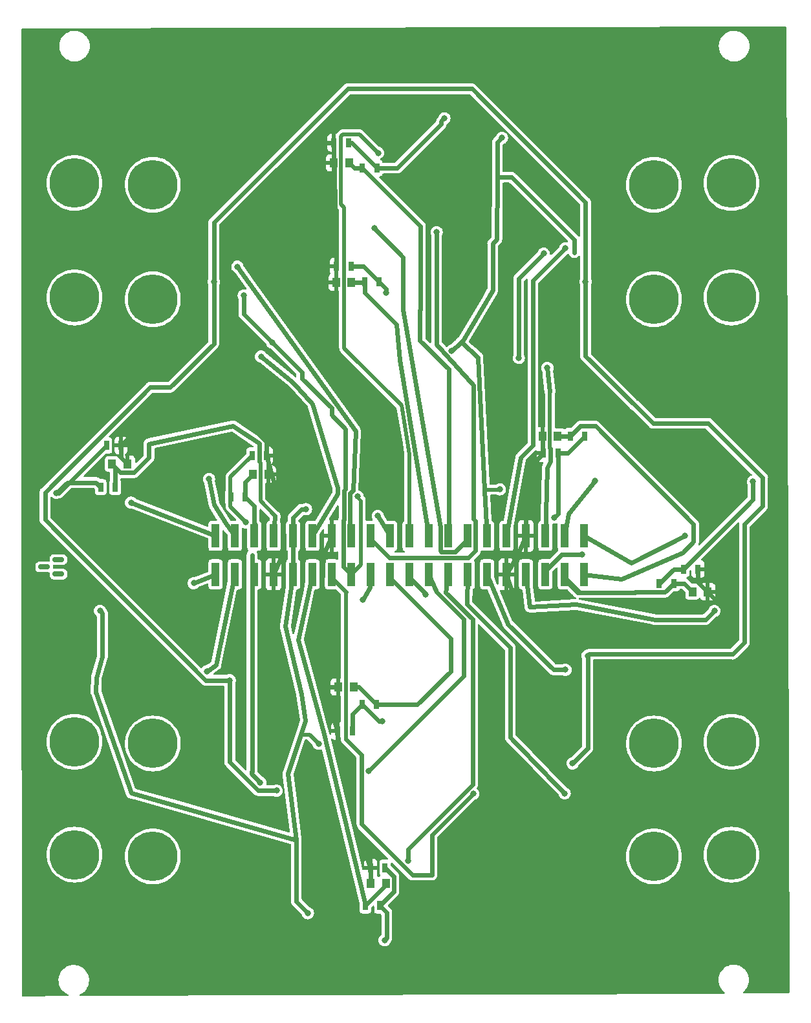
<source format=gbr>
G04 #@! TF.GenerationSoftware,KiCad,Pcbnew,6.0.6+dfsg-1~bpo11+1*
G04 #@! TF.CreationDate,2023-05-18T15:28:19+02:00*
G04 #@! TF.ProjectId,panelcopyforliningupwithjacks,70616e65-6c63-46f7-9079-666f726c696e,rev?*
G04 #@! TF.SameCoordinates,Original*
G04 #@! TF.FileFunction,Copper,L2,Bot*
G04 #@! TF.FilePolarity,Positive*
%FSLAX46Y46*%
G04 Gerber Fmt 4.6, Leading zero omitted, Abs format (unit mm)*
G04 Created by KiCad (PCBNEW 6.0.6+dfsg-1~bpo11+1) date 2023-05-18 15:28:19*
%MOMM*%
%LPD*%
G01*
G04 APERTURE LIST*
G04 Aperture macros list*
%AMRoundRect*
0 Rectangle with rounded corners*
0 $1 Rounding radius*
0 $2 $3 $4 $5 $6 $7 $8 $9 X,Y pos of 4 corners*
0 Add a 4 corners polygon primitive as box body*
4,1,4,$2,$3,$4,$5,$6,$7,$8,$9,$2,$3,0*
0 Add four circle primitives for the rounded corners*
1,1,$1+$1,$2,$3*
1,1,$1+$1,$4,$5*
1,1,$1+$1,$6,$7*
1,1,$1+$1,$8,$9*
0 Add four rect primitives between the rounded corners*
20,1,$1+$1,$2,$3,$4,$5,0*
20,1,$1+$1,$4,$5,$6,$7,0*
20,1,$1+$1,$6,$7,$8,$9,0*
20,1,$1+$1,$8,$9,$2,$3,0*%
G04 Aperture macros list end*
G04 #@! TA.AperFunction,ComponentPad*
%ADD10C,6.500000*%
G04 #@! TD*
G04 #@! TA.AperFunction,SMDPad,CuDef*
%ADD11R,1.000000X3.150000*%
G04 #@! TD*
G04 #@! TA.AperFunction,SMDPad,CuDef*
%ADD12R,0.700000X1.300000*%
G04 #@! TD*
G04 #@! TA.AperFunction,SMDPad,CuDef*
%ADD13R,1.000000X1.250000*%
G04 #@! TD*
G04 #@! TA.AperFunction,SMDPad,CuDef*
%ADD14RoundRect,0.150000X0.587500X0.150000X-0.587500X0.150000X-0.587500X-0.150000X0.587500X-0.150000X0*%
G04 #@! TD*
G04 #@! TA.AperFunction,ViaPad*
%ADD15C,0.800000*%
G04 #@! TD*
G04 #@! TA.AperFunction,Conductor*
%ADD16C,0.500000*%
G04 #@! TD*
G04 #@! TA.AperFunction,Conductor*
%ADD17C,0.600000*%
G04 #@! TD*
G04 #@! TA.AperFunction,Conductor*
%ADD18C,0.300000*%
G04 #@! TD*
G04 #@! TA.AperFunction,Conductor*
%ADD19C,0.400000*%
G04 #@! TD*
G04 APERTURE END LIST*
D10*
X135300000Y-55680000D03*
X145450000Y-55450000D03*
X145450000Y-70450000D03*
X135300000Y-70680000D03*
X59450000Y-143450000D03*
X69700000Y-128880000D03*
X59450000Y-128650000D03*
X69700000Y-143680000D03*
X69700000Y-55680000D03*
X59450000Y-55450000D03*
X69700000Y-70680000D03*
X59450000Y-70450000D03*
X145450000Y-143450000D03*
X135300000Y-143680000D03*
X135300000Y-128880000D03*
X145450000Y-128650000D03*
D11*
X126155000Y-106725000D03*
X126155000Y-101675000D03*
X123615000Y-106725000D03*
X123615000Y-101675000D03*
X121075000Y-106725000D03*
X121075000Y-101675000D03*
X118535000Y-106725000D03*
X118535000Y-101675000D03*
X115995000Y-106725000D03*
X115995000Y-101675000D03*
X113455000Y-106725000D03*
X113455000Y-101675000D03*
X110915000Y-106725000D03*
X110915000Y-101675000D03*
X108375000Y-106725000D03*
X108375000Y-101675000D03*
X105835000Y-106725000D03*
X105835000Y-101675000D03*
X103295000Y-106725000D03*
X103295000Y-101675000D03*
X100755000Y-106725000D03*
X100755000Y-101675000D03*
X98215000Y-106725000D03*
X98215000Y-101675000D03*
X95675000Y-106725000D03*
X95675000Y-101675000D03*
X93135000Y-106725000D03*
X93135000Y-101675000D03*
X90595000Y-106725000D03*
X90595000Y-101675000D03*
X88055000Y-106725000D03*
X88055000Y-101675000D03*
X85515000Y-106725000D03*
X85515000Y-101675000D03*
X82975000Y-106725000D03*
X82975000Y-101675000D03*
X80435000Y-106725000D03*
X80435000Y-101675000D03*
X77895000Y-106725000D03*
X77895000Y-101675000D03*
D12*
X95300000Y-50175000D03*
X93400000Y-50175000D03*
X95650000Y-66375000D03*
X93750000Y-66375000D03*
X100110000Y-145140000D03*
X98210000Y-145140000D03*
X95825000Y-127250000D03*
X93925000Y-127250000D03*
X139175000Y-106025000D03*
X141075000Y-106025000D03*
X122750000Y-90825000D03*
X120850000Y-90825000D03*
X63625000Y-89825000D03*
X65525000Y-89825000D03*
X82675000Y-91150000D03*
X84575000Y-91150000D03*
X97100000Y-123775000D03*
X99000000Y-123775000D03*
D13*
X98225000Y-147175000D03*
X100225000Y-147175000D03*
X93975000Y-121475000D03*
X95975000Y-121475000D03*
D12*
X99425000Y-150100000D03*
X97525000Y-150100000D03*
X62875000Y-95300000D03*
X64775000Y-95300000D03*
D13*
X66350000Y-92275000D03*
X64350000Y-92275000D03*
X84825000Y-93600000D03*
X82825000Y-93600000D03*
D12*
X79900000Y-96590000D03*
X81800000Y-96590000D03*
D13*
X93700000Y-68450000D03*
X95700000Y-68450000D03*
D12*
X99325000Y-68425000D03*
X97425000Y-68425000D03*
X126240000Y-88590000D03*
X124340000Y-88590000D03*
D13*
X120700000Y-88600000D03*
X122700000Y-88600000D03*
D12*
X136000000Y-107910000D03*
X137900000Y-107910000D03*
D13*
X142340000Y-108990000D03*
X140340000Y-108990000D03*
X93375000Y-52800000D03*
X95375000Y-52800000D03*
D12*
X99030000Y-53490000D03*
X97130000Y-53490000D03*
D14*
X57337500Y-104790000D03*
X57337500Y-106690000D03*
X55462500Y-105740000D03*
D15*
X99180000Y-51510000D03*
X106850000Y-61890000D03*
X98680000Y-61400000D03*
X103080937Y-144220000D03*
X111642507Y-135455300D03*
X97990001Y-132481428D03*
X97150000Y-110050000D03*
X99150000Y-99075000D03*
X105375000Y-109375000D03*
X115408356Y-49530000D03*
X90000000Y-151110000D03*
X108830000Y-77420000D03*
X62780000Y-111490000D03*
X115120000Y-95580000D03*
X89750000Y-98180000D03*
X143210000Y-111520000D03*
X91410000Y-128910000D03*
X123690000Y-64000000D03*
X80770000Y-66400000D03*
X123610000Y-135410000D03*
X83760000Y-133990000D03*
X139350000Y-101625000D03*
X127625000Y-94500000D03*
X125870000Y-104148634D03*
X66850000Y-97325000D03*
X77050000Y-94225000D03*
X75050000Y-107880000D03*
X123730000Y-119220000D03*
X121350000Y-79680000D03*
X76760000Y-119430000D03*
X83870000Y-78180000D03*
X85325000Y-76350000D03*
X85900000Y-135050000D03*
X77675000Y-68425000D03*
X126625000Y-117375000D03*
X81600000Y-70200000D03*
X79775000Y-120600000D03*
X126350000Y-68375000D03*
X117600000Y-78375000D03*
X96510000Y-96520002D03*
X124650000Y-131500000D03*
X120875000Y-64700000D03*
X99700000Y-126000000D03*
X100030000Y-154660000D03*
X81903242Y-99918077D03*
X57100000Y-96050000D03*
X100250000Y-69850000D03*
X107870000Y-46970000D03*
X122230000Y-99290000D03*
X148270000Y-94560000D03*
D16*
X94325001Y-49339997D02*
X94325001Y-58266483D01*
X94325001Y-58266483D02*
X94749999Y-58691481D01*
X94749999Y-58691481D02*
X94749999Y-77097240D01*
X102230001Y-84577242D02*
X103295000Y-90978351D01*
X94589999Y-49074999D02*
X94325001Y-49339997D01*
X103295000Y-90978351D02*
X103295000Y-101675000D01*
X99180000Y-51510000D02*
X96744999Y-49074999D01*
X96744999Y-49074999D02*
X94589999Y-49074999D01*
X94749999Y-77097240D02*
X102230001Y-84577242D01*
D17*
X111658653Y-99443651D02*
X111915001Y-99699999D01*
X111658653Y-81937269D02*
X111658653Y-99443651D01*
X111915001Y-99699999D02*
X111915001Y-103650001D01*
X111014991Y-104550011D02*
X100655009Y-104550011D01*
X111915001Y-103650001D02*
X111014991Y-104550011D01*
X106850000Y-61890000D02*
X106850000Y-76568616D01*
X106850000Y-76568616D02*
X111658653Y-81937269D01*
X100655009Y-104550011D02*
X98215000Y-102110002D01*
X98215000Y-102110002D02*
X98215000Y-101675000D01*
X110915000Y-101675000D02*
X110915000Y-102110002D01*
X110915000Y-102110002D02*
X109275001Y-103750001D01*
X107374999Y-103650001D02*
X107374999Y-100576811D01*
X107374999Y-100576811D02*
X102480494Y-72033603D01*
X107474999Y-103750001D02*
X107374999Y-103650001D01*
X102480494Y-72033603D02*
X102480494Y-65200494D01*
X102480494Y-65200494D02*
X98680000Y-61400000D01*
X109275001Y-103750001D02*
X107474999Y-103750001D01*
X108375000Y-106725000D02*
X108066470Y-109105084D01*
X108066470Y-109105084D02*
X111550000Y-112588614D01*
X103080937Y-142744063D02*
X103080937Y-144220000D01*
X111550000Y-134275000D02*
X103080937Y-142744063D01*
X111550000Y-112588614D02*
X111550000Y-134275000D01*
X106230000Y-146110000D02*
X106230000Y-140867807D01*
X93135000Y-106725000D02*
X93135000Y-107160002D01*
X93135000Y-107160002D02*
X94974999Y-109000001D01*
X97019999Y-130345001D02*
X97019999Y-139461064D01*
X106230000Y-140867807D02*
X111642507Y-135455300D01*
D16*
X94974999Y-109000001D02*
X94974999Y-128300001D01*
D17*
X103668935Y-146110000D02*
X106230000Y-146110000D01*
X94974999Y-128300001D02*
X97019999Y-130345001D01*
X97019999Y-139461064D02*
X103668935Y-146110000D01*
X110400000Y-112570000D02*
X110400000Y-120070000D01*
X106880000Y-109050000D02*
X110400000Y-112570000D01*
X105835000Y-106725000D02*
X106880000Y-109050000D01*
X97990001Y-132479999D02*
X97990001Y-132481428D01*
X110400000Y-120070000D02*
X97990001Y-132479999D01*
X97150000Y-110050000D02*
X98100000Y-108475000D01*
X98100000Y-108475000D02*
X98215000Y-106725000D01*
X99150000Y-99075000D02*
X100755000Y-101675000D01*
X103295000Y-106725000D02*
X103295000Y-107145000D01*
X105375000Y-109225000D02*
X105375000Y-109375000D01*
X103295000Y-107145000D02*
X105375000Y-109225000D01*
X87400000Y-132825000D02*
X88485758Y-141523544D01*
X89675000Y-125900000D02*
X89125000Y-122400000D01*
X89125000Y-122400000D02*
X87050000Y-113525000D01*
X88055000Y-106725000D02*
X87050000Y-113525000D01*
X112275000Y-78275000D02*
X110025000Y-76285331D01*
X62250000Y-122125000D02*
X66900000Y-135400000D01*
X66900000Y-135400000D02*
X88485758Y-141523541D01*
X88485758Y-141523544D02*
X88485758Y-141523541D01*
X88055000Y-101675000D02*
X88055000Y-106725000D01*
X63105232Y-117494321D02*
X63105232Y-117494322D01*
X114740784Y-62827830D02*
X114798036Y-54690000D01*
X88485758Y-149595758D02*
X90000000Y-151110000D01*
X62294110Y-120290000D02*
X63105232Y-117494322D01*
X116672000Y-54690000D02*
X114798036Y-54690000D01*
X113455000Y-101675000D02*
X113149663Y-95620000D01*
D18*
X115120000Y-95580000D02*
X115080000Y-95620000D01*
D17*
X114189989Y-63378625D02*
X114740784Y-62827830D01*
X110025000Y-76350000D02*
X110141161Y-76388051D01*
X114189989Y-69493478D02*
X114189989Y-63378625D01*
X62250000Y-122125000D02*
X62294110Y-120290000D01*
X87400000Y-132825000D02*
X87400000Y-132910000D01*
X135425000Y-112650000D02*
X142080000Y-112650000D01*
D16*
X115080000Y-95620000D02*
X113149663Y-95620000D01*
D17*
X88055000Y-99285000D02*
X89160000Y-98180000D01*
X88485758Y-141523544D02*
X88485758Y-149595758D01*
X89160000Y-98180000D02*
X89750000Y-98180000D01*
D16*
X91410000Y-128910000D02*
X90210000Y-127710000D01*
D17*
X125150000Y-110675000D02*
X135425000Y-112650000D01*
X124879999Y-64560001D02*
X124879999Y-62897999D01*
X63105232Y-111815232D02*
X62780000Y-111490000D01*
X63105232Y-117494322D02*
X63105232Y-111815232D01*
X124879999Y-62897999D02*
X116672000Y-54690000D01*
X142080000Y-112650000D02*
X143210000Y-111520000D01*
X119075000Y-111000000D02*
X125150000Y-110675000D01*
X110141161Y-76388051D02*
X114189989Y-69493478D01*
X87400000Y-132825000D02*
X89080379Y-127710000D01*
D16*
X90210000Y-127710000D02*
X89080379Y-127710000D01*
D17*
X114798036Y-50140320D02*
X115408356Y-49530000D01*
X113149663Y-95620000D02*
X112275000Y-78275000D01*
X89080379Y-127710000D02*
X89675000Y-125900000D01*
X114798036Y-54690000D02*
X114798036Y-50140320D01*
X110090000Y-76380000D02*
X108830000Y-77420000D01*
X110025000Y-76285331D02*
X110090000Y-76380000D01*
X88055000Y-101675000D02*
X88055000Y-99285000D01*
X110025000Y-76285331D02*
X110025000Y-76350000D01*
X118535000Y-106725000D02*
X119075000Y-111000000D01*
X104740000Y-72050000D02*
X104740000Y-61130000D01*
X104740000Y-61130000D02*
X100355000Y-56745000D01*
X100355000Y-56715000D02*
X97130000Y-53490000D01*
X97130000Y-53490000D02*
X96065000Y-53490000D01*
X100355000Y-56745000D02*
X100355000Y-56715000D01*
X104680000Y-76090000D02*
X104680000Y-72110000D01*
X108375000Y-101675000D02*
X108410000Y-101640000D01*
X108410000Y-101640000D02*
X108410000Y-79820000D01*
X108410000Y-79820000D02*
X104680000Y-76090000D01*
X96065000Y-53490000D02*
X95375000Y-52800000D01*
X104680000Y-72110000D02*
X104740000Y-72050000D01*
X102000000Y-78625000D02*
X105835000Y-101675000D01*
X101573999Y-73954199D02*
X101573999Y-73954203D01*
X101573999Y-73954203D02*
X102000000Y-78625000D01*
X95700000Y-68450000D02*
X97400000Y-68450000D01*
X97425000Y-69805200D02*
X101573999Y-73954199D01*
X97425000Y-68425000D02*
X97425000Y-69805200D01*
X97400000Y-68450000D02*
X97425000Y-68425000D01*
X90595000Y-106725000D02*
X88750000Y-115325000D01*
X88750000Y-115325000D02*
X92025000Y-127325000D01*
X92025000Y-127325000D02*
X97430000Y-149660000D01*
X100225000Y-147175000D02*
X100225000Y-147400000D01*
X100225000Y-147400000D02*
X97525000Y-150100000D01*
X104325000Y-123775000D02*
X108700000Y-119400000D01*
X99000000Y-123775000D02*
X104325000Y-123775000D01*
X100755000Y-107180000D02*
X100755000Y-106725000D01*
X108700000Y-115125000D02*
X100755000Y-107180000D01*
X95975000Y-121475000D02*
X96700000Y-121475000D01*
X108700000Y-119400000D02*
X108700000Y-115125000D01*
X96700000Y-121475000D02*
X99000000Y-123775000D01*
X90825000Y-118000000D02*
X91875000Y-108125000D01*
X91875000Y-108125000D02*
X92000000Y-104225000D01*
X92000000Y-104225000D02*
X93135000Y-101675000D01*
X120850000Y-90825000D02*
X118650000Y-93250000D01*
X118650000Y-93250000D02*
X118535000Y-101675000D01*
X93750000Y-66375000D02*
X93400000Y-50175000D01*
X84575000Y-91150000D02*
X86750000Y-99150000D01*
X86750000Y-99150000D02*
X86825000Y-103650000D01*
X86825000Y-103650000D02*
X85515000Y-106725000D01*
X115995000Y-106725000D02*
X117475000Y-104050000D01*
X117475000Y-104050000D02*
X118535000Y-101675000D01*
X98210000Y-145140000D02*
X96040000Y-139460000D01*
X96040000Y-139460000D02*
X93960000Y-128930000D01*
X93960000Y-128930000D02*
X93925000Y-127250000D01*
X142550000Y-114625000D02*
X133475000Y-114625000D01*
X90932998Y-50175000D02*
X93400000Y-50175000D01*
D16*
X93750000Y-68400000D02*
X93700000Y-68450000D01*
D17*
X91704729Y-120625000D02*
X90825000Y-118000000D01*
D16*
X93750000Y-66375000D02*
X93750000Y-68400000D01*
D17*
X93975000Y-121475000D02*
X92554729Y-121475000D01*
X79100000Y-83888747D02*
X79100000Y-62007998D01*
X132100000Y-113250000D02*
X123650000Y-112350000D01*
X84575000Y-89363747D02*
X84575000Y-91150000D01*
X81341253Y-86130000D02*
X79100000Y-83888747D01*
X141075000Y-107725000D02*
X144890001Y-111540001D01*
X69220000Y-86130000D02*
X81341253Y-86130000D01*
X120700000Y-90675000D02*
X120850000Y-90825000D01*
D16*
X84825000Y-93600000D02*
X84825000Y-91400000D01*
D17*
X79100000Y-62007998D02*
X90932998Y-50175000D01*
X81341253Y-86130000D02*
X84575000Y-89363747D01*
X133475000Y-114625000D02*
X132100000Y-113250000D01*
X65525000Y-89825000D02*
X65525000Y-91450000D01*
X144890001Y-111540001D02*
X144890001Y-112284999D01*
X117700000Y-111925000D02*
X115995000Y-106725000D01*
X120700000Y-88600000D02*
X120700000Y-90675000D01*
X65525000Y-91450000D02*
X66350000Y-92275000D01*
X141075000Y-106025000D02*
X141075000Y-107725000D01*
X93925000Y-127250000D02*
X91704729Y-120625000D01*
X65525000Y-89825000D02*
X69220000Y-86130000D01*
X144890001Y-112284999D02*
X142550000Y-114625000D01*
D16*
X84825000Y-91400000D02*
X84575000Y-91150000D01*
D17*
X92554729Y-121475000D02*
X91704729Y-120625000D01*
X98210000Y-147160000D02*
X98225000Y-147175000D01*
X98210000Y-145140000D02*
X98210000Y-147160000D01*
X123650000Y-112350000D02*
X117700000Y-111925000D01*
X115995000Y-101675000D02*
X117880000Y-91400000D01*
X117880000Y-91400000D02*
X119460000Y-89820000D01*
X119460000Y-68230000D02*
X123690000Y-64000000D01*
X119460000Y-89820000D02*
X119460000Y-68230000D01*
X95519999Y-96087999D02*
X95519999Y-101519999D01*
X95519999Y-101519999D02*
X95675000Y-101675000D01*
X80770000Y-66400000D02*
X96220000Y-87930000D01*
X95912074Y-95695924D02*
X95519999Y-96087999D01*
X96220000Y-87930000D02*
X95912074Y-95695924D01*
X116500000Y-128080000D02*
X116670000Y-128250000D01*
X116670000Y-128250000D02*
X123610000Y-135410000D01*
X116500000Y-116325000D02*
X116500000Y-128080000D01*
X110915000Y-106725000D02*
X110800000Y-110625000D01*
X110800000Y-110625000D02*
X116500000Y-116325000D01*
X82625000Y-132855000D02*
X83760000Y-133990000D01*
X82625000Y-132600000D02*
X82625000Y-132855000D01*
X82685000Y-132540000D02*
X82625000Y-132600000D01*
X82685000Y-104185000D02*
X82685000Y-132540000D01*
X126155000Y-101675000D02*
X132350000Y-105250000D01*
X132350000Y-105250000D02*
X139350000Y-101625000D01*
X127625000Y-94500000D02*
X124075000Y-98825000D01*
X124075000Y-98825000D02*
X123615000Y-101675000D01*
X123216364Y-104148634D02*
X125870000Y-104148634D01*
X121075000Y-106289998D02*
X123216364Y-104148634D01*
X121075000Y-106725000D02*
X121075000Y-106289998D01*
X66850000Y-97325000D02*
X77895000Y-101675000D01*
X80435000Y-101675000D02*
X79300000Y-100150000D01*
X79300000Y-100150000D02*
X77750000Y-97625000D01*
X77750000Y-97625000D02*
X77050000Y-94225000D01*
X77895000Y-106725000D02*
X75050000Y-107880000D01*
X139260000Y-107910000D02*
X140340000Y-108990000D01*
X136749999Y-109060001D02*
X132869999Y-109060001D01*
D16*
X123615000Y-107395000D02*
X123615000Y-106725000D01*
D17*
X132840000Y-109090000D02*
X125660000Y-109090000D01*
X125660000Y-109090000D02*
X125310000Y-109090000D01*
X123615000Y-107045000D02*
X123615000Y-106725000D01*
X132869999Y-109060001D02*
X132840000Y-109090000D01*
D16*
X125310000Y-109090000D02*
X123615000Y-107395000D01*
D17*
X137900000Y-107910000D02*
X139260000Y-107910000D01*
X137900000Y-107910000D02*
X136749999Y-109060001D01*
X125660000Y-109090000D02*
X123615000Y-107045000D01*
X131025000Y-107375000D02*
X139100000Y-103825000D01*
X126155000Y-106725000D02*
X131025000Y-107375000D01*
X124330000Y-88600000D02*
X124340000Y-88590000D01*
X140490000Y-100150000D02*
X127630000Y-87290000D01*
X127630000Y-87290000D02*
X125640000Y-87290000D01*
X140490000Y-102435000D02*
X140490000Y-100150000D01*
X125640000Y-87290000D02*
X124340000Y-88590000D01*
X139100000Y-103825000D02*
X140490000Y-102435000D01*
X122700000Y-88600000D02*
X124330000Y-88600000D01*
X69200000Y-89600000D02*
X80200000Y-87250000D01*
X80200000Y-87250000D02*
X83650000Y-89575000D01*
X83650000Y-89575000D02*
X83625000Y-91950000D01*
X85700000Y-99050000D02*
X85515000Y-101675000D01*
X64775000Y-92700000D02*
X64350000Y-92275000D01*
D16*
X83775001Y-97125001D02*
X83775001Y-92100001D01*
D17*
X67250001Y-93400001D02*
X65475001Y-93400001D01*
X65475001Y-93400001D02*
X64350000Y-92275000D01*
D16*
X85700000Y-99050000D02*
X83775001Y-97125001D01*
D17*
X69200000Y-89600000D02*
X69200000Y-91450002D01*
X64775000Y-95300000D02*
X64775000Y-92700000D01*
D16*
X83775001Y-92100001D02*
X83625000Y-91950000D01*
D17*
X69200000Y-91450002D02*
X67250001Y-93400001D01*
X81800000Y-96590000D02*
X82975000Y-97765000D01*
X81800000Y-94625000D02*
X82825000Y-93600000D01*
X81800000Y-96590000D02*
X81800000Y-94625000D01*
X82975000Y-97765000D02*
X82975000Y-101675000D01*
X82925000Y-102075000D02*
X83030000Y-100030000D01*
X116183172Y-113210000D02*
X116183172Y-113233172D01*
X113455000Y-106725000D02*
X116183172Y-113210000D01*
X122170000Y-119220000D02*
X123730000Y-119220000D01*
X116183172Y-113233172D02*
X122170000Y-119220000D01*
X121075000Y-101675000D02*
X121325000Y-92800000D01*
X121325000Y-92800000D02*
X121725000Y-91900000D01*
X121725000Y-91900000D02*
X121775000Y-90200000D01*
X121700001Y-90125001D02*
X121775000Y-90200000D01*
X121350000Y-79680000D02*
X121700001Y-82800001D01*
D16*
X121700001Y-82800001D02*
X121700001Y-90125001D01*
D17*
X80435000Y-106725000D02*
X77960000Y-118610000D01*
X77960000Y-118610000D02*
X76760000Y-119430000D01*
X90615000Y-84410000D02*
X93919978Y-95426594D01*
X93919979Y-96150939D02*
X90595000Y-101675000D01*
X93919978Y-95426594D02*
X93919979Y-96150939D01*
X88075000Y-81565000D02*
X90615000Y-84410000D01*
X83870000Y-78180000D02*
X88075000Y-81565000D01*
X126350000Y-57975000D02*
X126350000Y-68375000D01*
X94719988Y-99554460D02*
X94674999Y-99599449D01*
X85325000Y-76350000D02*
X89209542Y-80234542D01*
X94921313Y-87691416D02*
X94921313Y-95555299D01*
D19*
X96920000Y-97058664D02*
X96510000Y-96648664D01*
D17*
X126825000Y-117175000D02*
X126625000Y-117375000D01*
X126625000Y-129525000D02*
X126625000Y-117375000D01*
X77675000Y-68425000D02*
X77675000Y-60636111D01*
X111475000Y-43100000D02*
X126350000Y-57975000D01*
X55580000Y-99582002D02*
X76597998Y-120600000D01*
X89209542Y-80234542D02*
X89209542Y-81059542D01*
X85325000Y-76350000D02*
X81600000Y-72625000D01*
X77675000Y-76475000D02*
X71925000Y-82225000D01*
D16*
X96920000Y-105480000D02*
X95675000Y-106725000D01*
D17*
X93088889Y-84938891D02*
X93088889Y-85858992D01*
X149530000Y-94030000D02*
X149530000Y-97750000D01*
X89209542Y-81059542D02*
X93088889Y-84938891D01*
X81600000Y-72625000D02*
X81600000Y-70200000D01*
X149530000Y-97750000D02*
X147150000Y-100130000D01*
D19*
X96510000Y-96648664D02*
X96510000Y-96520002D01*
D17*
X132870000Y-84600000D02*
X135210000Y-86940000D01*
X55580000Y-95969998D02*
X55580000Y-99582002D01*
X132800000Y-84600000D02*
X132870000Y-84600000D01*
X76597998Y-120600000D02*
X79775000Y-120600000D01*
X142440000Y-86940000D02*
X149530000Y-94030000D01*
X83487998Y-135050000D02*
X79775000Y-131337002D01*
X135210000Y-86940000D02*
X142440000Y-86940000D01*
X94921313Y-95555299D02*
X94719988Y-95756624D01*
X145581384Y-117175000D02*
X126825000Y-117175000D01*
X94674999Y-99599449D02*
X94674999Y-105724999D01*
X93088889Y-85858992D02*
X94921313Y-87691416D01*
X69324998Y-82225000D02*
X55580000Y-95969998D01*
X147150000Y-100130000D02*
X147150000Y-115606384D01*
X85900000Y-135050000D02*
X83487998Y-135050000D01*
X117600000Y-67975000D02*
X117600000Y-78375000D01*
X79775000Y-131337002D02*
X79775000Y-120600000D01*
X94719988Y-95756624D02*
X94719988Y-99554460D01*
X120875000Y-64700000D02*
X117600000Y-67975000D01*
X126350000Y-68375000D02*
X126350000Y-78150000D01*
X124650000Y-131500000D02*
X126625000Y-129525000D01*
X77675000Y-60636111D02*
X95211111Y-43100000D01*
D16*
X96920000Y-97058664D02*
X96920000Y-105480000D01*
D17*
X95211111Y-43100000D02*
X111475000Y-43100000D01*
X77675000Y-68425000D02*
X77675000Y-76475000D01*
X147150000Y-115606384D02*
X145581384Y-117175000D01*
X126350000Y-78150000D02*
X132800000Y-84600000D01*
X71925000Y-82225000D02*
X69324998Y-82225000D01*
X94674999Y-105724999D02*
X95675000Y-106725000D01*
X95825000Y-127250000D02*
X95825000Y-125050000D01*
X99700000Y-126000000D02*
X99325000Y-126000000D01*
X95825000Y-125050000D02*
X97100000Y-123775000D01*
X99325000Y-126000000D02*
X97100000Y-123775000D01*
X100330000Y-154360000D02*
X100030000Y-154660000D01*
X101225001Y-148299999D02*
X101225001Y-146255001D01*
X101225001Y-146255001D02*
X100110000Y-145140000D01*
X100330000Y-151005000D02*
X100330000Y-154360000D01*
X99425000Y-150100000D02*
X101225001Y-148299999D01*
X99425000Y-150100000D02*
X100330000Y-151005000D01*
D16*
X81903242Y-99878242D02*
X80350000Y-98325000D01*
X79875000Y-97850000D02*
X80350000Y-98325000D01*
X81903242Y-99918077D02*
X81903242Y-99878242D01*
X79875000Y-93950000D02*
X79875000Y-97850000D01*
X82675000Y-91150000D02*
X79875000Y-93950000D01*
D17*
X63625000Y-89825000D02*
X57400000Y-96050000D01*
X62875000Y-95300000D02*
X62265000Y-94690000D01*
X57400000Y-96050000D02*
X57100000Y-96050000D01*
X62265000Y-94690000D02*
X58460000Y-94690000D01*
X58460000Y-94690000D02*
X57100000Y-96050000D01*
X100250000Y-69350000D02*
X99325000Y-68425000D01*
X97275000Y-66375000D02*
X99325000Y-68425000D01*
X100250000Y-69850000D02*
X100250000Y-69350000D01*
X95650000Y-66375000D02*
X97275000Y-66375000D01*
X95300000Y-50175000D02*
X95715000Y-50175000D01*
X95715000Y-50175000D02*
X99030000Y-53490000D01*
X107440000Y-47760000D02*
X107440000Y-47580000D01*
D16*
X107440000Y-47400000D02*
X107870000Y-46970000D01*
X107440000Y-47760000D02*
X107440000Y-47400000D01*
D17*
X101710000Y-53490000D02*
X107440000Y-47760000D01*
X99030000Y-53490000D02*
X101710000Y-53490000D01*
X124005000Y-90825000D02*
X126240000Y-88590000D01*
X122750000Y-90825000D02*
X124005000Y-90825000D01*
X122750000Y-90825000D02*
X122750000Y-98770000D01*
X122750000Y-98770000D02*
X122230000Y-99290000D01*
X148270000Y-96930000D02*
X148270000Y-94560000D01*
X137885000Y-106025000D02*
X139175000Y-106025000D01*
X139175000Y-106025000D02*
X148270000Y-96930000D01*
X136000000Y-107910000D02*
X137885000Y-106025000D01*
G04 #@! TA.AperFunction,Conductor*
G36*
X152622278Y-35000106D02*
G01*
X152668867Y-35053678D01*
X152680348Y-35105878D01*
X152809011Y-81659942D01*
X153029652Y-161494142D01*
X153009838Y-161562318D01*
X152956311Y-161608959D01*
X152904143Y-161620489D01*
X149948904Y-161631960D01*
X147072790Y-161643124D01*
X147004592Y-161623387D01*
X146957891Y-161569912D01*
X146947515Y-161499678D01*
X146976757Y-161434983D01*
X146997442Y-161415774D01*
X147048948Y-161377731D01*
X147052540Y-161375078D01*
X147254430Y-161176334D01*
X147257131Y-161172794D01*
X147257137Y-161172788D01*
X147423602Y-160954667D01*
X147423605Y-160954663D01*
X147426304Y-160951126D01*
X147458309Y-160893977D01*
X147562552Y-160707837D01*
X147562555Y-160707832D01*
X147564730Y-160703947D01*
X147586946Y-160646524D01*
X147665341Y-160443885D01*
X147665343Y-160443879D01*
X147666948Y-160439730D01*
X147730918Y-160163747D01*
X147755363Y-159881503D01*
X147754892Y-159872936D01*
X147740040Y-159603073D01*
X147740039Y-159603066D01*
X147739795Y-159598630D01*
X147684526Y-159320774D01*
X147663279Y-159260270D01*
X147592136Y-159057684D01*
X147592135Y-159057681D01*
X147590658Y-159053476D01*
X147588605Y-159049523D01*
X147588602Y-159049517D01*
X147462116Y-158806023D01*
X147460064Y-158802072D01*
X147457481Y-158798457D01*
X147457477Y-158798451D01*
X147333672Y-158625204D01*
X147295349Y-158571576D01*
X147253028Y-158527212D01*
X147102876Y-158369811D01*
X147102873Y-158369808D01*
X147099801Y-158366588D01*
X146877320Y-158191199D01*
X146722274Y-158101141D01*
X146636193Y-158051141D01*
X146636187Y-158051138D01*
X146632346Y-158048907D01*
X146490563Y-157991479D01*
X146373894Y-157944223D01*
X146373891Y-157944222D01*
X146369768Y-157942552D01*
X146365455Y-157941481D01*
X146365450Y-157941479D01*
X146099144Y-157875328D01*
X146099139Y-157875327D01*
X146094823Y-157874255D01*
X146090395Y-157873801D01*
X146090393Y-157873801D01*
X145995552Y-157864084D01*
X145853210Y-157849500D01*
X145677830Y-157849500D01*
X145467407Y-157864399D01*
X145463052Y-157865337D01*
X145463049Y-157865337D01*
X145194800Y-157923089D01*
X145194798Y-157923089D01*
X145190453Y-157924025D01*
X144924663Y-158022080D01*
X144920745Y-158024194D01*
X144828079Y-158074194D01*
X144675340Y-158156607D01*
X144447460Y-158324922D01*
X144444281Y-158328051D01*
X144444278Y-158328054D01*
X144393487Y-158378054D01*
X144245570Y-158523666D01*
X144242869Y-158527206D01*
X144242863Y-158527212D01*
X144173311Y-158618347D01*
X144073696Y-158748874D01*
X144071521Y-158752758D01*
X144017931Y-158848451D01*
X143935270Y-158996053D01*
X143933662Y-159000211D01*
X143933659Y-159000216D01*
X143893711Y-159103476D01*
X143833052Y-159260270D01*
X143832048Y-159264602D01*
X143832047Y-159264605D01*
X143820458Y-159314605D01*
X143769082Y-159536253D01*
X143744637Y-159818497D01*
X143744881Y-159822932D01*
X143744881Y-159822936D01*
X143748105Y-159881503D01*
X143760205Y-160101370D01*
X143815474Y-160379226D01*
X143816950Y-160383429D01*
X143838181Y-160443885D01*
X143909342Y-160646524D01*
X143911395Y-160650477D01*
X143911398Y-160650483D01*
X143985360Y-160792865D01*
X144039936Y-160897928D01*
X144042519Y-160901543D01*
X144042523Y-160901549D01*
X144077952Y-160951126D01*
X144204651Y-161128424D01*
X144207729Y-161131651D01*
X144207731Y-161131653D01*
X144255429Y-161181653D01*
X144400199Y-161333412D01*
X144403691Y-161336165D01*
X144403701Y-161336174D01*
X144520669Y-161428383D01*
X144561783Y-161486264D01*
X144565077Y-161557184D01*
X144529506Y-161618627D01*
X144466363Y-161651084D01*
X144443153Y-161653332D01*
X60197146Y-161980354D01*
X60128948Y-161960617D01*
X60082247Y-161907142D01*
X60071871Y-161836908D01*
X60101113Y-161772213D01*
X60153048Y-161736143D01*
X60175337Y-161727920D01*
X60424660Y-161593393D01*
X60652540Y-161425078D01*
X60661992Y-161415774D01*
X60851249Y-161229465D01*
X60854430Y-161226334D01*
X60857131Y-161222794D01*
X60857137Y-161222788D01*
X61023602Y-161004667D01*
X61023605Y-161004663D01*
X61026304Y-161001126D01*
X61058309Y-160943977D01*
X61162552Y-160757837D01*
X61162555Y-160757832D01*
X61164730Y-160753947D01*
X61185685Y-160699784D01*
X61265341Y-160493885D01*
X61265343Y-160493879D01*
X61266948Y-160489730D01*
X61278538Y-160439730D01*
X61329912Y-160218085D01*
X61330918Y-160213747D01*
X61355363Y-159931503D01*
X61352855Y-159885935D01*
X61340040Y-159653073D01*
X61340039Y-159653066D01*
X61339795Y-159648630D01*
X61284526Y-159370774D01*
X61263279Y-159310270D01*
X61192136Y-159107684D01*
X61192135Y-159107681D01*
X61190658Y-159103476D01*
X61188605Y-159099523D01*
X61188602Y-159099517D01*
X61062116Y-158856023D01*
X61060064Y-158852072D01*
X61057481Y-158848457D01*
X61057477Y-158848451D01*
X60977858Y-158737037D01*
X60895349Y-158621576D01*
X60853028Y-158577212D01*
X60702876Y-158419811D01*
X60702873Y-158419808D01*
X60699801Y-158416588D01*
X60477320Y-158241199D01*
X60367073Y-158177163D01*
X60236193Y-158101141D01*
X60236187Y-158101138D01*
X60232346Y-158098907D01*
X60162309Y-158070539D01*
X59973894Y-157994223D01*
X59973891Y-157994222D01*
X59969768Y-157992552D01*
X59965455Y-157991481D01*
X59965450Y-157991479D01*
X59699144Y-157925328D01*
X59699139Y-157925327D01*
X59694823Y-157924255D01*
X59690395Y-157923801D01*
X59690393Y-157923801D01*
X59595552Y-157914084D01*
X59453210Y-157899500D01*
X59277830Y-157899500D01*
X59067407Y-157914399D01*
X59063052Y-157915337D01*
X59063049Y-157915337D01*
X58794800Y-157973089D01*
X58794798Y-157973089D01*
X58790453Y-157974025D01*
X58524663Y-158072080D01*
X58520745Y-158074194D01*
X58368007Y-158156607D01*
X58275340Y-158206607D01*
X58047460Y-158374922D01*
X57845570Y-158573666D01*
X57842869Y-158577206D01*
X57842863Y-158577212D01*
X57676398Y-158795333D01*
X57673696Y-158798874D01*
X57645932Y-158848451D01*
X57560940Y-159000216D01*
X57535270Y-159046053D01*
X57533662Y-159050211D01*
X57533659Y-159050216D01*
X57450718Y-159264605D01*
X57433052Y-159310270D01*
X57369082Y-159586253D01*
X57344637Y-159868497D01*
X57344881Y-159872932D01*
X57344881Y-159872936D01*
X57357694Y-160105737D01*
X57360205Y-160151370D01*
X57415474Y-160429226D01*
X57416950Y-160433429D01*
X57493174Y-160650483D01*
X57509342Y-160696524D01*
X57511395Y-160700477D01*
X57511398Y-160700483D01*
X57585360Y-160842865D01*
X57639936Y-160947928D01*
X57642519Y-160951543D01*
X57642523Y-160951549D01*
X57675176Y-160997242D01*
X57804651Y-161178424D01*
X57807729Y-161181651D01*
X57807731Y-161181653D01*
X57994780Y-161377731D01*
X58000199Y-161383412D01*
X58222680Y-161558801D01*
X58325678Y-161618627D01*
X58463807Y-161698859D01*
X58463813Y-161698862D01*
X58467654Y-161701093D01*
X58471777Y-161702763D01*
X58573722Y-161744055D01*
X58629351Y-161788168D01*
X58652301Y-161855353D01*
X58635283Y-161924280D01*
X58583703Y-161973065D01*
X58526909Y-161986838D01*
X52686339Y-162009510D01*
X52618142Y-161989773D01*
X52571441Y-161936298D01*
X52559851Y-161883660D01*
X52538053Y-143450000D01*
X55794490Y-143450000D01*
X55814515Y-143832105D01*
X55815028Y-143835345D01*
X55815029Y-143835353D01*
X55831084Y-143936717D01*
X55874372Y-144210023D01*
X55973403Y-144579615D01*
X55974588Y-144582703D01*
X55974589Y-144582705D01*
X55979850Y-144596410D01*
X56110525Y-144936830D01*
X56284235Y-145277755D01*
X56492630Y-145598655D01*
X56733427Y-145896014D01*
X57003986Y-146166573D01*
X57301345Y-146407370D01*
X57622245Y-146615765D01*
X57963170Y-146789475D01*
X58320385Y-146926597D01*
X58689977Y-147025628D01*
X58890654Y-147057413D01*
X59064647Y-147084971D01*
X59064655Y-147084972D01*
X59067895Y-147085485D01*
X59450000Y-147105510D01*
X59832105Y-147085485D01*
X59835345Y-147084972D01*
X59835353Y-147084971D01*
X60009346Y-147057413D01*
X60210023Y-147025628D01*
X60579615Y-146926597D01*
X60936830Y-146789475D01*
X61277755Y-146615765D01*
X61598655Y-146407370D01*
X61896014Y-146166573D01*
X62166573Y-145896014D01*
X62407370Y-145598655D01*
X62615765Y-145277755D01*
X62789475Y-144936830D01*
X62920150Y-144596410D01*
X62925411Y-144582705D01*
X62925412Y-144582703D01*
X62926597Y-144579615D01*
X63025628Y-144210023D01*
X63068916Y-143936717D01*
X63084971Y-143835353D01*
X63084972Y-143835345D01*
X63085485Y-143832105D01*
X63093456Y-143680000D01*
X66044490Y-143680000D01*
X66064515Y-144062105D01*
X66065028Y-144065345D01*
X66065029Y-144065353D01*
X66087427Y-144206762D01*
X66124372Y-144440023D01*
X66223403Y-144809615D01*
X66360525Y-145166830D01*
X66534235Y-145507755D01*
X66742630Y-145828655D01*
X66983427Y-146126014D01*
X67253986Y-146396573D01*
X67551345Y-146637370D01*
X67872245Y-146845765D01*
X68213170Y-147019475D01*
X68570385Y-147156597D01*
X68939977Y-147255628D01*
X69140654Y-147287413D01*
X69314647Y-147314971D01*
X69314655Y-147314972D01*
X69317895Y-147315485D01*
X69700000Y-147335510D01*
X70082105Y-147315485D01*
X70085345Y-147314972D01*
X70085353Y-147314971D01*
X70259346Y-147287413D01*
X70460023Y-147255628D01*
X70829615Y-147156597D01*
X71186830Y-147019475D01*
X71527755Y-146845765D01*
X71848655Y-146637370D01*
X72146014Y-146396573D01*
X72416573Y-146126014D01*
X72657370Y-145828655D01*
X72865765Y-145507755D01*
X73039475Y-145166830D01*
X73176597Y-144809615D01*
X73275628Y-144440023D01*
X73312573Y-144206762D01*
X73334971Y-144065353D01*
X73334972Y-144065345D01*
X73335485Y-144062105D01*
X73355510Y-143680000D01*
X73335485Y-143297895D01*
X73275628Y-142919977D01*
X73176597Y-142550385D01*
X73039475Y-142193170D01*
X72865765Y-141852245D01*
X72657370Y-141531345D01*
X72416573Y-141233986D01*
X72146014Y-140963427D01*
X71848655Y-140722630D01*
X71527755Y-140514235D01*
X71186830Y-140340525D01*
X70829615Y-140203403D01*
X70460023Y-140104372D01*
X70259346Y-140072587D01*
X70085353Y-140045029D01*
X70085345Y-140045028D01*
X70082105Y-140044515D01*
X69700000Y-140024490D01*
X69317895Y-140044515D01*
X69314655Y-140045028D01*
X69314647Y-140045029D01*
X69140654Y-140072587D01*
X68939977Y-140104372D01*
X68570385Y-140203403D01*
X68213170Y-140340525D01*
X67872245Y-140514235D01*
X67551345Y-140722630D01*
X67253986Y-140963427D01*
X66983427Y-141233986D01*
X66742630Y-141531345D01*
X66534235Y-141852245D01*
X66360525Y-142193170D01*
X66223403Y-142550385D01*
X66124372Y-142919977D01*
X66064515Y-143297895D01*
X66044490Y-143680000D01*
X63093456Y-143680000D01*
X63105510Y-143450000D01*
X63085485Y-143067895D01*
X63080152Y-143034219D01*
X63028377Y-142707336D01*
X63025628Y-142689977D01*
X62926597Y-142320385D01*
X62893566Y-142234335D01*
X62873111Y-142181049D01*
X62789475Y-141963170D01*
X62615765Y-141622245D01*
X62407370Y-141301345D01*
X62166573Y-141003986D01*
X61896014Y-140733427D01*
X61598655Y-140492630D01*
X61277755Y-140284235D01*
X60936830Y-140110525D01*
X60579615Y-139973403D01*
X60210023Y-139874372D01*
X60009346Y-139842587D01*
X59835353Y-139815029D01*
X59835345Y-139815028D01*
X59832105Y-139814515D01*
X59450000Y-139794490D01*
X59067895Y-139814515D01*
X59064655Y-139815028D01*
X59064647Y-139815029D01*
X58890654Y-139842587D01*
X58689977Y-139874372D01*
X58320385Y-139973403D01*
X57963170Y-140110525D01*
X57622245Y-140284235D01*
X57301345Y-140492630D01*
X57003986Y-140733427D01*
X56733427Y-141003986D01*
X56492630Y-141301345D01*
X56284235Y-141622245D01*
X56110525Y-141963170D01*
X56026889Y-142181049D01*
X56006435Y-142234335D01*
X55973403Y-142320385D01*
X55874372Y-142689977D01*
X55871623Y-142707336D01*
X55819849Y-143034219D01*
X55814515Y-143067895D01*
X55794490Y-143450000D01*
X52538053Y-143450000D01*
X52529309Y-136055265D01*
X52520552Y-128650000D01*
X55794490Y-128650000D01*
X55814515Y-129032105D01*
X55815028Y-129035345D01*
X55815029Y-129035353D01*
X55822761Y-129084170D01*
X55874372Y-129410023D01*
X55973403Y-129779615D01*
X55974588Y-129782703D01*
X55974589Y-129782705D01*
X55993670Y-129832412D01*
X56110525Y-130136830D01*
X56284235Y-130477755D01*
X56492630Y-130798655D01*
X56733427Y-131096014D01*
X57003986Y-131366573D01*
X57301345Y-131607370D01*
X57622245Y-131815765D01*
X57963170Y-131989475D01*
X58113710Y-132047262D01*
X58315071Y-132124557D01*
X58320385Y-132126597D01*
X58689977Y-132225628D01*
X58890654Y-132257413D01*
X59064647Y-132284971D01*
X59064655Y-132284972D01*
X59067895Y-132285485D01*
X59450000Y-132305510D01*
X59832105Y-132285485D01*
X59835345Y-132284972D01*
X59835353Y-132284971D01*
X60009346Y-132257413D01*
X60210023Y-132225628D01*
X60579615Y-132126597D01*
X60584930Y-132124557D01*
X60786290Y-132047262D01*
X60936830Y-131989475D01*
X61277755Y-131815765D01*
X61598655Y-131607370D01*
X61896014Y-131366573D01*
X62166573Y-131096014D01*
X62407370Y-130798655D01*
X62615765Y-130477755D01*
X62789475Y-130136830D01*
X62906330Y-129832412D01*
X62925411Y-129782705D01*
X62925412Y-129782703D01*
X62926597Y-129779615D01*
X63025628Y-129410023D01*
X63077239Y-129084170D01*
X63084971Y-129035353D01*
X63084972Y-129035345D01*
X63085485Y-129032105D01*
X63105510Y-128650000D01*
X63085485Y-128267895D01*
X63081190Y-128240774D01*
X63032982Y-127936409D01*
X63025628Y-127889977D01*
X62926597Y-127520385D01*
X62921412Y-127506876D01*
X62790659Y-127166255D01*
X62789475Y-127163170D01*
X62615765Y-126822245D01*
X62407370Y-126501345D01*
X62166573Y-126203986D01*
X61896014Y-125933427D01*
X61598655Y-125692630D01*
X61277755Y-125484235D01*
X60936830Y-125310525D01*
X60636375Y-125195191D01*
X60582705Y-125174589D01*
X60582703Y-125174588D01*
X60579615Y-125173403D01*
X60210023Y-125074372D01*
X60009346Y-125042587D01*
X59835353Y-125015029D01*
X59835345Y-125015028D01*
X59832105Y-125014515D01*
X59450000Y-124994490D01*
X59067895Y-125014515D01*
X59064655Y-125015028D01*
X59064647Y-125015029D01*
X58890654Y-125042587D01*
X58689977Y-125074372D01*
X58320385Y-125173403D01*
X58317297Y-125174588D01*
X58317295Y-125174589D01*
X58263625Y-125195191D01*
X57963170Y-125310525D01*
X57622245Y-125484235D01*
X57301345Y-125692630D01*
X57003986Y-125933427D01*
X56733427Y-126203986D01*
X56492630Y-126501345D01*
X56284235Y-126822245D01*
X56110525Y-127163170D01*
X56109341Y-127166255D01*
X55978589Y-127506876D01*
X55973403Y-127520385D01*
X55874372Y-127889977D01*
X55867018Y-127936409D01*
X55818811Y-128240774D01*
X55814515Y-128267895D01*
X55794490Y-128650000D01*
X52520552Y-128650000D01*
X52520500Y-128606167D01*
X52520500Y-105932772D01*
X54324500Y-105932772D01*
X54335364Y-106022547D01*
X54338344Y-106030075D01*
X54338345Y-106030077D01*
X54365700Y-106099168D01*
X54390887Y-106162783D01*
X54482078Y-106282922D01*
X54602217Y-106374113D01*
X54665832Y-106399300D01*
X54734923Y-106426655D01*
X54734925Y-106426656D01*
X54742453Y-106429636D01*
X54832228Y-106440500D01*
X56073500Y-106440500D01*
X56141621Y-106460502D01*
X56188114Y-106514158D01*
X56199500Y-106566500D01*
X56199500Y-106882772D01*
X56210364Y-106972547D01*
X56213344Y-106980075D01*
X56213345Y-106980077D01*
X56238827Y-107044438D01*
X56265887Y-107112783D01*
X56357078Y-107232922D01*
X56477217Y-107324113D01*
X56530942Y-107345384D01*
X56609923Y-107376655D01*
X56609925Y-107376656D01*
X56617453Y-107379636D01*
X56707228Y-107390500D01*
X57967772Y-107390500D01*
X58057547Y-107379636D01*
X58065075Y-107376656D01*
X58065077Y-107376655D01*
X58144058Y-107345384D01*
X58197783Y-107324113D01*
X58317922Y-107232922D01*
X58409113Y-107112783D01*
X58436173Y-107044438D01*
X58461655Y-106980077D01*
X58461656Y-106980075D01*
X58464636Y-106972547D01*
X58475500Y-106882772D01*
X58475500Y-106497228D01*
X58464636Y-106407453D01*
X58409113Y-106267217D01*
X58317922Y-106147078D01*
X58197783Y-106055887D01*
X58093266Y-106014506D01*
X58065077Y-106003345D01*
X58065075Y-106003344D01*
X58057547Y-106000364D01*
X57967772Y-105989500D01*
X56726500Y-105989500D01*
X56658379Y-105969498D01*
X56611886Y-105915842D01*
X56600500Y-105863500D01*
X56600500Y-105616500D01*
X56620502Y-105548379D01*
X56674158Y-105501886D01*
X56726500Y-105490500D01*
X57967772Y-105490500D01*
X58057547Y-105479636D01*
X58065075Y-105476656D01*
X58065077Y-105476655D01*
X58134168Y-105449300D01*
X58197783Y-105424113D01*
X58317922Y-105332922D01*
X58409113Y-105212783D01*
X58464636Y-105072547D01*
X58475500Y-104982772D01*
X58475500Y-104597228D01*
X58464636Y-104507453D01*
X58458255Y-104491335D01*
X58424611Y-104406360D01*
X58409113Y-104367217D01*
X58317922Y-104247078D01*
X58197783Y-104155887D01*
X58112623Y-104122170D01*
X58065077Y-104103345D01*
X58065075Y-104103344D01*
X58057547Y-104100364D01*
X57967772Y-104089500D01*
X56707228Y-104089500D01*
X56617453Y-104100364D01*
X56609925Y-104103344D01*
X56609923Y-104103345D01*
X56562377Y-104122170D01*
X56477217Y-104155887D01*
X56357078Y-104247078D01*
X56265887Y-104367217D01*
X56250389Y-104406360D01*
X56216746Y-104491335D01*
X56210364Y-104507453D01*
X56199500Y-104597228D01*
X56199500Y-104913500D01*
X56179498Y-104981621D01*
X56125842Y-105028114D01*
X56073500Y-105039500D01*
X54832228Y-105039500D01*
X54742453Y-105050364D01*
X54734925Y-105053344D01*
X54734923Y-105053345D01*
X54706734Y-105064506D01*
X54602217Y-105105887D01*
X54482078Y-105197078D01*
X54390887Y-105317217D01*
X54367544Y-105376174D01*
X54351135Y-105417621D01*
X54335364Y-105457453D01*
X54324500Y-105547228D01*
X54324500Y-105932772D01*
X52520500Y-105932772D01*
X52520500Y-99618932D01*
X54875322Y-99618932D01*
X54876627Y-99626408D01*
X54876627Y-99626411D01*
X54886178Y-99681134D01*
X54887141Y-99687660D01*
X54891638Y-99724819D01*
X54894724Y-99750322D01*
X54897409Y-99757429D01*
X54898218Y-99760722D01*
X54902177Y-99775193D01*
X54903166Y-99778469D01*
X54904473Y-99785956D01*
X54907528Y-99792915D01*
X54907528Y-99792916D01*
X54929847Y-99843762D01*
X54932339Y-99849868D01*
X54946840Y-99888242D01*
X54954655Y-99908925D01*
X54958954Y-99915180D01*
X54960535Y-99918205D01*
X54967825Y-99931301D01*
X54969566Y-99934245D01*
X54972621Y-99941204D01*
X54977246Y-99947232D01*
X54977247Y-99947233D01*
X55011042Y-99991275D01*
X55014919Y-99996611D01*
X55046381Y-100042388D01*
X55046386Y-100042394D01*
X55050688Y-100048653D01*
X55092260Y-100085692D01*
X55096657Y-100089610D01*
X55101933Y-100094591D01*
X76082416Y-121075075D01*
X76088269Y-121081340D01*
X76125829Y-121124396D01*
X76177471Y-121160690D01*
X76182756Y-121164616D01*
X76226474Y-121198895D01*
X76226478Y-121198897D01*
X76232455Y-121203584D01*
X76239378Y-121206710D01*
X76242326Y-121208495D01*
X76255286Y-121215887D01*
X76258332Y-121217520D01*
X76264545Y-121221887D01*
X76323364Y-121244820D01*
X76329443Y-121247375D01*
X76386982Y-121273355D01*
X76394453Y-121274740D01*
X76397721Y-121275764D01*
X76412162Y-121279877D01*
X76415435Y-121280717D01*
X76422511Y-121283476D01*
X76467181Y-121289356D01*
X76485104Y-121291716D01*
X76491621Y-121292748D01*
X76533033Y-121300423D01*
X76553690Y-121304252D01*
X76561270Y-121303815D01*
X76561271Y-121303815D01*
X76615142Y-121300709D01*
X76622394Y-121300500D01*
X78948500Y-121300500D01*
X79016621Y-121320502D01*
X79063114Y-121374158D01*
X79074500Y-121426500D01*
X79074500Y-131308361D01*
X79074208Y-131316931D01*
X79074165Y-131317569D01*
X79070322Y-131373932D01*
X79071627Y-131381408D01*
X79071627Y-131381411D01*
X79081178Y-131436134D01*
X79082141Y-131442660D01*
X79084680Y-131463643D01*
X79089724Y-131505322D01*
X79092409Y-131512429D01*
X79093218Y-131515722D01*
X79097177Y-131530193D01*
X79098166Y-131533469D01*
X79099473Y-131540956D01*
X79102528Y-131547915D01*
X79102528Y-131547916D01*
X79124847Y-131598762D01*
X79127339Y-131604868D01*
X79128285Y-131607370D01*
X79149655Y-131663925D01*
X79153954Y-131670180D01*
X79155535Y-131673205D01*
X79162825Y-131686301D01*
X79164566Y-131689245D01*
X79167621Y-131696204D01*
X79172246Y-131702232D01*
X79172247Y-131702233D01*
X79206042Y-131746275D01*
X79209919Y-131751611D01*
X79241381Y-131797388D01*
X79241386Y-131797394D01*
X79245688Y-131803653D01*
X79276625Y-131831217D01*
X79291657Y-131844610D01*
X79296933Y-131849591D01*
X82972416Y-135525075D01*
X82978270Y-135531341D01*
X83004960Y-135561936D01*
X83015829Y-135574396D01*
X83067488Y-135610702D01*
X83072772Y-135614627D01*
X83082550Y-135622294D01*
X83122455Y-135653583D01*
X83129382Y-135656711D01*
X83132313Y-135658486D01*
X83145316Y-135665903D01*
X83148330Y-135667519D01*
X83154545Y-135671887D01*
X83161621Y-135674646D01*
X83161625Y-135674648D01*
X83213362Y-135694819D01*
X83219443Y-135697375D01*
X83236554Y-135705101D01*
X83276982Y-135723355D01*
X83284448Y-135724739D01*
X83287697Y-135725757D01*
X83302162Y-135729877D01*
X83305435Y-135730717D01*
X83312511Y-135733476D01*
X83357181Y-135739356D01*
X83375104Y-135741716D01*
X83381621Y-135742748D01*
X83409397Y-135747896D01*
X83443690Y-135754252D01*
X83451270Y-135753815D01*
X83451271Y-135753815D01*
X83505142Y-135750709D01*
X83512394Y-135750500D01*
X85471818Y-135750500D01*
X85528630Y-135764035D01*
X85530895Y-135765179D01*
X85536789Y-135769036D01*
X85705116Y-135831636D01*
X85712097Y-135832567D01*
X85712099Y-135832568D01*
X85876149Y-135854457D01*
X85876153Y-135854457D01*
X85883130Y-135855388D01*
X85890142Y-135854750D01*
X85890146Y-135854750D01*
X86054960Y-135839751D01*
X86054961Y-135839751D01*
X86061981Y-135839112D01*
X86232782Y-135783615D01*
X86282039Y-135754252D01*
X86380992Y-135695265D01*
X86380994Y-135695264D01*
X86387044Y-135691657D01*
X86517099Y-135567807D01*
X86616483Y-135418222D01*
X86670194Y-135276828D01*
X86677757Y-135256919D01*
X86677758Y-135256914D01*
X86680257Y-135250336D01*
X86682900Y-135231528D01*
X86704700Y-135076416D01*
X86704700Y-135076411D01*
X86705251Y-135072493D01*
X86705565Y-135050000D01*
X86685546Y-134871528D01*
X86670212Y-134827493D01*
X86649108Y-134766893D01*
X86626485Y-134701927D01*
X86600904Y-134660988D01*
X86535049Y-134555599D01*
X86531316Y-134549625D01*
X86450035Y-134467775D01*
X86409733Y-134427190D01*
X86409729Y-134427187D01*
X86404770Y-134422193D01*
X86253136Y-134325963D01*
X86213157Y-134311727D01*
X86090586Y-134268081D01*
X86090581Y-134268080D01*
X86083951Y-134265719D01*
X86076965Y-134264886D01*
X86076961Y-134264885D01*
X85949177Y-134249648D01*
X85905624Y-134244455D01*
X85898621Y-134245191D01*
X85898620Y-134245191D01*
X85734025Y-134262490D01*
X85734021Y-134262491D01*
X85727017Y-134263227D01*
X85720346Y-134265498D01*
X85563677Y-134318832D01*
X85563674Y-134318833D01*
X85557007Y-134321103D01*
X85542965Y-134329742D01*
X85541214Y-134330819D01*
X85475193Y-134349500D01*
X84661018Y-134349500D01*
X84592897Y-134329498D01*
X84546404Y-134275842D01*
X84536300Y-134205568D01*
X84538327Y-134195416D01*
X84540257Y-134190336D01*
X84541238Y-134183358D01*
X84564700Y-134016416D01*
X84564700Y-134016411D01*
X84565251Y-134012493D01*
X84565565Y-133990000D01*
X84545546Y-133811528D01*
X84486485Y-133641927D01*
X84391316Y-133489625D01*
X84299371Y-133397036D01*
X84269733Y-133367190D01*
X84269729Y-133367187D01*
X84264770Y-133362193D01*
X84113136Y-133265963D01*
X84005526Y-133227645D01*
X83958698Y-133198041D01*
X83425895Y-132665238D01*
X83391869Y-132602926D01*
X83389199Y-132583395D01*
X83387774Y-132558665D01*
X83385709Y-132522856D01*
X83385500Y-132515604D01*
X83385500Y-108826107D01*
X83405502Y-108757986D01*
X83459158Y-108711493D01*
X83501599Y-108700499D01*
X83506518Y-108700499D01*
X83511412Y-108699724D01*
X83590506Y-108687198D01*
X83590508Y-108687197D01*
X83600304Y-108685646D01*
X83713342Y-108628050D01*
X83803050Y-108538342D01*
X83860646Y-108425304D01*
X83864274Y-108402401D01*
X83869485Y-108369498D01*
X83873417Y-108344669D01*
X84507001Y-108344669D01*
X84507371Y-108351490D01*
X84512895Y-108402352D01*
X84516521Y-108417604D01*
X84561676Y-108538054D01*
X84570214Y-108553649D01*
X84646715Y-108655724D01*
X84659276Y-108668285D01*
X84761351Y-108744786D01*
X84776946Y-108753324D01*
X84897394Y-108798478D01*
X84912649Y-108802105D01*
X84963514Y-108807631D01*
X84970328Y-108808000D01*
X85242885Y-108808000D01*
X85258124Y-108803525D01*
X85259329Y-108802135D01*
X85261000Y-108794452D01*
X85261000Y-108789884D01*
X85769000Y-108789884D01*
X85773475Y-108805123D01*
X85774865Y-108806328D01*
X85782548Y-108807999D01*
X86059669Y-108807999D01*
X86066490Y-108807629D01*
X86117352Y-108802105D01*
X86132604Y-108798479D01*
X86253054Y-108753324D01*
X86268649Y-108744786D01*
X86370724Y-108668285D01*
X86383285Y-108655724D01*
X86459786Y-108553649D01*
X86468324Y-108538054D01*
X86513478Y-108417606D01*
X86517105Y-108402351D01*
X86522631Y-108351486D01*
X86523000Y-108344672D01*
X86523000Y-106997115D01*
X86518525Y-106981876D01*
X86517135Y-106980671D01*
X86509452Y-106979000D01*
X85787115Y-106979000D01*
X85771876Y-106983475D01*
X85770671Y-106984865D01*
X85769000Y-106992548D01*
X85769000Y-108789884D01*
X85261000Y-108789884D01*
X85261000Y-106997115D01*
X85256525Y-106981876D01*
X85255135Y-106980671D01*
X85247452Y-106979000D01*
X84525116Y-106979000D01*
X84509877Y-106983475D01*
X84508672Y-106984865D01*
X84507001Y-106992548D01*
X84507001Y-108344669D01*
X83873417Y-108344669D01*
X83875500Y-108331519D01*
X83875499Y-106452885D01*
X84507000Y-106452885D01*
X84511475Y-106468124D01*
X84512865Y-106469329D01*
X84520548Y-106471000D01*
X85242885Y-106471000D01*
X85258124Y-106466525D01*
X85259329Y-106465135D01*
X85261000Y-106457452D01*
X85261000Y-106452885D01*
X85769000Y-106452885D01*
X85773475Y-106468124D01*
X85774865Y-106469329D01*
X85782548Y-106471000D01*
X86504884Y-106471000D01*
X86520123Y-106466525D01*
X86521328Y-106465135D01*
X86522999Y-106457452D01*
X86522999Y-105105331D01*
X86522629Y-105098509D01*
X86517105Y-105047648D01*
X86513479Y-105032396D01*
X86468324Y-104911946D01*
X86459786Y-104896351D01*
X86383285Y-104794276D01*
X86370724Y-104781715D01*
X86268649Y-104705214D01*
X86253054Y-104696676D01*
X86132606Y-104651522D01*
X86117351Y-104647895D01*
X86066486Y-104642369D01*
X86059672Y-104642000D01*
X85787115Y-104642000D01*
X85771876Y-104646475D01*
X85770671Y-104647865D01*
X85769000Y-104655548D01*
X85769000Y-106452885D01*
X85261000Y-106452885D01*
X85261000Y-104660116D01*
X85256525Y-104644877D01*
X85255135Y-104643672D01*
X85247452Y-104642001D01*
X84970331Y-104642001D01*
X84963510Y-104642371D01*
X84912648Y-104647895D01*
X84897396Y-104651521D01*
X84776946Y-104696676D01*
X84761351Y-104705214D01*
X84659276Y-104781715D01*
X84646715Y-104794276D01*
X84570214Y-104896351D01*
X84561676Y-104911946D01*
X84516522Y-105032394D01*
X84512895Y-105047649D01*
X84507369Y-105098514D01*
X84507000Y-105105328D01*
X84507000Y-106452885D01*
X83875499Y-106452885D01*
X83875499Y-105118482D01*
X83864281Y-105047648D01*
X83862198Y-105034494D01*
X83862197Y-105034492D01*
X83860646Y-105024696D01*
X83803050Y-104911658D01*
X83713342Y-104821950D01*
X83600304Y-104764354D01*
X83590515Y-104762804D01*
X83590513Y-104762803D01*
X83556081Y-104757350D01*
X83506519Y-104749500D01*
X83501606Y-104749500D01*
X83435275Y-104724220D01*
X83393134Y-104667083D01*
X83385500Y-104623892D01*
X83385500Y-104142484D01*
X83370276Y-104016680D01*
X83310345Y-103858077D01*
X83303328Y-103847867D01*
X83281227Y-103780398D01*
X83299112Y-103711691D01*
X83351303Y-103663560D01*
X83407167Y-103650499D01*
X83506518Y-103650499D01*
X83511412Y-103649724D01*
X83590506Y-103637198D01*
X83590508Y-103637197D01*
X83600304Y-103635646D01*
X83612881Y-103629238D01*
X83651869Y-103609372D01*
X83713342Y-103578050D01*
X83803050Y-103488342D01*
X83860646Y-103375304D01*
X83864282Y-103352351D01*
X83866530Y-103338151D01*
X83875500Y-103281519D01*
X83875499Y-100068482D01*
X83873159Y-100053708D01*
X83862198Y-99984494D01*
X83862197Y-99984492D01*
X83860646Y-99974696D01*
X83803050Y-99861658D01*
X83713342Y-99771950D01*
X83716005Y-99769287D01*
X83684078Y-99727869D01*
X83675500Y-99682174D01*
X83675500Y-98249636D01*
X83695502Y-98181515D01*
X83749158Y-98135022D01*
X83819432Y-98124918D01*
X83884012Y-98154412D01*
X83890595Y-98160541D01*
X84942796Y-99212742D01*
X84976822Y-99275054D01*
X84979389Y-99310695D01*
X84971407Y-99423962D01*
X84959149Y-99597895D01*
X84958230Y-99610929D01*
X84933489Y-99677475D01*
X84887661Y-99710360D01*
X84889696Y-99714354D01*
X84776658Y-99771950D01*
X84686950Y-99861658D01*
X84629354Y-99974696D01*
X84627804Y-99984485D01*
X84627803Y-99984487D01*
X84623470Y-100011849D01*
X84614500Y-100068481D01*
X84614501Y-103281518D01*
X84615276Y-103286409D01*
X84615276Y-103286412D01*
X84617812Y-103302422D01*
X84629354Y-103375304D01*
X84686950Y-103488342D01*
X84776658Y-103578050D01*
X84889696Y-103635646D01*
X84899485Y-103637196D01*
X84899487Y-103637197D01*
X84926849Y-103641530D01*
X84983481Y-103650500D01*
X85514892Y-103650500D01*
X86046518Y-103650499D01*
X86051412Y-103649724D01*
X86130506Y-103637198D01*
X86130508Y-103637197D01*
X86140304Y-103635646D01*
X86152881Y-103629238D01*
X86191869Y-103609372D01*
X86253342Y-103578050D01*
X86343050Y-103488342D01*
X86400646Y-103375304D01*
X86404282Y-103352351D01*
X86406530Y-103338151D01*
X86415500Y-103281519D01*
X86415499Y-100068482D01*
X86413159Y-100053708D01*
X86402198Y-99984494D01*
X86402197Y-99984492D01*
X86400646Y-99974696D01*
X86381554Y-99937225D01*
X86360675Y-99896249D01*
X86347253Y-99830187D01*
X86347754Y-99823077D01*
X86401756Y-99056836D01*
X86400005Y-99021877D01*
X86397032Y-98962568D01*
X86395414Y-98930273D01*
X86392176Y-98919457D01*
X86348961Y-98775130D01*
X86346781Y-98767849D01*
X86329556Y-98738569D01*
X86264661Y-98628262D01*
X86264660Y-98628260D01*
X86260809Y-98621715D01*
X86142460Y-98500306D01*
X86136016Y-98496290D01*
X86005013Y-98414648D01*
X86005010Y-98414646D01*
X85998568Y-98410632D01*
X85991352Y-98408269D01*
X85986805Y-98406146D01*
X85951021Y-98381075D01*
X84462406Y-96892460D01*
X84428380Y-96830148D01*
X84425501Y-96803365D01*
X84425501Y-94859000D01*
X84445503Y-94790879D01*
X84499159Y-94744386D01*
X84551501Y-94733000D01*
X84552885Y-94733000D01*
X84568124Y-94728525D01*
X84569329Y-94727135D01*
X84571000Y-94719452D01*
X84571000Y-94714884D01*
X85079000Y-94714884D01*
X85083475Y-94730123D01*
X85084865Y-94731328D01*
X85092548Y-94732999D01*
X85369669Y-94732999D01*
X85376490Y-94732629D01*
X85427352Y-94727105D01*
X85442604Y-94723479D01*
X85563054Y-94678324D01*
X85578649Y-94669786D01*
X85680724Y-94593285D01*
X85693285Y-94580724D01*
X85769786Y-94478649D01*
X85778324Y-94463054D01*
X85823478Y-94342606D01*
X85827105Y-94327351D01*
X85832631Y-94276486D01*
X85833000Y-94269672D01*
X85833000Y-93872115D01*
X85828525Y-93856876D01*
X85827135Y-93855671D01*
X85819452Y-93854000D01*
X85097115Y-93854000D01*
X85081876Y-93858475D01*
X85080671Y-93859865D01*
X85079000Y-93867548D01*
X85079000Y-94714884D01*
X84571000Y-94714884D01*
X84571000Y-93472000D01*
X84591002Y-93403879D01*
X84644658Y-93357386D01*
X84697000Y-93346000D01*
X85814884Y-93346000D01*
X85830123Y-93341525D01*
X85831328Y-93340135D01*
X85832999Y-93332452D01*
X85832999Y-92930331D01*
X85832629Y-92923510D01*
X85827105Y-92872648D01*
X85823479Y-92857396D01*
X85778324Y-92736946D01*
X85769786Y-92721351D01*
X85693285Y-92619276D01*
X85680724Y-92606715D01*
X85578649Y-92530214D01*
X85563054Y-92521676D01*
X85442606Y-92476522D01*
X85427351Y-92472895D01*
X85376486Y-92467369D01*
X85369672Y-92467000D01*
X85260367Y-92467000D01*
X85192246Y-92446998D01*
X85145753Y-92393342D01*
X85135649Y-92323068D01*
X85165143Y-92258488D01*
X85184802Y-92240173D01*
X85280728Y-92168281D01*
X85293285Y-92155724D01*
X85369786Y-92053649D01*
X85378324Y-92038054D01*
X85423478Y-91917606D01*
X85427105Y-91902351D01*
X85432631Y-91851486D01*
X85433000Y-91844672D01*
X85433000Y-91422115D01*
X85428525Y-91406876D01*
X85427135Y-91405671D01*
X85419452Y-91404000D01*
X84458619Y-91404000D01*
X84390498Y-91383998D01*
X84344005Y-91330342D01*
X84332626Y-91276674D01*
X84332709Y-91268857D01*
X84336824Y-90877885D01*
X84829000Y-90877885D01*
X84833475Y-90893124D01*
X84834865Y-90894329D01*
X84842548Y-90896000D01*
X85414884Y-90896000D01*
X85430123Y-90891525D01*
X85431328Y-90890135D01*
X85432999Y-90882452D01*
X85432999Y-90455331D01*
X85432629Y-90448510D01*
X85427105Y-90397648D01*
X85423479Y-90382396D01*
X85378324Y-90261946D01*
X85369786Y-90246351D01*
X85293285Y-90144276D01*
X85280724Y-90131715D01*
X85178649Y-90055214D01*
X85163054Y-90046676D01*
X85042606Y-90001522D01*
X85027351Y-89997895D01*
X84976486Y-89992369D01*
X84969672Y-89992000D01*
X84847115Y-89992000D01*
X84831876Y-89996475D01*
X84830671Y-89997865D01*
X84829000Y-90005548D01*
X84829000Y-90877885D01*
X84336824Y-90877885D01*
X84344878Y-90112802D01*
X84349997Y-89626538D01*
X84350844Y-89613216D01*
X84354756Y-89579792D01*
X84354756Y-89579791D01*
X84355639Y-89572248D01*
X84345871Y-89494090D01*
X84345664Y-89492333D01*
X84337844Y-89421456D01*
X84337843Y-89421452D01*
X84337010Y-89413902D01*
X84335249Y-89409089D01*
X84334614Y-89404009D01*
X84306447Y-89330337D01*
X84305848Y-89328735D01*
X84281361Y-89261809D01*
X84281359Y-89261806D01*
X84278751Y-89254677D01*
X84275894Y-89250425D01*
X84274065Y-89245641D01*
X84229168Y-89180857D01*
X84228174Y-89179400D01*
X84188432Y-89120251D01*
X84188429Y-89120247D01*
X84184195Y-89113946D01*
X84180405Y-89110497D01*
X84177488Y-89106288D01*
X84168127Y-89098013D01*
X84118439Y-89054089D01*
X84117127Y-89052913D01*
X84058798Y-88999831D01*
X84052125Y-88996207D01*
X84052123Y-88996206D01*
X84018706Y-88978060D01*
X84008418Y-88971820D01*
X83986499Y-88957048D01*
X82242518Y-87781757D01*
X80609170Y-86681023D01*
X80604037Y-86677373D01*
X80558270Y-86643084D01*
X80558267Y-86643082D01*
X80552191Y-86638530D01*
X80500959Y-86616740D01*
X80492958Y-86612998D01*
X80461937Y-86597140D01*
X80450154Y-86591116D01*
X80450151Y-86591115D01*
X80443387Y-86587657D01*
X80435991Y-86585912D01*
X80435986Y-86585910D01*
X80429587Y-86584400D01*
X80409215Y-86577719D01*
X80403161Y-86575144D01*
X80403155Y-86575142D01*
X80396169Y-86572171D01*
X80388674Y-86570952D01*
X80388672Y-86570951D01*
X80341244Y-86563235D01*
X80332542Y-86561502D01*
X80299153Y-86553624D01*
X80278370Y-86548720D01*
X80264192Y-86548850D01*
X80242805Y-86547219D01*
X80236321Y-86546164D01*
X80236319Y-86546164D01*
X80228821Y-86544944D01*
X80173340Y-86549369D01*
X80164501Y-86549761D01*
X80108830Y-86550270D01*
X80101475Y-86552148D01*
X80101467Y-86552149D01*
X80041654Y-86567421D01*
X80036829Y-86568552D01*
X69135689Y-88897432D01*
X69125737Y-88899067D01*
X69118895Y-88899031D01*
X69045266Y-88916708D01*
X69042184Y-88917408D01*
X69012072Y-88923841D01*
X69008484Y-88925073D01*
X69004832Y-88926087D01*
X69004829Y-88926076D01*
X68998159Y-88928018D01*
X68954032Y-88938612D01*
X68947284Y-88942095D01*
X68932263Y-88949848D01*
X68915408Y-88957048D01*
X68892225Y-88965012D01*
X68854055Y-88989572D01*
X68843681Y-88995568D01*
X68810116Y-89012892D01*
X68810113Y-89012894D01*
X68803369Y-89016375D01*
X68797650Y-89021364D01*
X68797647Y-89021366D01*
X68784905Y-89032482D01*
X68770262Y-89043489D01*
X68749643Y-89056756D01*
X68744419Y-89062272D01*
X68744417Y-89062274D01*
X68718443Y-89089702D01*
X68709785Y-89098013D01*
X68691521Y-89113946D01*
X68675604Y-89127831D01*
X68671237Y-89134045D01*
X68661516Y-89147877D01*
X68649914Y-89162067D01*
X68633062Y-89179862D01*
X68629310Y-89186456D01*
X68629304Y-89186464D01*
X68610619Y-89219302D01*
X68604200Y-89229429D01*
X68578113Y-89266547D01*
X68575354Y-89273624D01*
X68575351Y-89273629D01*
X68569207Y-89289387D01*
X68561329Y-89305925D01*
X68549210Y-89327224D01*
X68547137Y-89334530D01*
X68536828Y-89370862D01*
X68533005Y-89382242D01*
X68519284Y-89417432D01*
X68519282Y-89417438D01*
X68516524Y-89424513D01*
X68515533Y-89432042D01*
X68515532Y-89432045D01*
X68513325Y-89448811D01*
X68509618Y-89466757D01*
X68502929Y-89490332D01*
X68502659Y-89497921D01*
X68502658Y-89497924D01*
X68501313Y-89535680D01*
X68500317Y-89547623D01*
X68499500Y-89553826D01*
X68499500Y-89584316D01*
X68499420Y-89588803D01*
X68497578Y-89640500D01*
X68496891Y-89659773D01*
X68498438Y-89667204D01*
X68499047Y-89674369D01*
X68499500Y-89685040D01*
X68499500Y-91107656D01*
X68479498Y-91175777D01*
X68462595Y-91196751D01*
X67573094Y-92086252D01*
X67510783Y-92120277D01*
X67439968Y-92115212D01*
X67383132Y-92072665D01*
X67358321Y-92006145D01*
X67358000Y-91997156D01*
X67357999Y-91605332D01*
X67357629Y-91598510D01*
X67352105Y-91547648D01*
X67348479Y-91532396D01*
X67303324Y-91411946D01*
X67294786Y-91396351D01*
X67218285Y-91294276D01*
X67205724Y-91281715D01*
X67103649Y-91205214D01*
X67088054Y-91196676D01*
X66967606Y-91151522D01*
X66952351Y-91147895D01*
X66901486Y-91142369D01*
X66894672Y-91142000D01*
X66622115Y-91142000D01*
X66606876Y-91146475D01*
X66605671Y-91147865D01*
X66604000Y-91155548D01*
X66604000Y-92403000D01*
X66583998Y-92471121D01*
X66530342Y-92517614D01*
X66478000Y-92529000D01*
X66222000Y-92529000D01*
X66153879Y-92508998D01*
X66107386Y-92455342D01*
X66096000Y-92403000D01*
X66096000Y-91160116D01*
X66091525Y-91144876D01*
X66083698Y-91138094D01*
X66045315Y-91078368D01*
X66045315Y-91007371D01*
X66083699Y-90947645D01*
X66105701Y-90932351D01*
X66128643Y-90919790D01*
X66230724Y-90843285D01*
X66243285Y-90830724D01*
X66319786Y-90728649D01*
X66328324Y-90713054D01*
X66373478Y-90592606D01*
X66377105Y-90577351D01*
X66382631Y-90526486D01*
X66383000Y-90519672D01*
X66383000Y-90097115D01*
X66378525Y-90081876D01*
X66377135Y-90080671D01*
X66369452Y-90079000D01*
X65797115Y-90079000D01*
X65781876Y-90083475D01*
X65780671Y-90084865D01*
X65779000Y-90092548D01*
X65779000Y-90964884D01*
X65790751Y-91004905D01*
X65790751Y-91075902D01*
X65752367Y-91135628D01*
X65714085Y-91158385D01*
X65611946Y-91196676D01*
X65596351Y-91205214D01*
X65494276Y-91281715D01*
X65481715Y-91294276D01*
X65405212Y-91396354D01*
X65397520Y-91410403D01*
X65347261Y-91460548D01*
X65277870Y-91475561D01*
X65211378Y-91450674D01*
X65185065Y-91423954D01*
X65182555Y-91420499D01*
X65178050Y-91411658D01*
X65088342Y-91321950D01*
X64975304Y-91264354D01*
X64965515Y-91262804D01*
X64965513Y-91262803D01*
X64938151Y-91258470D01*
X64881519Y-91249500D01*
X64350108Y-91249500D01*
X63818482Y-91249501D01*
X63813589Y-91250276D01*
X63813588Y-91250276D01*
X63734494Y-91262802D01*
X63734492Y-91262803D01*
X63724696Y-91264354D01*
X63611658Y-91321950D01*
X63521950Y-91411658D01*
X63464354Y-91524696D01*
X63449500Y-91618481D01*
X63449501Y-92931518D01*
X63450276Y-92936411D01*
X63450276Y-92936412D01*
X63461389Y-93006580D01*
X63464354Y-93025304D01*
X63521950Y-93138342D01*
X63611658Y-93228050D01*
X63724696Y-93285646D01*
X63734485Y-93287196D01*
X63734487Y-93287197D01*
X63761849Y-93291530D01*
X63818481Y-93300500D01*
X63948500Y-93300500D01*
X64016621Y-93320502D01*
X64063114Y-93374158D01*
X64074500Y-93426500D01*
X64074500Y-94425468D01*
X64060767Y-94482670D01*
X64039354Y-94524696D01*
X64024500Y-94618481D01*
X64024501Y-95981518D01*
X64025276Y-95986409D01*
X64025276Y-95986412D01*
X64030008Y-96016288D01*
X64039354Y-96075304D01*
X64096950Y-96188342D01*
X64186658Y-96278050D01*
X64299696Y-96335646D01*
X64309485Y-96337196D01*
X64309487Y-96337197D01*
X64336849Y-96341530D01*
X64393481Y-96350500D01*
X64774922Y-96350500D01*
X65156518Y-96350499D01*
X65161412Y-96349724D01*
X65240506Y-96337198D01*
X65240508Y-96337197D01*
X65250304Y-96335646D01*
X65363342Y-96278050D01*
X65453050Y-96188342D01*
X65510646Y-96075304D01*
X65515701Y-96043391D01*
X65523064Y-95996898D01*
X65525500Y-95981519D01*
X65525499Y-94618482D01*
X65518332Y-94573225D01*
X65512198Y-94534494D01*
X65512197Y-94534492D01*
X65510646Y-94524696D01*
X65489233Y-94482670D01*
X65475500Y-94425468D01*
X65475500Y-94226501D01*
X65495502Y-94158380D01*
X65549158Y-94111887D01*
X65601500Y-94100501D01*
X67221360Y-94100501D01*
X67229930Y-94100793D01*
X67279355Y-94104163D01*
X67279359Y-94104163D01*
X67286931Y-94104679D01*
X67294407Y-94103374D01*
X67294410Y-94103374D01*
X67349133Y-94093823D01*
X67355659Y-94092860D01*
X67408908Y-94086416D01*
X67418321Y-94085277D01*
X67425428Y-94082592D01*
X67428721Y-94081783D01*
X67443192Y-94077824D01*
X67446468Y-94076835D01*
X67453955Y-94075528D01*
X67460915Y-94072473D01*
X67511761Y-94050154D01*
X67517867Y-94047662D01*
X67569819Y-94028031D01*
X67569821Y-94028030D01*
X67576924Y-94025346D01*
X67583179Y-94021047D01*
X67586204Y-94019466D01*
X67599300Y-94012176D01*
X67602244Y-94010435D01*
X67609203Y-94007380D01*
X67619310Y-93999625D01*
X67659274Y-93968959D01*
X67664610Y-93965082D01*
X67710387Y-93933620D01*
X67710393Y-93933615D01*
X67716652Y-93929313D01*
X67757610Y-93883343D01*
X67762590Y-93878068D01*
X69675074Y-91965585D01*
X69681340Y-91959731D01*
X69718669Y-91927167D01*
X69724396Y-91922171D01*
X69760702Y-91870512D01*
X69764627Y-91865228D01*
X69798893Y-91821526D01*
X69803583Y-91815545D01*
X69806711Y-91808618D01*
X69808486Y-91805687D01*
X69815903Y-91792684D01*
X69817519Y-91789670D01*
X69821887Y-91783455D01*
X69824646Y-91776379D01*
X69824648Y-91776375D01*
X69844819Y-91724638D01*
X69847375Y-91718557D01*
X69870231Y-91667937D01*
X69870231Y-91667936D01*
X69873355Y-91661018D01*
X69874739Y-91653552D01*
X69875757Y-91650303D01*
X69879877Y-91635838D01*
X69880717Y-91632565D01*
X69883476Y-91625489D01*
X69891716Y-91562896D01*
X69892748Y-91556379D01*
X69902868Y-91501777D01*
X69904252Y-91494310D01*
X69902306Y-91460548D01*
X69900709Y-91432858D01*
X69900500Y-91425606D01*
X69900500Y-90268580D01*
X69920502Y-90200459D01*
X69974158Y-90153966D01*
X70000176Y-90145361D01*
X80002965Y-88008401D01*
X80073761Y-88013729D01*
X80099705Y-88027132D01*
X82832818Y-89869012D01*
X82878130Y-89923669D01*
X82886699Y-89994147D01*
X82855805Y-90058069D01*
X82795256Y-90095141D01*
X82762402Y-90099500D01*
X82310764Y-90099501D01*
X82293482Y-90099501D01*
X82288589Y-90100276D01*
X82288588Y-90100276D01*
X82209494Y-90112802D01*
X82209492Y-90112803D01*
X82199696Y-90114354D01*
X82190859Y-90118857D01*
X82190858Y-90118857D01*
X82179783Y-90124500D01*
X82086658Y-90171950D01*
X81996950Y-90261658D01*
X81939354Y-90374696D01*
X81924500Y-90468481D01*
X81924500Y-90928364D01*
X81904498Y-90996485D01*
X81887595Y-91017459D01*
X79472302Y-93432752D01*
X79463685Y-93440593D01*
X79457060Y-93444798D01*
X79451633Y-93450577D01*
X79451632Y-93450578D01*
X79409151Y-93495816D01*
X79406396Y-93498658D01*
X79386089Y-93518965D01*
X79383660Y-93522096D01*
X79383655Y-93522102D01*
X79383442Y-93522377D01*
X79375745Y-93531390D01*
X79344552Y-93564607D01*
X79340733Y-93571554D01*
X79334404Y-93583066D01*
X79323550Y-93599590D01*
X79310638Y-93616236D01*
X79298071Y-93645277D01*
X79292546Y-93658045D01*
X79287330Y-93668693D01*
X79265373Y-93708632D01*
X79263402Y-93716311D01*
X79263401Y-93716312D01*
X79260133Y-93729041D01*
X79253727Y-93747750D01*
X79248512Y-93759800D01*
X79248510Y-93759805D01*
X79245365Y-93767074D01*
X79243161Y-93780988D01*
X79238239Y-93812065D01*
X79235831Y-93823690D01*
X79226472Y-93860140D01*
X79226471Y-93860145D01*
X79224500Y-93867823D01*
X79224500Y-93888884D01*
X79222949Y-93908596D01*
X79219653Y-93929405D01*
X79220399Y-93937296D01*
X79223941Y-93974765D01*
X79224500Y-93986623D01*
X79224500Y-95666403D01*
X79210767Y-95723606D01*
X79164354Y-95814696D01*
X79149500Y-95908481D01*
X79149501Y-97271518D01*
X79150276Y-97276409D01*
X79150276Y-97276412D01*
X79151585Y-97284674D01*
X79164354Y-97365304D01*
X79168855Y-97374137D01*
X79168857Y-97374142D01*
X79179426Y-97394885D01*
X79203714Y-97442551D01*
X79210767Y-97456394D01*
X79224500Y-97513597D01*
X79224500Y-97769000D01*
X79223951Y-97780640D01*
X79222240Y-97788296D01*
X79222489Y-97796219D01*
X79224438Y-97858230D01*
X79224500Y-97862188D01*
X79224500Y-97890925D01*
X79224995Y-97894842D01*
X79225039Y-97895191D01*
X79225971Y-97907024D01*
X79227403Y-97952569D01*
X79229615Y-97960183D01*
X79229616Y-97960188D01*
X79233278Y-97972792D01*
X79237289Y-97992156D01*
X79239929Y-98013058D01*
X79242848Y-98020429D01*
X79242848Y-98020431D01*
X79256702Y-98055420D01*
X79260541Y-98066631D01*
X79273256Y-98110398D01*
X79279836Y-98121524D01*
X79283981Y-98128533D01*
X79292676Y-98146281D01*
X79300432Y-98165871D01*
X79327218Y-98202738D01*
X79333725Y-98212646D01*
X79352883Y-98245042D01*
X79352887Y-98245047D01*
X79356919Y-98251865D01*
X79371812Y-98266758D01*
X79384653Y-98281792D01*
X79397037Y-98298837D01*
X79403145Y-98303890D01*
X79432143Y-98327879D01*
X79440923Y-98335869D01*
X80589459Y-99484405D01*
X80623485Y-99546717D01*
X80618420Y-99617532D01*
X80575873Y-99674368D01*
X80509353Y-99699179D01*
X80500364Y-99699500D01*
X79938851Y-99699501D01*
X79915910Y-99699501D01*
X79847789Y-99679499D01*
X79808528Y-99639419D01*
X78514185Y-97530892D01*
X78422886Y-97382163D01*
X78406856Y-97341653D01*
X78399674Y-97306766D01*
X78205088Y-96361636D01*
X77822200Y-94501893D01*
X77827235Y-94439058D01*
X77826004Y-94438742D01*
X77827755Y-94431923D01*
X77830257Y-94425336D01*
X77850361Y-94282288D01*
X77854700Y-94251416D01*
X77854700Y-94251411D01*
X77855251Y-94247493D01*
X77855565Y-94225000D01*
X77835546Y-94046528D01*
X77829427Y-94028955D01*
X77793297Y-93925206D01*
X77776485Y-93876927D01*
X77770625Y-93867548D01*
X77685049Y-93730599D01*
X77681316Y-93724625D01*
X77580904Y-93623510D01*
X77559733Y-93602190D01*
X77559729Y-93602187D01*
X77554770Y-93597193D01*
X77543761Y-93590206D01*
X77493478Y-93558296D01*
X77403136Y-93500963D01*
X77373352Y-93490357D01*
X77240586Y-93443081D01*
X77240581Y-93443080D01*
X77233951Y-93440719D01*
X77226965Y-93439886D01*
X77226961Y-93439885D01*
X77099177Y-93424648D01*
X77055624Y-93419455D01*
X77048621Y-93420191D01*
X77048620Y-93420191D01*
X76884025Y-93437490D01*
X76884021Y-93437491D01*
X76877017Y-93438227D01*
X76870346Y-93440498D01*
X76713677Y-93493832D01*
X76713674Y-93493833D01*
X76707007Y-93496103D01*
X76701009Y-93499793D01*
X76701007Y-93499794D01*
X76656677Y-93527066D01*
X76554045Y-93590206D01*
X76549014Y-93595132D01*
X76549011Y-93595135D01*
X76522894Y-93620711D01*
X76425732Y-93715859D01*
X76421913Y-93721784D01*
X76421912Y-93721786D01*
X76333822Y-93858475D01*
X76328446Y-93866817D01*
X76326037Y-93873437D01*
X76326035Y-93873440D01*
X76307194Y-93925206D01*
X76267022Y-94035578D01*
X76244514Y-94213753D01*
X76245201Y-94220760D01*
X76245201Y-94220763D01*
X76250654Y-94276370D01*
X76262039Y-94392486D01*
X76264262Y-94399168D01*
X76264262Y-94399169D01*
X76303999Y-94518623D01*
X76318726Y-94562896D01*
X76322373Y-94568918D01*
X76388632Y-94678324D01*
X76411759Y-94716512D01*
X76416648Y-94721575D01*
X76416649Y-94721576D01*
X76417167Y-94722112D01*
X76417395Y-94722545D01*
X76420951Y-94727162D01*
X76420155Y-94727775D01*
X76449943Y-94784232D01*
X77057014Y-97732856D01*
X77061588Y-97755073D01*
X77062149Y-97757976D01*
X77075709Y-97833008D01*
X77078803Y-97839943D01*
X77078805Y-97839949D01*
X77094047Y-97874111D01*
X77098438Y-97885376D01*
X77112744Y-97928050D01*
X77116806Y-97934468D01*
X77116807Y-97934469D01*
X77156400Y-97997019D01*
X77157318Y-97998491D01*
X78083690Y-99507582D01*
X78102281Y-99576102D01*
X78080877Y-99643795D01*
X78026273Y-99689170D01*
X77976308Y-99699500D01*
X77381524Y-99699501D01*
X77363482Y-99699501D01*
X77358589Y-99700276D01*
X77358588Y-99700276D01*
X77279494Y-99712802D01*
X77279492Y-99712803D01*
X77269696Y-99714354D01*
X77156658Y-99771950D01*
X77066950Y-99861658D01*
X77009354Y-99974696D01*
X77007804Y-99984485D01*
X77007803Y-99984487D01*
X77003470Y-100011849D01*
X76994500Y-100068481D01*
X76994500Y-100382430D01*
X76974498Y-100450551D01*
X76920842Y-100497044D01*
X76850568Y-100507148D01*
X76822328Y-100499665D01*
X72280486Y-98710891D01*
X67499630Y-96827982D01*
X67456397Y-96799532D01*
X67359733Y-96702190D01*
X67359729Y-96702187D01*
X67354770Y-96697193D01*
X67343761Y-96690206D01*
X67264401Y-96639843D01*
X67203136Y-96600963D01*
X67165757Y-96587653D01*
X67040586Y-96543081D01*
X67040581Y-96543080D01*
X67033951Y-96540719D01*
X67026965Y-96539886D01*
X67026961Y-96539885D01*
X66899177Y-96524648D01*
X66855624Y-96519455D01*
X66848621Y-96520191D01*
X66848620Y-96520191D01*
X66684025Y-96537490D01*
X66684021Y-96537491D01*
X66677017Y-96538227D01*
X66670346Y-96540498D01*
X66513677Y-96593832D01*
X66513674Y-96593833D01*
X66507007Y-96596103D01*
X66501009Y-96599793D01*
X66501007Y-96599794D01*
X66469857Y-96618958D01*
X66354045Y-96690206D01*
X66349014Y-96695132D01*
X66349011Y-96695135D01*
X66302852Y-96740338D01*
X66225732Y-96815859D01*
X66221913Y-96821784D01*
X66221912Y-96821786D01*
X66156140Y-96923845D01*
X66128446Y-96966817D01*
X66126037Y-96973437D01*
X66126035Y-96973440D01*
X66110144Y-97017102D01*
X66067022Y-97135578D01*
X66044514Y-97313753D01*
X66045201Y-97320760D01*
X66045201Y-97320763D01*
X66052469Y-97394885D01*
X66062039Y-97492486D01*
X66064262Y-97499168D01*
X66064262Y-97499169D01*
X66111276Y-97640499D01*
X66118726Y-97662896D01*
X66122373Y-97668918D01*
X66198312Y-97794308D01*
X66211759Y-97816512D01*
X66336514Y-97945699D01*
X66486789Y-98044036D01*
X66655116Y-98106636D01*
X66662097Y-98107567D01*
X66662099Y-98107568D01*
X66826150Y-98129457D01*
X66826153Y-98129457D01*
X66833130Y-98130388D01*
X66840142Y-98129750D01*
X66840149Y-98129750D01*
X66925380Y-98121994D01*
X66982970Y-98130240D01*
X76914674Y-102041776D01*
X76970726Y-102085348D01*
X76994501Y-102159010D01*
X76994501Y-103281518D01*
X76995276Y-103286409D01*
X76995276Y-103286412D01*
X76997812Y-103302422D01*
X77009354Y-103375304D01*
X77066950Y-103488342D01*
X77156658Y-103578050D01*
X77269696Y-103635646D01*
X77279485Y-103637196D01*
X77279487Y-103637197D01*
X77306849Y-103641530D01*
X77363481Y-103650500D01*
X77894892Y-103650500D01*
X78426518Y-103650499D01*
X78431412Y-103649724D01*
X78510506Y-103637198D01*
X78510508Y-103637197D01*
X78520304Y-103635646D01*
X78532881Y-103629238D01*
X78571869Y-103609372D01*
X78633342Y-103578050D01*
X78723050Y-103488342D01*
X78780646Y-103375304D01*
X78784282Y-103352351D01*
X78786530Y-103338151D01*
X78795500Y-103281519D01*
X78795499Y-101025748D01*
X78815501Y-100957627D01*
X78869157Y-100911134D01*
X78939431Y-100901030D01*
X79004011Y-100930524D01*
X79022577Y-100950520D01*
X79509578Y-101604861D01*
X79534203Y-101671450D01*
X79534500Y-101680089D01*
X79534501Y-102479308D01*
X79534501Y-103281518D01*
X79535276Y-103286409D01*
X79535276Y-103286412D01*
X79537812Y-103302422D01*
X79549354Y-103375304D01*
X79606950Y-103488342D01*
X79696658Y-103578050D01*
X79809696Y-103635646D01*
X79819485Y-103637196D01*
X79819487Y-103637197D01*
X79846849Y-103641530D01*
X79903481Y-103650500D01*
X80434892Y-103650500D01*
X80966518Y-103650499D01*
X80971412Y-103649724D01*
X81050506Y-103637198D01*
X81050508Y-103637197D01*
X81060304Y-103635646D01*
X81072881Y-103629238D01*
X81111869Y-103609372D01*
X81173342Y-103578050D01*
X81263050Y-103488342D01*
X81320646Y-103375304D01*
X81324282Y-103352351D01*
X81326530Y-103338151D01*
X81335500Y-103281519D01*
X81335499Y-100736303D01*
X81355501Y-100668182D01*
X81409157Y-100621689D01*
X81479431Y-100611585D01*
X81530490Y-100630870D01*
X81540031Y-100637113D01*
X81708358Y-100699713D01*
X81715339Y-100700644D01*
X81715341Y-100700645D01*
X81879391Y-100722534D01*
X81879395Y-100722534D01*
X81886372Y-100723465D01*
X81893383Y-100722827D01*
X81893386Y-100722827D01*
X81911612Y-100721168D01*
X81937081Y-100718850D01*
X82006733Y-100732595D01*
X82057898Y-100781816D01*
X82074500Y-100844331D01*
X82074501Y-102073215D01*
X82074501Y-103281518D01*
X82075276Y-103286409D01*
X82075276Y-103286412D01*
X82077812Y-103302422D01*
X82089354Y-103375304D01*
X82146950Y-103488342D01*
X82177832Y-103519224D01*
X82211858Y-103581536D01*
X82206793Y-103652351D01*
X82171567Y-103703267D01*
X82166330Y-103707835D01*
X82166326Y-103707839D01*
X82160604Y-103712831D01*
X82128859Y-103758000D01*
X82078602Y-103829509D01*
X82063113Y-103851547D01*
X82001524Y-104009513D01*
X82000532Y-104017046D01*
X82000532Y-104017047D01*
X81989171Y-104103345D01*
X81984500Y-104138826D01*
X81984500Y-132251656D01*
X81964498Y-132319777D01*
X81910842Y-132366270D01*
X81840568Y-132376374D01*
X81775988Y-132346880D01*
X81769405Y-132340751D01*
X81180266Y-131751611D01*
X80512405Y-131083750D01*
X80478379Y-131021438D01*
X80475500Y-130994655D01*
X80475500Y-121028087D01*
X80489123Y-120971774D01*
X80491483Y-120968222D01*
X80496000Y-120956331D01*
X80552757Y-120806919D01*
X80552758Y-120806914D01*
X80555257Y-120800336D01*
X80556397Y-120792226D01*
X80579700Y-120626416D01*
X80579700Y-120626411D01*
X80580251Y-120622493D01*
X80580565Y-120600000D01*
X80560546Y-120421528D01*
X80552284Y-120397801D01*
X80503803Y-120258584D01*
X80501485Y-120251927D01*
X80406316Y-120099625D01*
X80317067Y-120009751D01*
X80284733Y-119977190D01*
X80284729Y-119977187D01*
X80279770Y-119972193D01*
X80128136Y-119875963D01*
X80074317Y-119856799D01*
X79965586Y-119818081D01*
X79965581Y-119818080D01*
X79958951Y-119815719D01*
X79951965Y-119814886D01*
X79951961Y-119814885D01*
X79812215Y-119798222D01*
X79780624Y-119794455D01*
X79773621Y-119795191D01*
X79773620Y-119795191D01*
X79609025Y-119812490D01*
X79609021Y-119812491D01*
X79602017Y-119813227D01*
X79595346Y-119815498D01*
X79438677Y-119868832D01*
X79438674Y-119868833D01*
X79432007Y-119871103D01*
X79417965Y-119879742D01*
X79416214Y-119880819D01*
X79350193Y-119899500D01*
X77722248Y-119899500D01*
X77654127Y-119879498D01*
X77607634Y-119825842D01*
X77597530Y-119755568D01*
X77627024Y-119690988D01*
X77651160Y-119669469D01*
X78325045Y-119208981D01*
X78334401Y-119203171D01*
X78370493Y-119182887D01*
X78370497Y-119182884D01*
X78377120Y-119179162D01*
X78429026Y-119130527D01*
X78432094Y-119127746D01*
X78452512Y-119109843D01*
X78485599Y-119080830D01*
X78489950Y-119074605D01*
X78492661Y-119071579D01*
X78495301Y-119068429D01*
X78500844Y-119063235D01*
X78539643Y-119003636D01*
X78541964Y-119000195D01*
X78578386Y-118948089D01*
X78582736Y-118941866D01*
X78585477Y-118934782D01*
X78587387Y-118931198D01*
X78589198Y-118927513D01*
X78593344Y-118921143D01*
X78616825Y-118853954D01*
X78618237Y-118850119D01*
X78641182Y-118790822D01*
X78641182Y-118790821D01*
X78643921Y-118783743D01*
X78650757Y-118730778D01*
X78652366Y-118721223D01*
X78674488Y-118614995D01*
X80718250Y-108800810D01*
X80751719Y-108738199D01*
X80813727Y-108703621D01*
X80841603Y-108700499D01*
X80966518Y-108700499D01*
X80971412Y-108699724D01*
X81050506Y-108687198D01*
X81050508Y-108687197D01*
X81060304Y-108685646D01*
X81173342Y-108628050D01*
X81263050Y-108538342D01*
X81320646Y-108425304D01*
X81324274Y-108402401D01*
X81329485Y-108369498D01*
X81335500Y-108331519D01*
X81335499Y-105118482D01*
X81324281Y-105047648D01*
X81322198Y-105034494D01*
X81322197Y-105034492D01*
X81320646Y-105024696D01*
X81263050Y-104911658D01*
X81173342Y-104821950D01*
X81060304Y-104764354D01*
X81050515Y-104762804D01*
X81050513Y-104762803D01*
X81023151Y-104758470D01*
X80966519Y-104749500D01*
X80435108Y-104749500D01*
X79903482Y-104749501D01*
X79898589Y-104750276D01*
X79898588Y-104750276D01*
X79819494Y-104762802D01*
X79819492Y-104762803D01*
X79809696Y-104764354D01*
X79696658Y-104821950D01*
X79606950Y-104911658D01*
X79549354Y-105024696D01*
X79547804Y-105034485D01*
X79547803Y-105034487D01*
X79543633Y-105060815D01*
X79534500Y-105118481D01*
X79534501Y-106364224D01*
X79534501Y-107600256D01*
X79531855Y-107625944D01*
X79442729Y-108053930D01*
X77371190Y-118001500D01*
X77342103Y-118141174D01*
X77308633Y-118203786D01*
X77289840Y-118219515D01*
X76885281Y-118495963D01*
X76711088Y-118614995D01*
X76653170Y-118636274D01*
X76594018Y-118642491D01*
X76594017Y-118642491D01*
X76587017Y-118643227D01*
X76497545Y-118673686D01*
X76423677Y-118698832D01*
X76423674Y-118698833D01*
X76417007Y-118701103D01*
X76264045Y-118795206D01*
X76259014Y-118800132D01*
X76259011Y-118800135D01*
X76206016Y-118852032D01*
X76135732Y-118920859D01*
X76131912Y-118926787D01*
X76131664Y-118927171D01*
X76131441Y-118927363D01*
X76127465Y-118932239D01*
X76126608Y-118931540D01*
X76077947Y-118973593D01*
X76007660Y-118983605D01*
X75943118Y-118954027D01*
X75936661Y-118948006D01*
X64857408Y-107868753D01*
X74244514Y-107868753D01*
X74245201Y-107875760D01*
X74245201Y-107875763D01*
X74249245Y-107917001D01*
X74262039Y-108047486D01*
X74264262Y-108054168D01*
X74264262Y-108054169D01*
X74288376Y-108126658D01*
X74318726Y-108217896D01*
X74322373Y-108223918D01*
X74401955Y-108355323D01*
X74411759Y-108371512D01*
X74416648Y-108376575D01*
X74416649Y-108376576D01*
X74472240Y-108434142D01*
X74536514Y-108500699D01*
X74686789Y-108599036D01*
X74855116Y-108661636D01*
X74862097Y-108662567D01*
X74862099Y-108662568D01*
X75026149Y-108684457D01*
X75026153Y-108684457D01*
X75033130Y-108685388D01*
X75040142Y-108684750D01*
X75040146Y-108684750D01*
X75204960Y-108669751D01*
X75204961Y-108669751D01*
X75211981Y-108669112D01*
X75382782Y-108613615D01*
X75413714Y-108595176D01*
X75530992Y-108525265D01*
X75530994Y-108525264D01*
X75537044Y-108521657D01*
X75667099Y-108397807D01*
X75667981Y-108398733D01*
X75710211Y-108367997D01*
X76821106Y-107917001D01*
X76891747Y-107909910D01*
X76955008Y-107942136D01*
X76990804Y-108003448D01*
X76994501Y-108033747D01*
X76994501Y-108331518D01*
X76995275Y-108336404D01*
X76995276Y-108336412D01*
X77003684Y-108389500D01*
X77009354Y-108425304D01*
X77066950Y-108538342D01*
X77156658Y-108628050D01*
X77269696Y-108685646D01*
X77279485Y-108687196D01*
X77279487Y-108687197D01*
X77298834Y-108690261D01*
X77363481Y-108700500D01*
X77894892Y-108700500D01*
X78426518Y-108700499D01*
X78431412Y-108699724D01*
X78510506Y-108687198D01*
X78510508Y-108687197D01*
X78520304Y-108685646D01*
X78633342Y-108628050D01*
X78723050Y-108538342D01*
X78780646Y-108425304D01*
X78784274Y-108402401D01*
X78789485Y-108369498D01*
X78795500Y-108331519D01*
X78795499Y-105118482D01*
X78784281Y-105047648D01*
X78782198Y-105034494D01*
X78782197Y-105034492D01*
X78780646Y-105024696D01*
X78723050Y-104911658D01*
X78633342Y-104821950D01*
X78520304Y-104764354D01*
X78510515Y-104762804D01*
X78510513Y-104762803D01*
X78483151Y-104758470D01*
X78426519Y-104749500D01*
X77895108Y-104749500D01*
X77363482Y-104749501D01*
X77358589Y-104750276D01*
X77358588Y-104750276D01*
X77279494Y-104762802D01*
X77279492Y-104762803D01*
X77269696Y-104764354D01*
X77156658Y-104821950D01*
X77066950Y-104911658D01*
X77009354Y-105024696D01*
X77007804Y-105034485D01*
X77007803Y-105034487D01*
X77003633Y-105060815D01*
X76994500Y-105118481D01*
X76994500Y-106249719D01*
X76974498Y-106317840D01*
X76915896Y-106366465D01*
X75175640Y-107072967D01*
X75113326Y-107081335D01*
X75062618Y-107075289D01*
X75055624Y-107074455D01*
X75048621Y-107075191D01*
X75048620Y-107075191D01*
X74884025Y-107092490D01*
X74884021Y-107092491D01*
X74877017Y-107093227D01*
X74870346Y-107095498D01*
X74713677Y-107148832D01*
X74713674Y-107148833D01*
X74707007Y-107151103D01*
X74701009Y-107154793D01*
X74701007Y-107154794D01*
X74662433Y-107178525D01*
X74554045Y-107245206D01*
X74549014Y-107250132D01*
X74549011Y-107250135D01*
X74509638Y-107288692D01*
X74425732Y-107370859D01*
X74421913Y-107376784D01*
X74421912Y-107376786D01*
X74333244Y-107514372D01*
X74328446Y-107521817D01*
X74326037Y-107528437D01*
X74326035Y-107528440D01*
X74298436Y-107604268D01*
X74267022Y-107690578D01*
X74244514Y-107868753D01*
X64857408Y-107868753D01*
X56317405Y-99328750D01*
X56283379Y-99266438D01*
X56280500Y-99239655D01*
X56280500Y-96665674D01*
X56300502Y-96597553D01*
X56354158Y-96551060D01*
X56424432Y-96540956D01*
X56489012Y-96570450D01*
X56497137Y-96578147D01*
X56519170Y-96600963D01*
X56586514Y-96670699D01*
X56736789Y-96769036D01*
X56905116Y-96831636D01*
X56912097Y-96832567D01*
X56912099Y-96832568D01*
X57076149Y-96854457D01*
X57076153Y-96854457D01*
X57083130Y-96855388D01*
X57090142Y-96854750D01*
X57090146Y-96854750D01*
X57254960Y-96839751D01*
X57254961Y-96839751D01*
X57261981Y-96839112D01*
X57432782Y-96783615D01*
X57477099Y-96757197D01*
X57526475Y-96740340D01*
X57568320Y-96735276D01*
X57575427Y-96732591D01*
X57578720Y-96731782D01*
X57593191Y-96727823D01*
X57596467Y-96726834D01*
X57603954Y-96725527D01*
X57610914Y-96722472D01*
X57661760Y-96700153D01*
X57667866Y-96697661D01*
X57719818Y-96678030D01*
X57719820Y-96678029D01*
X57726923Y-96675345D01*
X57733178Y-96671046D01*
X57736203Y-96669465D01*
X57749299Y-96662175D01*
X57752243Y-96660434D01*
X57759202Y-96657379D01*
X57808365Y-96619655D01*
X57809273Y-96618958D01*
X57814609Y-96615081D01*
X57860386Y-96583619D01*
X57860392Y-96583614D01*
X57866651Y-96579312D01*
X57907609Y-96533342D01*
X57912589Y-96528067D01*
X59013251Y-95427405D01*
X59075563Y-95393379D01*
X59102346Y-95390500D01*
X61922654Y-95390500D01*
X61990775Y-95410502D01*
X62011749Y-95427405D01*
X62087596Y-95503252D01*
X62121622Y-95565564D01*
X62124501Y-95592347D01*
X62124501Y-95981518D01*
X62125276Y-95986409D01*
X62125276Y-95986412D01*
X62130008Y-96016288D01*
X62139354Y-96075304D01*
X62196950Y-96188342D01*
X62286658Y-96278050D01*
X62399696Y-96335646D01*
X62409485Y-96337196D01*
X62409487Y-96337197D01*
X62436849Y-96341530D01*
X62493481Y-96350500D01*
X62874922Y-96350500D01*
X63256518Y-96350499D01*
X63261412Y-96349724D01*
X63340506Y-96337198D01*
X63340508Y-96337197D01*
X63350304Y-96335646D01*
X63463342Y-96278050D01*
X63553050Y-96188342D01*
X63610646Y-96075304D01*
X63615701Y-96043391D01*
X63623064Y-95996898D01*
X63625500Y-95981519D01*
X63625499Y-94618482D01*
X63618332Y-94573225D01*
X63612198Y-94534494D01*
X63612197Y-94534492D01*
X63610646Y-94524696D01*
X63553050Y-94411658D01*
X63463342Y-94321950D01*
X63350304Y-94264354D01*
X63340515Y-94262804D01*
X63340513Y-94262803D01*
X63313151Y-94258470D01*
X63256519Y-94249500D01*
X63218461Y-94249500D01*
X62867645Y-94249501D01*
X62799525Y-94229499D01*
X62772700Y-94206335D01*
X62737169Y-94165604D01*
X62685527Y-94129310D01*
X62680242Y-94125384D01*
X62636524Y-94091105D01*
X62636520Y-94091103D01*
X62630543Y-94086416D01*
X62623620Y-94083290D01*
X62620672Y-94081505D01*
X62607712Y-94074113D01*
X62604666Y-94072480D01*
X62598453Y-94068113D01*
X62539633Y-94045180D01*
X62533554Y-94042624D01*
X62527463Y-94039874D01*
X62476016Y-94016645D01*
X62468545Y-94015260D01*
X62465277Y-94014236D01*
X62450836Y-94010123D01*
X62447563Y-94009283D01*
X62440487Y-94006524D01*
X62388080Y-93999625D01*
X62377894Y-93998284D01*
X62371377Y-93997252D01*
X62316775Y-93987132D01*
X62309308Y-93985748D01*
X62301728Y-93986185D01*
X62301727Y-93986185D01*
X62247856Y-93989291D01*
X62240604Y-93989500D01*
X60755346Y-93989500D01*
X60687225Y-93969498D01*
X60640732Y-93915842D01*
X60630628Y-93845568D01*
X60660122Y-93780988D01*
X60666251Y-93774405D01*
X63528251Y-90912405D01*
X63590563Y-90878379D01*
X63617346Y-90875500D01*
X63968248Y-90875499D01*
X64006518Y-90875499D01*
X64011412Y-90874724D01*
X64090506Y-90862198D01*
X64090508Y-90862197D01*
X64100304Y-90860646D01*
X64213342Y-90803050D01*
X64303050Y-90713342D01*
X64360646Y-90600304D01*
X64364282Y-90577351D01*
X64372337Y-90526490D01*
X64373417Y-90519669D01*
X64667001Y-90519669D01*
X64667371Y-90526490D01*
X64672895Y-90577352D01*
X64676521Y-90592604D01*
X64721676Y-90713054D01*
X64730214Y-90728649D01*
X64806715Y-90830724D01*
X64819276Y-90843285D01*
X64921351Y-90919786D01*
X64936946Y-90928324D01*
X65057394Y-90973478D01*
X65072649Y-90977105D01*
X65123514Y-90982631D01*
X65130328Y-90983000D01*
X65252885Y-90983000D01*
X65268124Y-90978525D01*
X65269329Y-90977135D01*
X65271000Y-90969452D01*
X65271000Y-90097115D01*
X65266525Y-90081876D01*
X65265135Y-90080671D01*
X65257452Y-90079000D01*
X64685116Y-90079000D01*
X64669877Y-90083475D01*
X64668672Y-90084865D01*
X64667001Y-90092548D01*
X64667001Y-90519669D01*
X64373417Y-90519669D01*
X64375500Y-90506519D01*
X64375499Y-89552885D01*
X64667000Y-89552885D01*
X64671475Y-89568124D01*
X64672865Y-89569329D01*
X64680548Y-89571000D01*
X65252885Y-89571000D01*
X65268124Y-89566525D01*
X65269329Y-89565135D01*
X65271000Y-89557452D01*
X65271000Y-89552885D01*
X65779000Y-89552885D01*
X65783475Y-89568124D01*
X65784865Y-89569329D01*
X65792548Y-89571000D01*
X66364884Y-89571000D01*
X66380123Y-89566525D01*
X66381328Y-89565135D01*
X66382999Y-89557452D01*
X66382999Y-89130331D01*
X66382629Y-89123510D01*
X66377105Y-89072648D01*
X66373479Y-89057396D01*
X66328324Y-88936946D01*
X66319786Y-88921351D01*
X66243285Y-88819276D01*
X66230724Y-88806715D01*
X66128649Y-88730214D01*
X66113054Y-88721676D01*
X65992606Y-88676522D01*
X65977351Y-88672895D01*
X65926486Y-88667369D01*
X65919672Y-88667000D01*
X65797115Y-88667000D01*
X65781876Y-88671475D01*
X65780671Y-88672865D01*
X65779000Y-88680548D01*
X65779000Y-89552885D01*
X65271000Y-89552885D01*
X65271000Y-88685116D01*
X65266525Y-88669877D01*
X65265135Y-88668672D01*
X65257452Y-88667001D01*
X65130331Y-88667001D01*
X65123510Y-88667371D01*
X65072648Y-88672895D01*
X65057396Y-88676521D01*
X64936946Y-88721676D01*
X64921351Y-88730214D01*
X64819276Y-88806715D01*
X64806715Y-88819276D01*
X64730214Y-88921351D01*
X64721676Y-88936946D01*
X64676522Y-89057394D01*
X64672895Y-89072649D01*
X64667369Y-89123514D01*
X64667000Y-89130328D01*
X64667000Y-89552885D01*
X64375499Y-89552885D01*
X64375499Y-89143482D01*
X64374724Y-89138588D01*
X64362198Y-89059494D01*
X64362197Y-89059492D01*
X64360646Y-89049696D01*
X64303050Y-88936658D01*
X64213342Y-88846950D01*
X64100304Y-88789354D01*
X64090513Y-88787803D01*
X64090512Y-88787803D01*
X64079466Y-88786054D01*
X64043262Y-88780319D01*
X63979110Y-88749908D01*
X63941583Y-88689641D01*
X63942596Y-88618651D01*
X63973878Y-88566776D01*
X66701734Y-85838921D01*
X69578250Y-82962405D01*
X69640562Y-82928379D01*
X69667345Y-82925500D01*
X71896359Y-82925500D01*
X71904929Y-82925792D01*
X71954354Y-82929162D01*
X71954358Y-82929162D01*
X71961930Y-82929678D01*
X71969406Y-82928373D01*
X71969409Y-82928373D01*
X72024132Y-82918822D01*
X72030658Y-82917859D01*
X72071096Y-82912965D01*
X72093320Y-82910276D01*
X72100427Y-82907591D01*
X72103720Y-82906782D01*
X72118191Y-82902823D01*
X72121467Y-82901834D01*
X72128954Y-82900527D01*
X72151553Y-82890607D01*
X72186760Y-82875153D01*
X72192866Y-82872661D01*
X72244818Y-82853030D01*
X72244820Y-82853029D01*
X72251923Y-82850345D01*
X72258178Y-82846046D01*
X72261203Y-82844465D01*
X72274299Y-82837175D01*
X72277243Y-82835434D01*
X72284202Y-82832379D01*
X72334273Y-82793958D01*
X72339609Y-82790081D01*
X72385386Y-82758619D01*
X72385392Y-82758614D01*
X72391651Y-82754312D01*
X72432609Y-82708342D01*
X72437589Y-82703067D01*
X78150075Y-76990582D01*
X78156341Y-76984728D01*
X78193669Y-76952165D01*
X78199396Y-76947169D01*
X78235690Y-76895527D01*
X78239616Y-76890242D01*
X78273895Y-76846524D01*
X78273897Y-76846520D01*
X78278584Y-76840543D01*
X78281710Y-76833620D01*
X78283495Y-76830672D01*
X78290887Y-76817712D01*
X78292520Y-76814666D01*
X78296887Y-76808453D01*
X78319820Y-76749633D01*
X78322376Y-76743554D01*
X78333471Y-76718981D01*
X78348355Y-76686016D01*
X78349740Y-76678545D01*
X78350764Y-76675277D01*
X78354877Y-76660836D01*
X78355717Y-76657563D01*
X78358476Y-76650487D01*
X78366716Y-76587894D01*
X78367748Y-76581377D01*
X78377868Y-76526775D01*
X78379252Y-76519308D01*
X78375709Y-76457856D01*
X78375500Y-76450604D01*
X78375500Y-68853087D01*
X78389123Y-68796774D01*
X78391483Y-68793222D01*
X78393985Y-68786636D01*
X78452757Y-68631919D01*
X78452758Y-68631914D01*
X78455257Y-68625336D01*
X78463264Y-68568364D01*
X78479700Y-68451416D01*
X78479700Y-68451411D01*
X78480251Y-68447493D01*
X78480565Y-68425000D01*
X78460546Y-68246528D01*
X78456733Y-68235578D01*
X78403804Y-68083585D01*
X78403802Y-68083582D01*
X78401485Y-68076927D01*
X78394645Y-68065980D01*
X78375500Y-67999213D01*
X78375500Y-60978457D01*
X78395502Y-60910336D01*
X78412405Y-60889362D01*
X85832098Y-53469669D01*
X92367001Y-53469669D01*
X92367371Y-53476490D01*
X92372895Y-53527352D01*
X92376521Y-53542604D01*
X92421676Y-53663054D01*
X92430214Y-53678649D01*
X92506715Y-53780724D01*
X92519276Y-53793285D01*
X92621351Y-53869786D01*
X92636946Y-53878324D01*
X92757394Y-53923478D01*
X92772649Y-53927105D01*
X92823514Y-53932631D01*
X92830328Y-53933000D01*
X93102885Y-53933000D01*
X93118124Y-53928525D01*
X93119329Y-53927135D01*
X93121000Y-53919452D01*
X93121000Y-53072115D01*
X93116525Y-53056876D01*
X93115135Y-53055671D01*
X93107452Y-53054000D01*
X92385116Y-53054000D01*
X92369877Y-53058475D01*
X92368672Y-53059865D01*
X92367001Y-53067548D01*
X92367001Y-53469669D01*
X85832098Y-53469669D01*
X86773882Y-52527885D01*
X92367000Y-52527885D01*
X92371475Y-52543124D01*
X92372865Y-52544329D01*
X92380548Y-52546000D01*
X93102885Y-52546000D01*
X93118124Y-52541525D01*
X93119329Y-52540135D01*
X93121000Y-52532452D01*
X93121000Y-51685116D01*
X93116525Y-51669877D01*
X93115135Y-51668672D01*
X93107452Y-51667001D01*
X92830331Y-51667001D01*
X92823510Y-51667371D01*
X92772648Y-51672895D01*
X92757396Y-51676521D01*
X92636946Y-51721676D01*
X92621351Y-51730214D01*
X92519276Y-51806715D01*
X92506715Y-51819276D01*
X92430214Y-51921351D01*
X92421676Y-51936946D01*
X92376522Y-52057394D01*
X92372895Y-52072649D01*
X92367369Y-52123514D01*
X92367000Y-52130328D01*
X92367000Y-52527885D01*
X86773882Y-52527885D01*
X88432098Y-50869669D01*
X92542001Y-50869669D01*
X92542371Y-50876490D01*
X92547895Y-50927352D01*
X92551521Y-50942604D01*
X92596676Y-51063054D01*
X92605214Y-51078649D01*
X92681715Y-51180724D01*
X92694276Y-51193285D01*
X92796351Y-51269786D01*
X92811946Y-51278324D01*
X92932394Y-51323478D01*
X92947649Y-51327105D01*
X92998514Y-51332631D01*
X93005328Y-51333000D01*
X93127885Y-51333000D01*
X93143124Y-51328525D01*
X93144329Y-51327135D01*
X93146000Y-51319452D01*
X93146000Y-50447115D01*
X93141525Y-50431876D01*
X93140135Y-50430671D01*
X93132452Y-50429000D01*
X92560116Y-50429000D01*
X92544877Y-50433475D01*
X92543672Y-50434865D01*
X92542001Y-50442548D01*
X92542001Y-50869669D01*
X88432098Y-50869669D01*
X89398882Y-49902885D01*
X92542000Y-49902885D01*
X92546475Y-49918124D01*
X92547865Y-49919329D01*
X92555548Y-49921000D01*
X93127885Y-49921000D01*
X93143124Y-49916525D01*
X93144329Y-49915135D01*
X93146000Y-49907452D01*
X93146000Y-49035116D01*
X93141525Y-49019877D01*
X93140135Y-49018672D01*
X93132452Y-49017001D01*
X93005331Y-49017001D01*
X92998510Y-49017371D01*
X92947648Y-49022895D01*
X92932396Y-49026521D01*
X92811946Y-49071676D01*
X92796351Y-49080214D01*
X92694276Y-49156715D01*
X92681715Y-49169276D01*
X92605214Y-49271351D01*
X92596676Y-49286946D01*
X92551522Y-49407394D01*
X92547895Y-49422649D01*
X92542369Y-49473514D01*
X92542000Y-49480328D01*
X92542000Y-49902885D01*
X89398882Y-49902885D01*
X95464363Y-43837405D01*
X95526675Y-43803379D01*
X95553458Y-43800500D01*
X111132654Y-43800500D01*
X111200775Y-43820502D01*
X111221749Y-43837405D01*
X125612595Y-58228252D01*
X125646621Y-58290564D01*
X125649500Y-58317347D01*
X125649500Y-62375039D01*
X125629498Y-62443160D01*
X125575842Y-62489653D01*
X125505568Y-62499757D01*
X125440988Y-62470263D01*
X125419661Y-62446407D01*
X125413617Y-62437613D01*
X125413616Y-62437612D01*
X125409311Y-62431348D01*
X125363350Y-62390398D01*
X125358075Y-62385418D01*
X117187582Y-54214925D01*
X117181728Y-54208659D01*
X117149165Y-54171331D01*
X117144169Y-54165604D01*
X117092527Y-54129310D01*
X117087242Y-54125384D01*
X117043524Y-54091105D01*
X117043520Y-54091103D01*
X117037543Y-54086416D01*
X117030620Y-54083290D01*
X117027672Y-54081505D01*
X117014712Y-54074113D01*
X117011666Y-54072480D01*
X117005453Y-54068113D01*
X116946633Y-54045180D01*
X116940554Y-54042624D01*
X116883016Y-54016645D01*
X116875545Y-54015260D01*
X116872277Y-54014236D01*
X116857836Y-54010123D01*
X116854563Y-54009283D01*
X116847487Y-54006524D01*
X116802817Y-54000644D01*
X116784894Y-53998284D01*
X116778377Y-53997252D01*
X116723775Y-53987132D01*
X116716308Y-53985748D01*
X116708728Y-53986185D01*
X116708727Y-53986185D01*
X116654856Y-53989291D01*
X116647604Y-53989500D01*
X115624536Y-53989500D01*
X115556415Y-53969498D01*
X115509922Y-53915842D01*
X115498536Y-53863500D01*
X115498536Y-50482667D01*
X115518538Y-50414546D01*
X115535441Y-50393572D01*
X115607553Y-50321460D01*
X115657711Y-50290722D01*
X115688891Y-50280591D01*
X115734439Y-50265792D01*
X115734442Y-50265791D01*
X115741138Y-50263615D01*
X115781022Y-50239840D01*
X115889348Y-50175265D01*
X115889350Y-50175264D01*
X115895400Y-50171657D01*
X116025455Y-50047807D01*
X116124839Y-49898222D01*
X116167982Y-49784648D01*
X116186113Y-49736919D01*
X116186114Y-49736914D01*
X116188613Y-49730336D01*
X116196479Y-49674366D01*
X116213056Y-49556416D01*
X116213056Y-49556411D01*
X116213607Y-49552493D01*
X116213921Y-49530000D01*
X116193902Y-49351528D01*
X116134841Y-49181927D01*
X116101546Y-49128643D01*
X116043405Y-49035599D01*
X116039672Y-49029625D01*
X115959433Y-48948824D01*
X115918089Y-48907190D01*
X115918085Y-48907187D01*
X115913126Y-48902193D01*
X115902117Y-48895206D01*
X115855216Y-48865442D01*
X115761492Y-48805963D01*
X115731708Y-48795357D01*
X115598942Y-48748081D01*
X115598937Y-48748080D01*
X115592307Y-48745719D01*
X115585321Y-48744886D01*
X115585317Y-48744885D01*
X115457533Y-48729648D01*
X115413980Y-48724455D01*
X115406977Y-48725191D01*
X115406976Y-48725191D01*
X115242381Y-48742490D01*
X115242377Y-48742491D01*
X115235373Y-48743227D01*
X115228702Y-48745498D01*
X115072033Y-48798832D01*
X115072030Y-48798833D01*
X115065363Y-48801103D01*
X115059365Y-48804793D01*
X115059363Y-48804794D01*
X115001202Y-48840575D01*
X114912401Y-48895206D01*
X114907370Y-48900132D01*
X114907367Y-48900135D01*
X114857648Y-48948824D01*
X114784088Y-49020859D01*
X114780269Y-49026784D01*
X114780268Y-49026786D01*
X114714626Y-49128643D01*
X114686802Y-49171817D01*
X114684393Y-49178437D01*
X114684391Y-49178440D01*
X114645378Y-49285627D01*
X114616072Y-49331627D01*
X114322962Y-49624737D01*
X114316697Y-49630590D01*
X114273640Y-49668151D01*
X114237353Y-49719783D01*
X114233420Y-49725078D01*
X114199141Y-49768796D01*
X114199139Y-49768800D01*
X114194452Y-49774777D01*
X114191326Y-49781700D01*
X114189541Y-49784648D01*
X114182149Y-49797608D01*
X114180516Y-49800654D01*
X114176149Y-49806867D01*
X114173390Y-49813944D01*
X114153216Y-49865686D01*
X114150661Y-49871765D01*
X114124681Y-49929304D01*
X114123296Y-49936775D01*
X114122272Y-49940043D01*
X114118159Y-49954484D01*
X114117319Y-49957757D01*
X114114560Y-49964833D01*
X114113569Y-49972363D01*
X114106320Y-50027426D01*
X114105288Y-50033943D01*
X114101818Y-50052666D01*
X114093784Y-50096012D01*
X114094221Y-50103592D01*
X114094221Y-50103593D01*
X114097327Y-50157464D01*
X114097536Y-50164716D01*
X114097536Y-54681281D01*
X114097534Y-54681939D01*
X114097414Y-54704852D01*
X114043092Y-62426291D01*
X114042686Y-62483964D01*
X114022205Y-62551943D01*
X114005784Y-62572173D01*
X113714908Y-62863049D01*
X113708642Y-62868902D01*
X113696373Y-62879605D01*
X113665593Y-62906456D01*
X113629306Y-62958088D01*
X113625373Y-62963383D01*
X113591094Y-63007101D01*
X113591092Y-63007105D01*
X113586405Y-63013082D01*
X113583279Y-63020005D01*
X113581494Y-63022953D01*
X113574102Y-63035913D01*
X113572469Y-63038959D01*
X113568102Y-63045172D01*
X113565343Y-63052249D01*
X113545169Y-63103991D01*
X113542614Y-63110070D01*
X113516634Y-63167609D01*
X113515249Y-63175080D01*
X113514225Y-63178348D01*
X113510112Y-63192789D01*
X113509272Y-63196062D01*
X113506513Y-63203138D01*
X113504886Y-63215498D01*
X113498273Y-63265731D01*
X113497241Y-63272248D01*
X113492562Y-63297493D01*
X113485737Y-63334317D01*
X113486174Y-63341897D01*
X113486174Y-63341898D01*
X113489280Y-63395769D01*
X113489489Y-63403021D01*
X113489489Y-69268740D01*
X113472140Y-69332545D01*
X112903307Y-70301185D01*
X109795732Y-75592939D01*
X109743988Y-75641551D01*
X109730949Y-75647250D01*
X109701645Y-75658133D01*
X109700411Y-75658971D01*
X109699020Y-75659494D01*
X109692998Y-75663619D01*
X109692993Y-75663622D01*
X109671459Y-75678374D01*
X109658052Y-75686385D01*
X109628369Y-75701706D01*
X109622645Y-75706699D01*
X109622644Y-75706700D01*
X109602188Y-75724545D01*
X109590134Y-75733841D01*
X109567387Y-75749284D01*
X109567384Y-75749286D01*
X109561371Y-75753369D01*
X109560373Y-75754476D01*
X109559146Y-75755317D01*
X109536892Y-75780219D01*
X109525776Y-75791202D01*
X109506333Y-75808163D01*
X109506327Y-75808169D01*
X109500604Y-75813162D01*
X109480617Y-75841601D01*
X109471132Y-75853498D01*
X109447864Y-75879316D01*
X109447161Y-75880626D01*
X109446167Y-75881738D01*
X109442740Y-75888188D01*
X109442738Y-75888190D01*
X109430492Y-75911234D01*
X109422317Y-75924553D01*
X109403113Y-75951878D01*
X109400353Y-75958958D01*
X109400352Y-75958959D01*
X109390485Y-75984264D01*
X109384110Y-75998083D01*
X109371114Y-76022294D01*
X109371112Y-76022299D01*
X109367675Y-76028702D01*
X109367304Y-76030143D01*
X109366605Y-76031459D01*
X109364822Y-76038514D01*
X109364820Y-76038518D01*
X109364793Y-76038623D01*
X109364750Y-76038695D01*
X109363388Y-76042184D01*
X109363099Y-76043085D01*
X109362018Y-76045890D01*
X109360784Y-76045414D01*
X109328702Y-76099761D01*
X109322845Y-76104908D01*
X108714242Y-76607248D01*
X108661972Y-76632706D01*
X108657017Y-76633227D01*
X108650352Y-76635496D01*
X108493677Y-76688832D01*
X108493674Y-76688833D01*
X108487007Y-76691103D01*
X108334045Y-76785206D01*
X108241903Y-76875438D01*
X108179239Y-76908807D01*
X108108481Y-76903001D01*
X108059891Y-76869479D01*
X107582644Y-76336654D01*
X107552094Y-76272566D01*
X107550500Y-76252588D01*
X107550500Y-62318087D01*
X107564123Y-62261774D01*
X107566483Y-62258222D01*
X107568985Y-62251636D01*
X107627757Y-62096919D01*
X107627758Y-62096914D01*
X107630257Y-62090336D01*
X107655251Y-61912493D01*
X107655565Y-61890000D01*
X107635546Y-61711528D01*
X107629427Y-61693955D01*
X107587713Y-61574169D01*
X107576485Y-61541927D01*
X107481316Y-61389625D01*
X107417771Y-61325635D01*
X107359733Y-61267190D01*
X107359729Y-61267187D01*
X107354770Y-61262193D01*
X107343761Y-61255206D01*
X107273438Y-61210578D01*
X107203136Y-61165963D01*
X107158492Y-61150066D01*
X107040586Y-61108081D01*
X107040581Y-61108080D01*
X107033951Y-61105719D01*
X107026965Y-61104886D01*
X107026961Y-61104885D01*
X106899177Y-61089648D01*
X106855624Y-61084455D01*
X106848621Y-61085191D01*
X106848620Y-61085191D01*
X106684025Y-61102490D01*
X106684021Y-61102491D01*
X106677017Y-61103227D01*
X106670346Y-61105498D01*
X106513677Y-61158832D01*
X106513674Y-61158833D01*
X106507007Y-61161103D01*
X106501009Y-61164793D01*
X106501007Y-61164794D01*
X106475224Y-61180656D01*
X106354045Y-61255206D01*
X106349014Y-61260132D01*
X106349011Y-61260135D01*
X106341807Y-61267190D01*
X106225732Y-61380859D01*
X106221913Y-61386784D01*
X106221912Y-61386786D01*
X106132265Y-61525891D01*
X106128446Y-61531817D01*
X106126037Y-61538437D01*
X106126035Y-61538440D01*
X106113031Y-61574169D01*
X106067022Y-61700578D01*
X106044514Y-61878753D01*
X106045201Y-61885760D01*
X106045201Y-61885763D01*
X106047434Y-61908532D01*
X106062039Y-62057486D01*
X106064262Y-62064168D01*
X106064262Y-62064169D01*
X106083331Y-62121492D01*
X106118726Y-62227896D01*
X106122372Y-62233916D01*
X106131277Y-62248620D01*
X106149500Y-62313890D01*
X106149500Y-76264653D01*
X106129498Y-76332774D01*
X106075842Y-76379267D01*
X106005568Y-76389371D01*
X105940988Y-76359877D01*
X105934405Y-76353748D01*
X105417405Y-75836748D01*
X105383379Y-75774436D01*
X105380500Y-75747653D01*
X105380500Y-72360909D01*
X105391663Y-72309059D01*
X105413355Y-72261016D01*
X105414740Y-72253545D01*
X105415764Y-72250277D01*
X105419877Y-72235836D01*
X105420717Y-72232563D01*
X105423476Y-72225487D01*
X105431716Y-72162894D01*
X105432748Y-72156377D01*
X105442868Y-72101775D01*
X105444252Y-72094308D01*
X105443675Y-72084291D01*
X105440709Y-72032856D01*
X105440500Y-72025604D01*
X105440500Y-61158637D01*
X105440792Y-61150066D01*
X105444678Y-61093070D01*
X105443373Y-61085594D01*
X105443373Y-61085590D01*
X105433822Y-61030868D01*
X105432859Y-61024342D01*
X105426189Y-60969226D01*
X105425276Y-60961680D01*
X105422591Y-60954573D01*
X105421782Y-60951280D01*
X105417823Y-60936809D01*
X105416834Y-60933533D01*
X105415527Y-60926046D01*
X105408631Y-60910336D01*
X105390154Y-60868242D01*
X105387662Y-60862137D01*
X105383501Y-60851126D01*
X105365345Y-60803077D01*
X105361047Y-60796824D01*
X105359463Y-60793793D01*
X105352183Y-60780716D01*
X105350433Y-60777757D01*
X105347378Y-60770797D01*
X105342753Y-60764770D01*
X105342751Y-60764766D01*
X105308938Y-60720700D01*
X105305073Y-60715381D01*
X105269312Y-60663349D01*
X105223351Y-60622399D01*
X105218076Y-60617419D01*
X100979615Y-56378958D01*
X100963330Y-56357964D01*
X100962379Y-56355798D01*
X100923958Y-56305727D01*
X100920081Y-56300391D01*
X100888619Y-56254614D01*
X100888614Y-56254608D01*
X100884312Y-56248349D01*
X100838342Y-56207391D01*
X100833067Y-56202411D01*
X99378880Y-54748223D01*
X99344854Y-54685911D01*
X99349919Y-54615095D01*
X99392466Y-54558260D01*
X99448265Y-54534679D01*
X99461801Y-54532536D01*
X99495507Y-54527198D01*
X99495510Y-54527197D01*
X99505304Y-54525646D01*
X99618342Y-54468050D01*
X99708050Y-54378342D01*
X99765646Y-54265304D01*
X99767699Y-54266350D01*
X99800108Y-54218956D01*
X99865506Y-54191321D01*
X99879865Y-54190500D01*
X101681359Y-54190500D01*
X101689929Y-54190792D01*
X101739354Y-54194162D01*
X101739358Y-54194162D01*
X101746930Y-54194678D01*
X101754406Y-54193373D01*
X101754409Y-54193373D01*
X101809132Y-54183822D01*
X101815658Y-54182859D01*
X101856096Y-54177965D01*
X101878320Y-54175276D01*
X101885427Y-54172591D01*
X101888720Y-54171782D01*
X101903191Y-54167823D01*
X101906467Y-54166834D01*
X101913954Y-54165527D01*
X101920914Y-54162472D01*
X101971760Y-54140153D01*
X101977866Y-54137661D01*
X102029818Y-54118030D01*
X102029820Y-54118029D01*
X102036923Y-54115345D01*
X102043178Y-54111046D01*
X102046203Y-54109465D01*
X102059299Y-54102175D01*
X102062243Y-54100434D01*
X102069202Y-54097379D01*
X102077379Y-54091105D01*
X102119273Y-54058958D01*
X102124609Y-54055081D01*
X102170386Y-54023619D01*
X102170392Y-54023614D01*
X102176651Y-54019312D01*
X102217609Y-53973342D01*
X102222589Y-53968067D01*
X107915075Y-48275582D01*
X107921341Y-48269728D01*
X107958669Y-48237165D01*
X107964396Y-48232169D01*
X108000690Y-48180527D01*
X108004616Y-48175242D01*
X108038895Y-48131524D01*
X108038897Y-48131520D01*
X108043584Y-48125543D01*
X108046710Y-48118620D01*
X108048495Y-48115672D01*
X108055887Y-48102712D01*
X108057520Y-48099666D01*
X108061887Y-48093453D01*
X108084820Y-48034633D01*
X108087376Y-48028554D01*
X108110228Y-47977941D01*
X108113355Y-47971016D01*
X108114740Y-47963545D01*
X108115764Y-47960277D01*
X108119877Y-47945836D01*
X108120717Y-47942563D01*
X108123476Y-47935487D01*
X108131716Y-47872894D01*
X108132748Y-47866377D01*
X108142868Y-47811774D01*
X108144252Y-47804308D01*
X108144065Y-47801068D01*
X108167671Y-47736080D01*
X108204666Y-47702492D01*
X108350992Y-47615265D01*
X108350994Y-47615264D01*
X108357044Y-47611657D01*
X108487099Y-47487807D01*
X108586483Y-47338222D01*
X108601168Y-47299564D01*
X108647757Y-47176919D01*
X108647758Y-47176914D01*
X108650257Y-47170336D01*
X108658245Y-47113496D01*
X108674700Y-46996416D01*
X108674700Y-46996411D01*
X108675251Y-46992493D01*
X108675406Y-46981400D01*
X108675510Y-46973963D01*
X108675510Y-46973958D01*
X108675565Y-46970000D01*
X108655546Y-46791528D01*
X108649427Y-46773955D01*
X108598803Y-46628584D01*
X108596485Y-46621927D01*
X108501316Y-46469625D01*
X108437771Y-46405635D01*
X108379733Y-46347190D01*
X108379729Y-46347187D01*
X108374770Y-46342193D01*
X108363761Y-46335206D01*
X108316860Y-46305442D01*
X108223136Y-46245963D01*
X108193352Y-46235357D01*
X108060586Y-46188081D01*
X108060581Y-46188080D01*
X108053951Y-46185719D01*
X108046965Y-46184886D01*
X108046961Y-46184885D01*
X107919177Y-46169648D01*
X107875624Y-46164455D01*
X107868621Y-46165191D01*
X107868620Y-46165191D01*
X107704025Y-46182490D01*
X107704021Y-46182491D01*
X107697017Y-46183227D01*
X107690346Y-46185498D01*
X107533677Y-46238832D01*
X107533674Y-46238833D01*
X107527007Y-46241103D01*
X107521009Y-46244793D01*
X107521007Y-46244794D01*
X107450526Y-46288155D01*
X107374045Y-46335206D01*
X107369014Y-46340132D01*
X107369011Y-46340135D01*
X107361807Y-46347190D01*
X107245732Y-46460859D01*
X107241913Y-46466784D01*
X107241912Y-46466786D01*
X107152265Y-46605891D01*
X107148446Y-46611817D01*
X107087022Y-46780578D01*
X107086139Y-46787567D01*
X107086137Y-46787576D01*
X107084843Y-46797820D01*
X107056461Y-46862896D01*
X107048932Y-46871122D01*
X107037302Y-46882752D01*
X107028685Y-46890593D01*
X107022060Y-46894798D01*
X107016633Y-46900577D01*
X107016632Y-46900578D01*
X106974151Y-46945816D01*
X106971396Y-46948658D01*
X106951089Y-46968965D01*
X106948660Y-46972096D01*
X106948655Y-46972102D01*
X106948442Y-46972377D01*
X106940745Y-46981390D01*
X106909552Y-47014607D01*
X106905733Y-47021554D01*
X106899404Y-47033066D01*
X106888550Y-47049590D01*
X106875638Y-47066236D01*
X106857546Y-47108045D01*
X106852330Y-47118693D01*
X106830373Y-47158632D01*
X106828402Y-47166311D01*
X106828401Y-47166312D01*
X106825133Y-47179041D01*
X106818727Y-47197750D01*
X106813512Y-47209800D01*
X106813510Y-47209805D01*
X106810365Y-47217074D01*
X106809126Y-47224898D01*
X106803239Y-47262065D01*
X106800831Y-47273690D01*
X106789799Y-47316655D01*
X106785151Y-47331089D01*
X106756524Y-47404513D01*
X106755532Y-47412048D01*
X106754783Y-47417737D01*
X106726062Y-47482665D01*
X106718956Y-47490388D01*
X101456748Y-52752595D01*
X101394436Y-52786621D01*
X101367653Y-52789500D01*
X99879865Y-52789500D01*
X99811744Y-52769498D01*
X99765956Y-52716656D01*
X99765646Y-52714696D01*
X99708050Y-52601658D01*
X99618342Y-52511950D01*
X99522104Y-52462914D01*
X99470489Y-52414165D01*
X99453423Y-52345251D01*
X99476324Y-52278049D01*
X99514790Y-52242418D01*
X99660992Y-52155265D01*
X99660994Y-52155264D01*
X99667044Y-52151657D01*
X99797099Y-52027807D01*
X99814570Y-52001512D01*
X99867828Y-51921351D01*
X99896483Y-51878222D01*
X99920683Y-51814515D01*
X99957757Y-51716919D01*
X99957758Y-51716914D01*
X99960257Y-51710336D01*
X99961591Y-51700843D01*
X99984700Y-51536416D01*
X99984700Y-51536411D01*
X99985251Y-51532493D01*
X99985565Y-51510000D01*
X99965546Y-51331528D01*
X99906485Y-51161927D01*
X99811316Y-51009625D01*
X99729615Y-50927352D01*
X99689733Y-50887190D01*
X99689729Y-50887187D01*
X99684770Y-50882193D01*
X99665036Y-50869669D01*
X99626860Y-50845442D01*
X99533136Y-50785963D01*
X99363951Y-50725719D01*
X99356956Y-50724885D01*
X99356952Y-50724884D01*
X99352453Y-50724348D01*
X99287179Y-50696422D01*
X99278275Y-50688329D01*
X97262247Y-48672301D01*
X97254406Y-48663684D01*
X97250201Y-48657059D01*
X97199182Y-48609149D01*
X97196341Y-48606395D01*
X97176034Y-48586088D01*
X97172903Y-48583659D01*
X97172897Y-48583654D01*
X97172622Y-48583441D01*
X97163609Y-48575744D01*
X97130392Y-48544551D01*
X97121070Y-48539426D01*
X97111933Y-48534403D01*
X97095409Y-48523549D01*
X97085026Y-48515495D01*
X97085025Y-48515494D01*
X97078763Y-48510637D01*
X97036951Y-48492544D01*
X97026306Y-48487329D01*
X96986367Y-48465372D01*
X96978688Y-48463401D01*
X96978687Y-48463400D01*
X96965958Y-48460132D01*
X96947249Y-48453726D01*
X96935199Y-48448511D01*
X96935194Y-48448509D01*
X96927925Y-48445364D01*
X96882929Y-48438237D01*
X96871309Y-48435830D01*
X96834859Y-48426471D01*
X96834854Y-48426470D01*
X96827176Y-48424499D01*
X96806115Y-48424499D01*
X96786403Y-48422948D01*
X96781927Y-48422239D01*
X96765594Y-48419652D01*
X96757703Y-48420398D01*
X96720234Y-48423940D01*
X96708376Y-48424499D01*
X94671000Y-48424499D01*
X94659359Y-48423950D01*
X94651703Y-48422239D01*
X94583354Y-48424387D01*
X94581755Y-48424437D01*
X94577798Y-48424499D01*
X94549074Y-48424499D01*
X94544811Y-48425037D01*
X94532982Y-48425969D01*
X94487430Y-48427401D01*
X94467192Y-48433280D01*
X94447839Y-48437288D01*
X94444226Y-48437744D01*
X94434807Y-48438934D01*
X94434805Y-48438934D01*
X94426941Y-48439928D01*
X94419569Y-48442847D01*
X94419568Y-48442847D01*
X94384583Y-48456698D01*
X94373353Y-48460543D01*
X94337211Y-48471043D01*
X94329601Y-48473254D01*
X94322782Y-48477287D01*
X94322777Y-48477289D01*
X94311466Y-48483979D01*
X94293707Y-48492679D01*
X94281503Y-48497511D01*
X94274128Y-48500431D01*
X94267714Y-48505091D01*
X94237272Y-48527208D01*
X94227352Y-48533724D01*
X94188134Y-48556918D01*
X94173241Y-48571811D01*
X94158207Y-48584652D01*
X94141162Y-48597036D01*
X94136109Y-48603144D01*
X94112120Y-48632142D01*
X94104130Y-48640922D01*
X93922303Y-48822749D01*
X93913686Y-48830590D01*
X93907061Y-48834795D01*
X93901634Y-48840574D01*
X93901633Y-48840575D01*
X93859152Y-48885813D01*
X93856397Y-48888655D01*
X93836090Y-48908962D01*
X93833661Y-48912093D01*
X93833656Y-48912099D01*
X93833443Y-48912374D01*
X93825746Y-48921387D01*
X93794553Y-48954604D01*
X93790731Y-48961557D01*
X93788184Y-48965062D01*
X93731961Y-49008415D01*
X93686248Y-49017000D01*
X93672115Y-49017000D01*
X93656876Y-49021475D01*
X93655671Y-49022865D01*
X93654000Y-49030548D01*
X93654000Y-51314884D01*
X93668697Y-51364936D01*
X93669381Y-51366000D01*
X93674501Y-51401552D01*
X93674501Y-51575287D01*
X93654499Y-51643408D01*
X93643726Y-51657799D01*
X93630671Y-51672865D01*
X93629000Y-51680548D01*
X93629000Y-53914884D01*
X93634393Y-53933250D01*
X93669397Y-53987717D01*
X93674501Y-54023215D01*
X93674501Y-58185483D01*
X93673952Y-58197123D01*
X93672241Y-58204779D01*
X93672490Y-58212702D01*
X93674439Y-58274713D01*
X93674501Y-58278671D01*
X93674501Y-58307408D01*
X93674996Y-58311325D01*
X93675040Y-58311674D01*
X93675972Y-58323507D01*
X93677404Y-58369052D01*
X93679616Y-58376666D01*
X93679617Y-58376671D01*
X93683279Y-58389275D01*
X93687290Y-58408639D01*
X93689930Y-58429541D01*
X93692849Y-58436912D01*
X93692849Y-58436914D01*
X93706703Y-58471903D01*
X93710542Y-58483114D01*
X93723257Y-58526881D01*
X93733982Y-58545016D01*
X93742677Y-58562764D01*
X93750433Y-58582354D01*
X93777219Y-58619221D01*
X93783726Y-58629129D01*
X93802884Y-58661525D01*
X93802888Y-58661530D01*
X93806920Y-58668348D01*
X93821813Y-58683241D01*
X93834654Y-58698275D01*
X93847038Y-58715320D01*
X93853146Y-58720373D01*
X93882144Y-58744362D01*
X93890924Y-58752352D01*
X94062594Y-58924022D01*
X94096620Y-58986334D01*
X94099499Y-59013117D01*
X94099499Y-65099956D01*
X94079497Y-65168077D01*
X94025841Y-65214570D01*
X94008997Y-65220852D01*
X94006876Y-65221475D01*
X94005671Y-65222865D01*
X94004000Y-65230548D01*
X94004000Y-67476095D01*
X93983998Y-67544216D01*
X93973225Y-67558607D01*
X93955671Y-67578865D01*
X93954000Y-67586548D01*
X93954000Y-69564884D01*
X93958475Y-69580123D01*
X93959865Y-69581328D01*
X93967548Y-69582999D01*
X93973499Y-69582999D01*
X94041620Y-69603001D01*
X94088113Y-69656657D01*
X94099499Y-69708999D01*
X94099499Y-77016240D01*
X94098950Y-77027880D01*
X94097239Y-77035536D01*
X94097488Y-77043459D01*
X94099437Y-77105470D01*
X94099499Y-77109428D01*
X94099499Y-77138165D01*
X94099994Y-77142082D01*
X94100038Y-77142431D01*
X94100970Y-77154264D01*
X94102402Y-77199809D01*
X94104614Y-77207423D01*
X94104615Y-77207428D01*
X94108277Y-77220032D01*
X94112288Y-77239396D01*
X94114928Y-77260298D01*
X94117847Y-77267669D01*
X94117847Y-77267671D01*
X94131701Y-77302660D01*
X94135540Y-77313871D01*
X94148255Y-77357638D01*
X94158636Y-77375191D01*
X94158980Y-77375773D01*
X94167675Y-77393521D01*
X94175431Y-77413111D01*
X94202217Y-77449978D01*
X94208724Y-77459886D01*
X94227882Y-77492282D01*
X94227886Y-77492287D01*
X94231918Y-77499105D01*
X94246811Y-77513998D01*
X94259652Y-77529032D01*
X94272036Y-77546077D01*
X94278144Y-77551130D01*
X94307142Y-77575119D01*
X94315922Y-77583109D01*
X101593986Y-84861173D01*
X101629182Y-84929589D01*
X102403622Y-89584316D01*
X102618843Y-90877885D01*
X102642791Y-91021826D01*
X102644500Y-91042505D01*
X102644500Y-99649979D01*
X102624498Y-99718100D01*
X102575703Y-99762246D01*
X102556658Y-99771950D01*
X102466950Y-99861658D01*
X102409354Y-99974696D01*
X102407804Y-99984485D01*
X102407803Y-99984487D01*
X102403470Y-100011849D01*
X102394500Y-100068481D01*
X102394501Y-103281518D01*
X102395276Y-103286409D01*
X102395276Y-103286412D01*
X102397812Y-103302422D01*
X102409354Y-103375304D01*
X102466950Y-103488342D01*
X102556658Y-103578050D01*
X102606181Y-103603283D01*
X102621805Y-103611244D01*
X102673420Y-103659992D01*
X102690486Y-103728907D01*
X102667585Y-103796109D01*
X102611988Y-103840261D01*
X102564602Y-103849511D01*
X101485398Y-103849511D01*
X101417277Y-103829509D01*
X101370784Y-103775853D01*
X101360680Y-103705579D01*
X101390174Y-103640999D01*
X101428195Y-103611244D01*
X101443820Y-103603283D01*
X101493342Y-103578050D01*
X101583050Y-103488342D01*
X101640646Y-103375304D01*
X101644282Y-103352351D01*
X101646530Y-103338151D01*
X101655500Y-103281519D01*
X101655499Y-100068482D01*
X101653159Y-100053708D01*
X101642198Y-99984494D01*
X101642197Y-99984492D01*
X101640646Y-99974696D01*
X101583050Y-99861658D01*
X101493342Y-99771950D01*
X101380304Y-99714354D01*
X101370515Y-99712804D01*
X101370513Y-99712803D01*
X101339447Y-99707883D01*
X101286519Y-99699500D01*
X101225448Y-99699500D01*
X100429022Y-99699501D01*
X100360901Y-99679499D01*
X100321805Y-99639687D01*
X100314831Y-99628389D01*
X99966491Y-99064101D01*
X99948494Y-99011962D01*
X99942574Y-98959179D01*
X99935546Y-98896528D01*
X99929427Y-98878955D01*
X99892339Y-98772455D01*
X99876485Y-98726927D01*
X99781316Y-98574625D01*
X99666678Y-98459184D01*
X99659733Y-98452190D01*
X99659729Y-98452187D01*
X99654770Y-98447193D01*
X99643761Y-98440206D01*
X99583357Y-98401873D01*
X99503136Y-98350963D01*
X99460747Y-98335869D01*
X99340586Y-98293081D01*
X99340581Y-98293080D01*
X99333951Y-98290719D01*
X99326965Y-98289886D01*
X99326961Y-98289885D01*
X99191836Y-98273773D01*
X99155624Y-98269455D01*
X99148621Y-98270191D01*
X99148620Y-98270191D01*
X98984025Y-98287490D01*
X98984021Y-98287491D01*
X98977017Y-98288227D01*
X98970346Y-98290498D01*
X98813677Y-98343832D01*
X98813674Y-98343833D01*
X98807007Y-98346103D01*
X98801009Y-98349793D01*
X98801007Y-98349794D01*
X98762695Y-98373364D01*
X98654045Y-98440206D01*
X98649014Y-98445132D01*
X98649011Y-98445135D01*
X98641807Y-98452190D01*
X98525732Y-98565859D01*
X98521913Y-98571784D01*
X98521912Y-98571786D01*
X98493241Y-98616275D01*
X98428446Y-98716817D01*
X98426037Y-98723437D01*
X98426035Y-98723440D01*
X98412256Y-98761299D01*
X98367022Y-98885578D01*
X98344514Y-99063753D01*
X98345201Y-99070760D01*
X98345201Y-99070763D01*
X98347773Y-99096994D01*
X98362039Y-99242486D01*
X98364262Y-99249168D01*
X98364262Y-99249169D01*
X98414153Y-99399148D01*
X98418726Y-99412896D01*
X98476463Y-99508231D01*
X98494641Y-99576858D01*
X98472831Y-99644421D01*
X98417955Y-99689468D01*
X98368686Y-99699500D01*
X97727026Y-99699501D01*
X97696500Y-99699501D01*
X97628379Y-99679499D01*
X97581886Y-99625843D01*
X97570500Y-99573501D01*
X97570500Y-97017739D01*
X97560425Y-96937986D01*
X97556065Y-96903471D01*
X97556064Y-96903468D01*
X97555071Y-96895606D01*
X97494568Y-96742793D01*
X97489769Y-96736187D01*
X97402623Y-96616241D01*
X97397963Y-96609827D01*
X97357467Y-96576326D01*
X97317730Y-96517494D01*
X97312568Y-96493287D01*
X97300466Y-96385388D01*
X97295546Y-96341530D01*
X97280267Y-96297653D01*
X97244642Y-96195353D01*
X97236485Y-96171929D01*
X97169985Y-96065506D01*
X97145049Y-96025601D01*
X97141316Y-96019627D01*
X97076238Y-95954093D01*
X97019733Y-95897192D01*
X97019729Y-95897189D01*
X97014770Y-95892195D01*
X96863136Y-95795965D01*
X96700000Y-95737875D01*
X96642536Y-95696181D01*
X96616736Y-95630038D01*
X96616366Y-95614184D01*
X96916799Y-88037208D01*
X96918756Y-88022828D01*
X96918755Y-88022828D01*
X96919594Y-88015276D01*
X96921333Y-88007882D01*
X96921005Y-87974507D01*
X96920694Y-87942870D01*
X96920787Y-87936641D01*
X96921484Y-87919060D01*
X96921484Y-87919056D01*
X96921634Y-87915271D01*
X96920616Y-87902696D01*
X96920211Y-87893769D01*
X96919741Y-87845940D01*
X96919741Y-87845938D01*
X96919666Y-87838342D01*
X96916096Y-87824400D01*
X96912569Y-87803314D01*
X96912020Y-87796536D01*
X96911407Y-87788963D01*
X96893877Y-87736356D01*
X96891357Y-87727791D01*
X96879491Y-87681452D01*
X96877607Y-87674094D01*
X96870811Y-87661401D01*
X96862358Y-87641767D01*
X96860209Y-87635318D01*
X96860209Y-87635317D01*
X96857807Y-87628110D01*
X96828243Y-87581217D01*
X96823749Y-87573494D01*
X96817992Y-87562741D01*
X96817989Y-87562736D01*
X96816046Y-87559107D01*
X96813643Y-87555758D01*
X96813639Y-87555752D01*
X96803899Y-87542179D01*
X96799681Y-87535914D01*
X96771435Y-87491111D01*
X96767385Y-87484687D01*
X96760195Y-87477750D01*
X96745311Y-87460535D01*
X83583843Y-69119669D01*
X92692001Y-69119669D01*
X92692371Y-69126490D01*
X92697895Y-69177352D01*
X92701521Y-69192604D01*
X92746676Y-69313054D01*
X92755214Y-69328649D01*
X92831715Y-69430724D01*
X92844276Y-69443285D01*
X92946351Y-69519786D01*
X92961946Y-69528324D01*
X93082394Y-69573478D01*
X93097649Y-69577105D01*
X93148514Y-69582631D01*
X93155328Y-69583000D01*
X93427885Y-69583000D01*
X93443124Y-69578525D01*
X93444329Y-69577135D01*
X93446000Y-69569452D01*
X93446000Y-68722115D01*
X93441525Y-68706876D01*
X93440135Y-68705671D01*
X93432452Y-68704000D01*
X92710116Y-68704000D01*
X92694877Y-68708475D01*
X92693672Y-68709865D01*
X92692001Y-68717548D01*
X92692001Y-69119669D01*
X83583843Y-69119669D01*
X82908016Y-68177885D01*
X92692000Y-68177885D01*
X92696475Y-68193124D01*
X92697865Y-68194329D01*
X92705548Y-68196000D01*
X93427885Y-68196000D01*
X93443124Y-68191525D01*
X93444329Y-68190135D01*
X93446000Y-68182452D01*
X93446000Y-67373905D01*
X93466002Y-67305784D01*
X93476775Y-67291393D01*
X93494329Y-67271135D01*
X93496000Y-67263452D01*
X93496000Y-66647115D01*
X93491525Y-66631876D01*
X93490135Y-66630671D01*
X93482452Y-66629000D01*
X92910116Y-66629000D01*
X92894877Y-66633475D01*
X92893672Y-66634865D01*
X92892001Y-66642548D01*
X92892001Y-67069669D01*
X92892371Y-67076490D01*
X92897895Y-67127352D01*
X92901522Y-67142606D01*
X92947744Y-67265905D01*
X92952927Y-67336712D01*
X92919006Y-67399081D01*
X92905327Y-67410960D01*
X92844276Y-67456715D01*
X92831715Y-67469276D01*
X92755214Y-67571351D01*
X92746676Y-67586946D01*
X92701522Y-67707394D01*
X92697895Y-67722649D01*
X92692369Y-67773514D01*
X92692000Y-67780328D01*
X92692000Y-68177885D01*
X82908016Y-68177885D01*
X81584250Y-66333181D01*
X81561405Y-66273764D01*
X81556331Y-66228527D01*
X81555546Y-66221528D01*
X81549427Y-66203955D01*
X81514230Y-66102885D01*
X92892000Y-66102885D01*
X92896475Y-66118124D01*
X92897865Y-66119329D01*
X92905548Y-66121000D01*
X93477885Y-66121000D01*
X93493124Y-66116525D01*
X93494329Y-66115135D01*
X93496000Y-66107452D01*
X93496000Y-65235116D01*
X93491525Y-65219877D01*
X93490135Y-65218672D01*
X93482452Y-65217001D01*
X93355331Y-65217001D01*
X93348510Y-65217371D01*
X93297648Y-65222895D01*
X93282396Y-65226521D01*
X93161946Y-65271676D01*
X93146351Y-65280214D01*
X93044276Y-65356715D01*
X93031715Y-65369276D01*
X92955214Y-65471351D01*
X92946676Y-65486946D01*
X92901522Y-65607394D01*
X92897895Y-65622649D01*
X92892369Y-65673514D01*
X92892000Y-65680328D01*
X92892000Y-66102885D01*
X81514230Y-66102885D01*
X81498803Y-66058584D01*
X81496485Y-66051927D01*
X81401316Y-65899625D01*
X81316601Y-65814317D01*
X81279733Y-65777190D01*
X81279729Y-65777187D01*
X81274770Y-65772193D01*
X81265808Y-65766505D01*
X81206682Y-65728983D01*
X81123136Y-65675963D01*
X81093352Y-65665357D01*
X80960586Y-65618081D01*
X80960581Y-65618080D01*
X80953951Y-65615719D01*
X80946965Y-65614886D01*
X80946961Y-65614885D01*
X80819177Y-65599648D01*
X80775624Y-65594455D01*
X80768621Y-65595191D01*
X80768620Y-65595191D01*
X80604025Y-65612490D01*
X80604021Y-65612491D01*
X80597017Y-65613227D01*
X80590346Y-65615498D01*
X80433677Y-65668832D01*
X80433674Y-65668833D01*
X80427007Y-65671103D01*
X80421009Y-65674793D01*
X80421007Y-65674794D01*
X80377362Y-65701645D01*
X80274045Y-65765206D01*
X80269014Y-65770132D01*
X80269011Y-65770135D01*
X80223894Y-65814317D01*
X80145732Y-65890859D01*
X80141913Y-65896784D01*
X80141912Y-65896786D01*
X80052265Y-66035891D01*
X80048446Y-66041817D01*
X80046037Y-66048437D01*
X80046035Y-66048440D01*
X80020234Y-66119329D01*
X79987022Y-66210578D01*
X79964514Y-66388753D01*
X79982039Y-66567486D01*
X79984262Y-66574168D01*
X79984262Y-66574169D01*
X80008528Y-66647115D01*
X80038726Y-66737896D01*
X80042373Y-66743918D01*
X80121379Y-66874372D01*
X80131759Y-66891512D01*
X80256514Y-67020699D01*
X80406789Y-67119036D01*
X80407235Y-67119202D01*
X80450456Y-67156205D01*
X81935852Y-69226146D01*
X81959317Y-69293153D01*
X81942830Y-69362209D01*
X81891626Y-69411389D01*
X81821962Y-69425079D01*
X81797446Y-69419678D01*
X81797443Y-69419690D01*
X81796558Y-69419482D01*
X81791213Y-69418305D01*
X81783951Y-69415719D01*
X81776965Y-69414886D01*
X81776961Y-69414885D01*
X81649177Y-69399648D01*
X81605624Y-69394455D01*
X81598621Y-69395191D01*
X81598620Y-69395191D01*
X81434025Y-69412490D01*
X81434021Y-69412491D01*
X81427017Y-69413227D01*
X81420346Y-69415498D01*
X81263677Y-69468832D01*
X81263674Y-69468833D01*
X81257007Y-69471103D01*
X81251009Y-69474793D01*
X81251007Y-69474794D01*
X81216619Y-69495950D01*
X81104045Y-69565206D01*
X81099014Y-69570132D01*
X81099011Y-69570135D01*
X81065450Y-69603001D01*
X80975732Y-69690859D01*
X80971913Y-69696784D01*
X80971912Y-69696786D01*
X80932216Y-69758382D01*
X80878446Y-69841817D01*
X80876037Y-69848437D01*
X80876035Y-69848440D01*
X80867281Y-69872493D01*
X80817022Y-70010578D01*
X80794514Y-70188753D01*
X80795201Y-70195760D01*
X80795201Y-70195763D01*
X80797036Y-70214473D01*
X80812039Y-70367486D01*
X80814262Y-70374168D01*
X80814262Y-70374169D01*
X80853345Y-70491657D01*
X80868726Y-70537896D01*
X80872372Y-70543916D01*
X80881277Y-70558620D01*
X80899500Y-70623890D01*
X80899500Y-72596359D01*
X80899208Y-72604929D01*
X80895322Y-72661930D01*
X80896627Y-72669406D01*
X80896627Y-72669409D01*
X80906178Y-72724132D01*
X80907141Y-72730658D01*
X80914724Y-72793320D01*
X80917409Y-72800427D01*
X80918218Y-72803720D01*
X80922177Y-72818191D01*
X80923166Y-72821467D01*
X80924473Y-72828954D01*
X80927528Y-72835913D01*
X80927528Y-72835914D01*
X80949847Y-72886760D01*
X80952339Y-72892866D01*
X80974655Y-72951923D01*
X80978954Y-72958178D01*
X80980535Y-72961203D01*
X80987825Y-72974299D01*
X80989566Y-72977243D01*
X80992621Y-72984202D01*
X80997246Y-72990230D01*
X80997247Y-72990231D01*
X81031042Y-73034273D01*
X81034919Y-73039609D01*
X81066381Y-73085386D01*
X81066386Y-73085392D01*
X81070688Y-73091651D01*
X81106366Y-73123439D01*
X81116657Y-73132608D01*
X81121933Y-73137589D01*
X84533527Y-76549184D01*
X84563991Y-76598508D01*
X84580608Y-76648460D01*
X84593726Y-76687896D01*
X84597373Y-76693918D01*
X84655642Y-76790131D01*
X84686759Y-76841512D01*
X84691648Y-76846575D01*
X84691649Y-76846576D01*
X84751745Y-76908807D01*
X84811514Y-76970699D01*
X84961789Y-77069036D01*
X84968393Y-77071492D01*
X85081863Y-77113691D01*
X85127038Y-77142694D01*
X88472137Y-80487794D01*
X88506163Y-80550106D01*
X88509042Y-80576889D01*
X88509042Y-80751951D01*
X88489040Y-80820072D01*
X88435384Y-80866565D01*
X88365110Y-80876669D01*
X88304032Y-80850101D01*
X84640866Y-77901275D01*
X84600885Y-77844562D01*
X84598803Y-77838584D01*
X84596485Y-77831927D01*
X84592522Y-77825584D01*
X84505049Y-77685599D01*
X84501316Y-77679625D01*
X84405471Y-77583109D01*
X84379733Y-77557190D01*
X84379729Y-77557187D01*
X84374770Y-77552193D01*
X84363761Y-77545206D01*
X84291117Y-77499105D01*
X84223136Y-77455963D01*
X84193352Y-77445357D01*
X84060586Y-77398081D01*
X84060581Y-77398080D01*
X84053951Y-77395719D01*
X84046965Y-77394886D01*
X84046961Y-77394885D01*
X83919177Y-77379648D01*
X83875624Y-77374455D01*
X83868621Y-77375191D01*
X83868620Y-77375191D01*
X83704025Y-77392490D01*
X83704021Y-77392491D01*
X83697017Y-77393227D01*
X83690346Y-77395498D01*
X83533677Y-77448832D01*
X83533674Y-77448833D01*
X83527007Y-77451103D01*
X83521009Y-77454793D01*
X83521007Y-77454794D01*
X83512730Y-77459886D01*
X83374045Y-77545206D01*
X83369014Y-77550132D01*
X83369011Y-77550135D01*
X83306883Y-77610976D01*
X83245732Y-77670859D01*
X83241913Y-77676784D01*
X83241912Y-77676786D01*
X83170034Y-77788319D01*
X83148446Y-77821817D01*
X83146037Y-77828437D01*
X83146035Y-77828440D01*
X83133708Y-77862308D01*
X83087022Y-77990578D01*
X83064514Y-78168753D01*
X83065201Y-78175760D01*
X83065201Y-78175763D01*
X83072325Y-78248419D01*
X83082039Y-78347486D01*
X83084262Y-78354168D01*
X83084262Y-78354169D01*
X83132540Y-78499299D01*
X83138726Y-78517896D01*
X83142373Y-78523918D01*
X83227563Y-78664583D01*
X83231759Y-78671512D01*
X83356514Y-78800699D01*
X83506789Y-78899036D01*
X83675116Y-78961636D01*
X83682095Y-78962567D01*
X83682098Y-78962568D01*
X83698649Y-78964776D01*
X83760994Y-78991519D01*
X85495460Y-80387753D01*
X87582765Y-82068021D01*
X87597746Y-82082256D01*
X89970127Y-84739509D01*
X89996822Y-84787218D01*
X93214164Y-95511692D01*
X93219478Y-95547898D01*
X93219479Y-95737875D01*
X93219479Y-95921388D01*
X93201432Y-95986366D01*
X91009268Y-99628389D01*
X91003195Y-99638478D01*
X90950928Y-99686527D01*
X90895242Y-99699500D01*
X90122217Y-99699501D01*
X90063482Y-99699501D01*
X90058589Y-99700276D01*
X90058588Y-99700276D01*
X89979494Y-99712802D01*
X89979492Y-99712803D01*
X89969696Y-99714354D01*
X89856658Y-99771950D01*
X89766950Y-99861658D01*
X89709354Y-99974696D01*
X89707804Y-99984485D01*
X89707803Y-99984487D01*
X89703470Y-100011849D01*
X89694500Y-100068481D01*
X89694501Y-103281518D01*
X89695276Y-103286409D01*
X89695276Y-103286412D01*
X89697812Y-103302422D01*
X89709354Y-103375304D01*
X89766950Y-103488342D01*
X89856658Y-103578050D01*
X89969696Y-103635646D01*
X89979485Y-103637196D01*
X89979487Y-103637197D01*
X90006849Y-103641530D01*
X90063481Y-103650500D01*
X90594892Y-103650500D01*
X91126518Y-103650499D01*
X91131412Y-103649724D01*
X91210506Y-103637198D01*
X91210508Y-103637197D01*
X91220304Y-103635646D01*
X91232881Y-103629238D01*
X91271869Y-103609372D01*
X91333342Y-103578050D01*
X91423050Y-103488342D01*
X91480646Y-103375304D01*
X91484282Y-103352351D01*
X91486530Y-103338151D01*
X91493417Y-103294669D01*
X92127001Y-103294669D01*
X92127371Y-103301490D01*
X92132895Y-103352352D01*
X92136521Y-103367604D01*
X92181676Y-103488054D01*
X92190214Y-103503649D01*
X92266715Y-103605724D01*
X92279276Y-103618285D01*
X92381351Y-103694786D01*
X92396946Y-103703324D01*
X92517394Y-103748478D01*
X92532649Y-103752105D01*
X92583514Y-103757631D01*
X92590328Y-103758000D01*
X92862885Y-103758000D01*
X92878124Y-103753525D01*
X92879329Y-103752135D01*
X92881000Y-103744452D01*
X92881000Y-101947115D01*
X92876525Y-101931876D01*
X92875135Y-101930671D01*
X92867452Y-101929000D01*
X92145116Y-101929000D01*
X92129877Y-101933475D01*
X92128672Y-101934865D01*
X92127001Y-101942548D01*
X92127001Y-103294669D01*
X91493417Y-103294669D01*
X91495500Y-103281519D01*
X91495499Y-101572276D01*
X91513546Y-101507298D01*
X91893047Y-100876802D01*
X91945314Y-100828753D01*
X92015261Y-100816590D01*
X92080680Y-100844173D01*
X92120801Y-100902746D01*
X92127000Y-100941780D01*
X92127000Y-101402885D01*
X92131475Y-101418124D01*
X92132865Y-101419329D01*
X92140548Y-101421000D01*
X92862885Y-101421000D01*
X92878124Y-101416525D01*
X92879329Y-101415135D01*
X92881000Y-101407452D01*
X92881000Y-99610116D01*
X92876525Y-99594877D01*
X92875133Y-99593671D01*
X92861541Y-99590714D01*
X92799229Y-99556689D01*
X92765204Y-99494377D01*
X92770269Y-99423561D01*
X92780372Y-99402616D01*
X92940555Y-99136491D01*
X93785535Y-97732656D01*
X93837802Y-97684607D01*
X93907749Y-97672444D01*
X93973168Y-97700027D01*
X94013289Y-97758600D01*
X94019488Y-97797634D01*
X94019488Y-99321785D01*
X94008325Y-99373635D01*
X94004769Y-99381510D01*
X94004767Y-99381516D01*
X94001644Y-99388433D01*
X94000260Y-99395898D01*
X93999242Y-99399148D01*
X93995124Y-99413605D01*
X93994282Y-99416886D01*
X93991523Y-99423962D01*
X93990532Y-99431492D01*
X93983282Y-99486558D01*
X93982250Y-99493072D01*
X93975926Y-99527195D01*
X93943846Y-99590530D01*
X93882616Y-99626467D01*
X93807805Y-99622216D01*
X93752602Y-99601521D01*
X93737351Y-99597895D01*
X93686486Y-99592369D01*
X93679672Y-99592000D01*
X93407115Y-99592000D01*
X93391876Y-99596475D01*
X93390671Y-99597865D01*
X93389000Y-99605548D01*
X93389000Y-103739884D01*
X93393475Y-103755123D01*
X93394865Y-103756328D01*
X93402548Y-103757999D01*
X93679669Y-103757999D01*
X93686490Y-103757629D01*
X93737352Y-103752105D01*
X93752607Y-103748478D01*
X93804270Y-103729111D01*
X93875077Y-103723928D01*
X93937446Y-103757849D01*
X93971575Y-103820105D01*
X93974499Y-103847093D01*
X93974499Y-104667878D01*
X93954497Y-104735999D01*
X93900841Y-104782492D01*
X93830567Y-104792596D01*
X93791297Y-104780145D01*
X93769140Y-104768856D01*
X93769139Y-104768856D01*
X93760304Y-104764354D01*
X93750515Y-104762804D01*
X93750513Y-104762803D01*
X93723151Y-104758470D01*
X93666519Y-104749500D01*
X93135108Y-104749500D01*
X92603482Y-104749501D01*
X92598589Y-104750276D01*
X92598588Y-104750276D01*
X92519494Y-104762802D01*
X92519492Y-104762803D01*
X92509696Y-104764354D01*
X92396658Y-104821950D01*
X92306950Y-104911658D01*
X92249354Y-105024696D01*
X92247804Y-105034485D01*
X92247803Y-105034487D01*
X92243633Y-105060815D01*
X92234500Y-105118481D01*
X92234501Y-108331518D01*
X92235275Y-108336404D01*
X92235276Y-108336412D01*
X92243684Y-108389500D01*
X92249354Y-108425304D01*
X92306950Y-108538342D01*
X92396658Y-108628050D01*
X92509696Y-108685646D01*
X92519485Y-108687196D01*
X92519487Y-108687197D01*
X92538834Y-108690261D01*
X92603481Y-108700500D01*
X92739109Y-108700500D01*
X93632650Y-108700499D01*
X93700771Y-108720501D01*
X93721745Y-108737404D01*
X94287594Y-109303253D01*
X94321620Y-109365565D01*
X94324499Y-109392348D01*
X94324499Y-120224956D01*
X94304497Y-120293077D01*
X94250841Y-120339570D01*
X94233997Y-120345852D01*
X94231876Y-120346475D01*
X94230671Y-120347865D01*
X94229000Y-120355548D01*
X94229000Y-122589884D01*
X94233475Y-122605123D01*
X94244690Y-122614841D01*
X94287594Y-122638268D01*
X94321619Y-122700580D01*
X94324499Y-122727364D01*
X94324499Y-125966000D01*
X94304497Y-126034121D01*
X94250841Y-126080614D01*
X94198499Y-126092000D01*
X94197115Y-126092000D01*
X94181876Y-126096475D01*
X94180671Y-126097865D01*
X94179000Y-126105548D01*
X94179000Y-128389884D01*
X94183475Y-128405123D01*
X94184865Y-128406328D01*
X94204582Y-128410617D01*
X94266894Y-128444642D01*
X94298269Y-128497065D01*
X94299472Y-128503955D01*
X94367620Y-128659203D01*
X94372242Y-128665227D01*
X94372243Y-128665228D01*
X94430734Y-128741454D01*
X94447021Y-128762679D01*
X94449942Y-128765600D01*
X96282594Y-130598253D01*
X96316620Y-130660565D01*
X96319499Y-130687348D01*
X96319499Y-139432423D01*
X96319207Y-139440993D01*
X96315321Y-139497994D01*
X96316626Y-139505470D01*
X96316626Y-139505473D01*
X96326177Y-139560196D01*
X96327140Y-139566722D01*
X96334723Y-139629384D01*
X96337408Y-139636491D01*
X96338217Y-139639784D01*
X96342176Y-139654255D01*
X96343165Y-139657531D01*
X96344472Y-139665018D01*
X96347527Y-139671977D01*
X96347527Y-139671978D01*
X96369846Y-139722824D01*
X96372338Y-139728930D01*
X96394654Y-139787987D01*
X96398953Y-139794242D01*
X96400534Y-139797267D01*
X96407824Y-139810363D01*
X96409565Y-139813307D01*
X96412620Y-139820266D01*
X96417245Y-139826294D01*
X96417246Y-139826295D01*
X96451041Y-139870337D01*
X96454918Y-139875673D01*
X96486380Y-139921450D01*
X96486385Y-139921456D01*
X96490687Y-139927715D01*
X96496361Y-139932770D01*
X96536656Y-139968672D01*
X96541932Y-139973653D01*
X100442684Y-143874405D01*
X100476710Y-143936717D01*
X100471645Y-144007532D01*
X100429098Y-144064368D01*
X100362578Y-144089179D01*
X100353589Y-144089500D01*
X99754943Y-144089501D01*
X99728482Y-144089501D01*
X99723589Y-144090276D01*
X99723588Y-144090276D01*
X99644494Y-144102802D01*
X99644492Y-144102803D01*
X99634696Y-144104354D01*
X99521658Y-144161950D01*
X99431950Y-144251658D01*
X99374354Y-144364696D01*
X99372804Y-144374485D01*
X99372803Y-144374487D01*
X99368470Y-144401849D01*
X99359500Y-144458481D01*
X99359501Y-145821518D01*
X99360276Y-145826411D01*
X99360276Y-145826412D01*
X99362918Y-145843091D01*
X99374354Y-145915304D01*
X99431950Y-146028342D01*
X99467013Y-146063405D01*
X99501039Y-146125717D01*
X99495974Y-146196532D01*
X99467013Y-146241595D01*
X99396950Y-146311658D01*
X99392445Y-146320499D01*
X99389935Y-146323954D01*
X99333712Y-146367307D01*
X99262976Y-146373382D01*
X99200184Y-146340250D01*
X99177480Y-146310403D01*
X99169788Y-146296354D01*
X99093285Y-146194276D01*
X99080725Y-146181716D01*
X99058703Y-146165212D01*
X99016188Y-146108354D01*
X99011161Y-146037535D01*
X99016285Y-146020155D01*
X99058478Y-145907606D01*
X99062105Y-145892351D01*
X99067631Y-145841486D01*
X99068000Y-145834672D01*
X99068000Y-145412115D01*
X99063525Y-145396876D01*
X99062135Y-145395671D01*
X99054452Y-145394000D01*
X98482115Y-145394000D01*
X98466876Y-145398475D01*
X98465671Y-145399865D01*
X98464000Y-145407548D01*
X98464000Y-145983885D01*
X98473896Y-146017588D01*
X98479000Y-146053086D01*
X98479000Y-147303000D01*
X98458998Y-147371121D01*
X98405342Y-147417614D01*
X98353000Y-147429000D01*
X98097000Y-147429000D01*
X98028879Y-147408998D01*
X97982386Y-147355342D01*
X97971000Y-147303000D01*
X97971000Y-146356115D01*
X97961104Y-146322412D01*
X97956000Y-146286914D01*
X97956000Y-145412115D01*
X97951525Y-145396876D01*
X97950135Y-145395671D01*
X97942452Y-145394000D01*
X97370116Y-145394000D01*
X97354877Y-145398475D01*
X97332612Y-145424170D01*
X97331888Y-145423542D01*
X97325506Y-145435229D01*
X97263193Y-145469252D01*
X97192377Y-145464184D01*
X97135543Y-145421635D01*
X97113949Y-145375766D01*
X96991043Y-144867885D01*
X97352000Y-144867885D01*
X97356475Y-144883124D01*
X97357865Y-144884329D01*
X97365548Y-144886000D01*
X97937885Y-144886000D01*
X97953124Y-144881525D01*
X97954329Y-144880135D01*
X97956000Y-144872452D01*
X97956000Y-144867885D01*
X98464000Y-144867885D01*
X98468475Y-144883124D01*
X98469865Y-144884329D01*
X98477548Y-144886000D01*
X99049884Y-144886000D01*
X99065123Y-144881525D01*
X99066328Y-144880135D01*
X99067999Y-144872452D01*
X99067999Y-144445331D01*
X99067629Y-144438510D01*
X99062105Y-144387648D01*
X99058479Y-144372396D01*
X99013324Y-144251946D01*
X99004786Y-144236351D01*
X98928285Y-144134276D01*
X98915724Y-144121715D01*
X98813649Y-144045214D01*
X98798054Y-144036676D01*
X98677606Y-143991522D01*
X98662351Y-143987895D01*
X98611486Y-143982369D01*
X98604672Y-143982000D01*
X98482115Y-143982000D01*
X98466876Y-143986475D01*
X98465671Y-143987865D01*
X98464000Y-143995548D01*
X98464000Y-144867885D01*
X97956000Y-144867885D01*
X97956000Y-144000116D01*
X97951525Y-143984877D01*
X97950135Y-143983672D01*
X97942452Y-143982001D01*
X97815331Y-143982001D01*
X97808510Y-143982371D01*
X97757648Y-143987895D01*
X97742396Y-143991521D01*
X97621946Y-144036676D01*
X97606351Y-144045214D01*
X97504276Y-144121715D01*
X97491715Y-144134276D01*
X97415214Y-144236351D01*
X97406676Y-144251946D01*
X97361522Y-144372394D01*
X97357895Y-144387649D01*
X97352369Y-144438514D01*
X97352000Y-144445328D01*
X97352000Y-144867885D01*
X96991043Y-144867885D01*
X93001130Y-128380430D01*
X93004548Y-128309516D01*
X93045763Y-128251707D01*
X93111689Y-128225358D01*
X93181395Y-128238833D01*
X93212690Y-128261699D01*
X93219276Y-128268285D01*
X93321351Y-128344786D01*
X93336946Y-128353324D01*
X93457394Y-128398478D01*
X93472649Y-128402105D01*
X93523514Y-128407631D01*
X93530328Y-128408000D01*
X93652885Y-128408000D01*
X93668124Y-128403525D01*
X93669329Y-128402135D01*
X93671000Y-128394452D01*
X93671000Y-127522115D01*
X93666525Y-127506876D01*
X93665135Y-127505671D01*
X93657452Y-127504000D01*
X93085116Y-127504000D01*
X93069877Y-127508475D01*
X93068672Y-127509865D01*
X93067001Y-127517548D01*
X93067001Y-127596265D01*
X93046999Y-127664386D01*
X92993343Y-127710879D01*
X92923069Y-127720983D01*
X92858489Y-127691489D01*
X92818536Y-127625901D01*
X92793002Y-127520385D01*
X92715842Y-127201540D01*
X92713688Y-127190120D01*
X92713497Y-127189183D01*
X92712942Y-127185112D01*
X92711860Y-127181146D01*
X92711857Y-127181133D01*
X92703931Y-127152092D01*
X92703020Y-127148554D01*
X92696740Y-127122602D01*
X92696738Y-127122594D01*
X92695847Y-127118914D01*
X92694270Y-127114697D01*
X92690731Y-127103730D01*
X92686637Y-127088727D01*
X92656386Y-126977885D01*
X93067000Y-126977885D01*
X93071475Y-126993124D01*
X93072865Y-126994329D01*
X93080548Y-126996000D01*
X93652885Y-126996000D01*
X93668124Y-126991525D01*
X93669329Y-126990135D01*
X93671000Y-126982452D01*
X93671000Y-126110116D01*
X93666525Y-126094877D01*
X93665135Y-126093672D01*
X93657452Y-126092001D01*
X93530331Y-126092001D01*
X93523510Y-126092371D01*
X93472648Y-126097895D01*
X93457396Y-126101521D01*
X93336946Y-126146676D01*
X93321351Y-126155214D01*
X93219276Y-126231715D01*
X93206715Y-126244276D01*
X93130214Y-126346351D01*
X93121676Y-126361946D01*
X93076522Y-126482394D01*
X93072895Y-126497649D01*
X93067369Y-126548514D01*
X93067000Y-126555328D01*
X93067000Y-126977885D01*
X92656386Y-126977885D01*
X91337321Y-122144669D01*
X92967001Y-122144669D01*
X92967371Y-122151490D01*
X92972895Y-122202352D01*
X92976521Y-122217604D01*
X93021676Y-122338054D01*
X93030214Y-122353649D01*
X93106715Y-122455724D01*
X93119276Y-122468285D01*
X93221351Y-122544786D01*
X93236946Y-122553324D01*
X93357394Y-122598478D01*
X93372649Y-122602105D01*
X93423514Y-122607631D01*
X93430328Y-122608000D01*
X93702885Y-122608000D01*
X93718124Y-122603525D01*
X93719329Y-122602135D01*
X93721000Y-122594452D01*
X93721000Y-121747115D01*
X93716525Y-121731876D01*
X93715135Y-121730671D01*
X93707452Y-121729000D01*
X92985116Y-121729000D01*
X92969877Y-121733475D01*
X92968672Y-121734865D01*
X92967001Y-121742548D01*
X92967001Y-122144669D01*
X91337321Y-122144669D01*
X91080293Y-121202885D01*
X92967000Y-121202885D01*
X92971475Y-121218124D01*
X92972865Y-121219329D01*
X92980548Y-121221000D01*
X93702885Y-121221000D01*
X93718124Y-121216525D01*
X93719329Y-121215135D01*
X93721000Y-121207452D01*
X93721000Y-120360116D01*
X93716525Y-120344877D01*
X93715135Y-120343672D01*
X93707452Y-120342001D01*
X93430331Y-120342001D01*
X93423510Y-120342371D01*
X93372648Y-120347895D01*
X93357396Y-120351521D01*
X93236946Y-120396676D01*
X93221351Y-120405214D01*
X93119276Y-120481715D01*
X93106715Y-120494276D01*
X93030214Y-120596351D01*
X93021676Y-120611946D01*
X92976522Y-120732394D01*
X92972895Y-120747649D01*
X92967369Y-120798514D01*
X92967000Y-120805328D01*
X92967000Y-121202885D01*
X91080293Y-121202885D01*
X89478779Y-115334742D01*
X89477136Y-115275139D01*
X89504122Y-115149354D01*
X90251815Y-111664169D01*
X90866265Y-108800069D01*
X90900111Y-108737659D01*
X90962326Y-108703456D01*
X90989462Y-108700499D01*
X91126518Y-108700499D01*
X91131412Y-108699724D01*
X91210506Y-108687198D01*
X91210508Y-108687197D01*
X91220304Y-108685646D01*
X91333342Y-108628050D01*
X91423050Y-108538342D01*
X91480646Y-108425304D01*
X91484274Y-108402401D01*
X91489485Y-108369498D01*
X91495500Y-108331519D01*
X91495499Y-105118482D01*
X91484281Y-105047648D01*
X91482198Y-105034494D01*
X91482197Y-105034492D01*
X91480646Y-105024696D01*
X91423050Y-104911658D01*
X91333342Y-104821950D01*
X91220304Y-104764354D01*
X91210515Y-104762804D01*
X91210513Y-104762803D01*
X91183151Y-104758470D01*
X91126519Y-104749500D01*
X90595108Y-104749500D01*
X90063482Y-104749501D01*
X90058589Y-104750276D01*
X90058588Y-104750276D01*
X89979494Y-104762802D01*
X89979492Y-104762803D01*
X89969696Y-104764354D01*
X89856658Y-104821950D01*
X89766950Y-104911658D01*
X89709354Y-105024696D01*
X89707804Y-105034485D01*
X89707803Y-105034487D01*
X89703633Y-105060815D01*
X89694500Y-105118481D01*
X89694500Y-105123434D01*
X89694501Y-107569585D01*
X89691698Y-107596015D01*
X89447748Y-108733124D01*
X88368000Y-113766099D01*
X88226445Y-114425920D01*
X88192599Y-114488330D01*
X88130384Y-114522533D01*
X88059554Y-114517671D01*
X88002597Y-114475288D01*
X87980557Y-114428176D01*
X87767943Y-113518802D01*
X87765988Y-113471694D01*
X88455243Y-108808077D01*
X88484990Y-108743613D01*
X88544866Y-108705464D01*
X88576639Y-108700960D01*
X88576633Y-108700887D01*
X88577800Y-108700795D01*
X88579889Y-108700499D01*
X88586518Y-108700499D01*
X88591412Y-108699724D01*
X88670506Y-108687198D01*
X88670508Y-108687197D01*
X88680304Y-108685646D01*
X88793342Y-108628050D01*
X88883050Y-108538342D01*
X88940646Y-108425304D01*
X88944274Y-108402401D01*
X88949485Y-108369498D01*
X88955500Y-108331519D01*
X88955499Y-105118482D01*
X88944281Y-105047648D01*
X88942198Y-105034494D01*
X88942197Y-105034492D01*
X88940646Y-105024696D01*
X88883050Y-104911658D01*
X88793342Y-104821950D01*
X88796005Y-104819287D01*
X88764078Y-104777869D01*
X88755500Y-104732174D01*
X88755500Y-103667826D01*
X88775502Y-103599705D01*
X88794684Y-103579392D01*
X88793342Y-103578050D01*
X88883050Y-103488342D01*
X88940646Y-103375304D01*
X88944282Y-103352351D01*
X88946530Y-103338151D01*
X88955500Y-103281519D01*
X88955499Y-100068482D01*
X88953159Y-100053708D01*
X88942198Y-99984494D01*
X88942197Y-99984492D01*
X88940646Y-99974696D01*
X88883050Y-99861658D01*
X88793342Y-99771950D01*
X88796005Y-99769287D01*
X88764078Y-99727869D01*
X88755500Y-99682174D01*
X88755500Y-99627347D01*
X88775502Y-99559226D01*
X88792405Y-99538251D01*
X89362270Y-98968387D01*
X89424582Y-98934362D01*
X89495285Y-98939386D01*
X89548508Y-98959179D01*
X89548512Y-98959180D01*
X89555116Y-98961636D01*
X89562097Y-98962567D01*
X89562099Y-98962568D01*
X89726149Y-98984457D01*
X89726153Y-98984457D01*
X89733130Y-98985388D01*
X89740142Y-98984750D01*
X89740146Y-98984750D01*
X89904960Y-98969751D01*
X89904961Y-98969751D01*
X89911981Y-98969112D01*
X90082782Y-98913615D01*
X90140925Y-98878955D01*
X90230992Y-98825265D01*
X90230994Y-98825264D01*
X90237044Y-98821657D01*
X90367099Y-98697807D01*
X90466483Y-98548222D01*
X90486210Y-98496290D01*
X90527757Y-98386919D01*
X90527758Y-98386914D01*
X90530257Y-98380336D01*
X90534385Y-98350963D01*
X90554700Y-98206416D01*
X90554700Y-98206411D01*
X90555251Y-98202493D01*
X90555565Y-98180000D01*
X90535546Y-98001528D01*
X90476485Y-97831927D01*
X90472494Y-97825539D01*
X90385049Y-97685599D01*
X90381316Y-97679625D01*
X90313210Y-97611042D01*
X90259733Y-97557190D01*
X90259729Y-97557187D01*
X90254770Y-97552193D01*
X90219559Y-97529847D01*
X90196860Y-97515442D01*
X90103136Y-97455963D01*
X90065471Y-97442551D01*
X89940586Y-97398081D01*
X89940581Y-97398080D01*
X89933951Y-97395719D01*
X89926965Y-97394886D01*
X89926961Y-97394885D01*
X89799177Y-97379648D01*
X89755624Y-97374455D01*
X89748621Y-97375191D01*
X89748620Y-97375191D01*
X89584025Y-97392490D01*
X89584021Y-97392491D01*
X89577017Y-97393227D01*
X89570346Y-97395498D01*
X89413677Y-97448832D01*
X89413674Y-97448833D01*
X89407007Y-97451103D01*
X89392965Y-97459742D01*
X89391214Y-97460819D01*
X89325193Y-97479500D01*
X89188641Y-97479500D01*
X89180071Y-97479208D01*
X89130646Y-97475838D01*
X89130642Y-97475838D01*
X89123070Y-97475322D01*
X89115594Y-97476627D01*
X89115591Y-97476627D01*
X89060868Y-97486178D01*
X89054342Y-97487141D01*
X89013904Y-97492035D01*
X88991680Y-97494724D01*
X88984573Y-97497409D01*
X88981280Y-97498218D01*
X88966809Y-97502177D01*
X88963533Y-97503166D01*
X88956046Y-97504473D01*
X88949087Y-97507528D01*
X88949086Y-97507528D01*
X88898240Y-97529847D01*
X88892134Y-97532339D01*
X88840182Y-97551970D01*
X88840180Y-97551971D01*
X88833077Y-97554655D01*
X88826822Y-97558954D01*
X88823797Y-97560535D01*
X88810701Y-97567825D01*
X88807757Y-97569566D01*
X88800798Y-97572621D01*
X88794770Y-97577246D01*
X88794769Y-97577247D01*
X88750727Y-97611042D01*
X88745391Y-97614919D01*
X88699614Y-97646381D01*
X88699608Y-97646386D01*
X88693349Y-97650688D01*
X88688294Y-97656362D01*
X88652392Y-97696657D01*
X88647411Y-97701933D01*
X87579926Y-98769417D01*
X87573661Y-98775270D01*
X87530604Y-98812831D01*
X87494317Y-98864463D01*
X87490384Y-98869758D01*
X87456105Y-98913476D01*
X87456103Y-98913480D01*
X87451416Y-98919457D01*
X87448290Y-98926380D01*
X87446505Y-98929328D01*
X87439113Y-98942288D01*
X87437480Y-98945334D01*
X87433113Y-98951547D01*
X87419919Y-98985388D01*
X87410180Y-99010366D01*
X87407625Y-99016445D01*
X87381645Y-99073984D01*
X87380260Y-99081455D01*
X87379236Y-99084723D01*
X87375123Y-99099164D01*
X87374283Y-99102437D01*
X87371524Y-99109513D01*
X87365734Y-99153495D01*
X87363284Y-99172106D01*
X87362252Y-99178623D01*
X87357263Y-99205541D01*
X87350748Y-99240692D01*
X87351185Y-99248272D01*
X87351185Y-99248273D01*
X87354291Y-99302144D01*
X87354500Y-99309396D01*
X87354500Y-99682174D01*
X87334498Y-99750295D01*
X87315316Y-99770608D01*
X87316658Y-99771950D01*
X87226950Y-99861658D01*
X87169354Y-99974696D01*
X87167804Y-99984485D01*
X87167803Y-99984487D01*
X87163470Y-100011849D01*
X87154500Y-100068481D01*
X87154501Y-103281518D01*
X87155276Y-103286409D01*
X87155276Y-103286412D01*
X87157812Y-103302422D01*
X87169354Y-103375304D01*
X87226950Y-103488342D01*
X87316658Y-103578050D01*
X87313995Y-103580713D01*
X87345922Y-103622131D01*
X87354500Y-103667826D01*
X87354500Y-104732174D01*
X87334498Y-104800295D01*
X87315316Y-104820608D01*
X87316658Y-104821950D01*
X87226950Y-104911658D01*
X87169354Y-105024696D01*
X87167804Y-105034485D01*
X87167803Y-105034487D01*
X87163633Y-105060815D01*
X87154500Y-105118481D01*
X87154500Y-105123434D01*
X87154501Y-108017479D01*
X87153147Y-108035901D01*
X87107004Y-108348115D01*
X86369384Y-113338972D01*
X86369046Y-113340600D01*
X86368529Y-113341884D01*
X86367974Y-113345762D01*
X86367973Y-113345768D01*
X86355768Y-113431091D01*
X86355695Y-113431592D01*
X86350811Y-113464642D01*
X86350782Y-113465732D01*
X86350658Y-113466815D01*
X86344520Y-113509724D01*
X86345269Y-113517280D01*
X86347776Y-113542582D01*
X86348346Y-113558320D01*
X86348055Y-113569375D01*
X86347478Y-113591320D01*
X86349094Y-113598734D01*
X86349094Y-113598738D01*
X86355954Y-113630215D01*
X86357005Y-113635700D01*
X86357383Y-113639517D01*
X86365951Y-113676162D01*
X86366370Y-113678018D01*
X86371122Y-113699823D01*
X86383577Y-113756981D01*
X86385432Y-113760769D01*
X86386978Y-113766099D01*
X88435946Y-122529759D01*
X88437728Y-122538885D01*
X88952050Y-125811844D01*
X88947283Y-125870730D01*
X88771529Y-126405718D01*
X88429283Y-127447499D01*
X88429283Y-127447500D01*
X86756667Y-132538869D01*
X86748229Y-132558665D01*
X86741600Y-132571141D01*
X86739739Y-132578504D01*
X86733418Y-132603511D01*
X86728653Y-132618404D01*
X86716524Y-132649513D01*
X86715533Y-132657043D01*
X86715532Y-132657046D01*
X86711761Y-132685695D01*
X86708998Y-132700124D01*
X86700051Y-132735519D01*
X86700000Y-132743118D01*
X86699197Y-132749402D01*
X86698394Y-132757254D01*
X86697908Y-132763584D01*
X86696422Y-132771031D01*
X86696755Y-132778619D01*
X86696755Y-132778621D01*
X86699223Y-132834838D01*
X86699341Y-132841210D01*
X86699245Y-132855522D01*
X86699175Y-132865945D01*
X86699422Y-132867926D01*
X86699500Y-132870576D01*
X86699500Y-132952516D01*
X86714724Y-133078320D01*
X86717408Y-133085423D01*
X86725785Y-133107592D01*
X86732949Y-133136524D01*
X87632345Y-140342023D01*
X87636127Y-140372325D01*
X87624716Y-140442398D01*
X87577232Y-140495179D01*
X87508751Y-140513909D01*
X87476710Y-140509148D01*
X72451600Y-136246760D01*
X67503839Y-134843158D01*
X67443763Y-134805324D01*
X67419310Y-134763595D01*
X66828988Y-133078320D01*
X65358390Y-128880000D01*
X66044490Y-128880000D01*
X66064515Y-129262105D01*
X66124372Y-129640023D01*
X66223403Y-130009615D01*
X66224588Y-130012703D01*
X66224589Y-130012705D01*
X66249319Y-130077129D01*
X66360525Y-130366830D01*
X66534235Y-130707755D01*
X66742630Y-131028655D01*
X66983427Y-131326014D01*
X67253986Y-131596573D01*
X67551345Y-131837370D01*
X67872245Y-132045765D01*
X68213170Y-132219475D01*
X68375105Y-132281636D01*
X68529105Y-132340751D01*
X68570385Y-132356597D01*
X68939977Y-132455628D01*
X69140654Y-132487413D01*
X69314647Y-132514971D01*
X69314655Y-132514972D01*
X69317895Y-132515485D01*
X69700000Y-132535510D01*
X70082105Y-132515485D01*
X70085345Y-132514972D01*
X70085353Y-132514971D01*
X70259346Y-132487413D01*
X70460023Y-132455628D01*
X70829615Y-132356597D01*
X70870896Y-132340751D01*
X71024895Y-132281636D01*
X71186830Y-132219475D01*
X71527755Y-132045765D01*
X71848655Y-131837370D01*
X72146014Y-131596573D01*
X72416573Y-131326014D01*
X72657370Y-131028655D01*
X72865765Y-130707755D01*
X73039475Y-130366830D01*
X73150681Y-130077129D01*
X73175411Y-130012705D01*
X73175412Y-130012703D01*
X73176597Y-130009615D01*
X73275628Y-129640023D01*
X73335485Y-129262105D01*
X73355510Y-128880000D01*
X73335485Y-128497895D01*
X73334537Y-128491904D01*
X73302702Y-128290914D01*
X73275628Y-128119977D01*
X73176597Y-127750385D01*
X73039475Y-127393170D01*
X72865765Y-127052245D01*
X72657370Y-126731345D01*
X72416573Y-126433986D01*
X72146014Y-126163427D01*
X71848655Y-125922630D01*
X71527755Y-125714235D01*
X71186830Y-125540525D01*
X70829615Y-125403403D01*
X70460023Y-125304372D01*
X70259346Y-125272587D01*
X70085353Y-125245029D01*
X70085345Y-125245028D01*
X70082105Y-125244515D01*
X69700000Y-125224490D01*
X69317895Y-125244515D01*
X69314655Y-125245028D01*
X69314647Y-125245029D01*
X69140654Y-125272587D01*
X68939977Y-125304372D01*
X68570385Y-125403403D01*
X68213170Y-125540525D01*
X67872245Y-125714235D01*
X67551345Y-125922630D01*
X67253986Y-126163427D01*
X66983427Y-126433986D01*
X66742630Y-126731345D01*
X66534235Y-127052245D01*
X66360525Y-127393170D01*
X66223403Y-127750385D01*
X66124372Y-128119977D01*
X66097298Y-128290914D01*
X66065464Y-128491904D01*
X66064515Y-128497895D01*
X66044490Y-128880000D01*
X65358390Y-128880000D01*
X62960969Y-122035750D01*
X62953921Y-121991070D01*
X62959786Y-121747115D01*
X62982306Y-120810282D01*
X62991828Y-120414163D01*
X62996782Y-120382082D01*
X63767584Y-117725374D01*
X63771201Y-117714714D01*
X63785947Y-117676892D01*
X63785948Y-117676888D01*
X63788708Y-117669809D01*
X63798098Y-117598484D01*
X63798669Y-117594613D01*
X63809044Y-117531111D01*
X63810269Y-117523616D01*
X63806124Y-117471192D01*
X63805732Y-117461261D01*
X63805732Y-111843873D01*
X63806024Y-111835303D01*
X63806984Y-111821217D01*
X63809910Y-111778302D01*
X63799055Y-111716102D01*
X63798092Y-111709578D01*
X63791421Y-111654453D01*
X63791420Y-111654450D01*
X63790508Y-111646912D01*
X63787824Y-111639810D01*
X63787005Y-111636474D01*
X63783049Y-111622017D01*
X63782066Y-111618760D01*
X63780760Y-111611279D01*
X63777708Y-111604326D01*
X63755378Y-111553454D01*
X63752886Y-111547348D01*
X63751052Y-111542493D01*
X63730577Y-111488309D01*
X63726272Y-111482045D01*
X63724683Y-111479006D01*
X63717400Y-111465919D01*
X63715662Y-111462980D01*
X63712611Y-111456030D01*
X63694705Y-111432694D01*
X63674168Y-111405929D01*
X63670303Y-111400610D01*
X63634544Y-111348581D01*
X63588583Y-111307631D01*
X63583308Y-111302651D01*
X63571719Y-111291062D01*
X63541823Y-111243404D01*
X63521577Y-111185266D01*
X63506485Y-111141927D01*
X63458598Y-111065291D01*
X63415049Y-110995599D01*
X63411316Y-110989625D01*
X63319524Y-110897190D01*
X63289733Y-110867190D01*
X63289729Y-110867187D01*
X63284770Y-110862193D01*
X63273761Y-110855206D01*
X63178566Y-110794794D01*
X63133136Y-110765963D01*
X63103352Y-110755357D01*
X62970586Y-110708081D01*
X62970581Y-110708080D01*
X62963951Y-110705719D01*
X62956965Y-110704886D01*
X62956961Y-110704885D01*
X62829177Y-110689648D01*
X62785624Y-110684455D01*
X62778621Y-110685191D01*
X62778620Y-110685191D01*
X62614025Y-110702490D01*
X62614021Y-110702491D01*
X62607017Y-110703227D01*
X62600346Y-110705498D01*
X62443677Y-110758832D01*
X62443674Y-110758833D01*
X62437007Y-110761103D01*
X62431009Y-110764793D01*
X62431007Y-110764794D01*
X62391934Y-110788832D01*
X62284045Y-110855206D01*
X62279014Y-110860132D01*
X62279011Y-110860135D01*
X62246275Y-110892193D01*
X62155732Y-110980859D01*
X62151913Y-110986784D01*
X62151912Y-110986786D01*
X62130749Y-111019625D01*
X62058446Y-111131817D01*
X62056037Y-111138437D01*
X62056035Y-111138440D01*
X62038992Y-111185266D01*
X61997022Y-111300578D01*
X61974514Y-111478753D01*
X61975201Y-111485760D01*
X61975201Y-111485763D01*
X61983276Y-111568119D01*
X61992039Y-111657486D01*
X61994262Y-111664168D01*
X61994262Y-111664169D01*
X62034749Y-111785878D01*
X62048726Y-111827896D01*
X62141759Y-111981512D01*
X62266514Y-112110699D01*
X62272410Y-112114557D01*
X62347725Y-112163842D01*
X62393774Y-112217879D01*
X62404732Y-112269274D01*
X62404732Y-117376847D01*
X62399742Y-117411956D01*
X61634508Y-120049470D01*
X61629762Y-120062926D01*
X61615049Y-120098139D01*
X61613878Y-120105639D01*
X61613877Y-120105641D01*
X61602411Y-120179054D01*
X61602271Y-120179927D01*
X61589073Y-120260706D01*
X61589672Y-120268276D01*
X61592425Y-120303104D01*
X61592781Y-120316063D01*
X61549887Y-122100484D01*
X61549847Y-122101844D01*
X61546938Y-122185329D01*
X61548492Y-122192764D01*
X61548492Y-122192765D01*
X61555003Y-122223922D01*
X61557083Y-122237569D01*
X61560877Y-122276803D01*
X61563392Y-122283975D01*
X61563392Y-122283976D01*
X61573080Y-122311604D01*
X61616979Y-122436801D01*
X61616984Y-122436808D01*
X61617016Y-122436884D01*
X63065978Y-126573437D01*
X66220075Y-135577878D01*
X66224645Y-135594490D01*
X66228729Y-135614627D01*
X66230284Y-135622294D01*
X66233525Y-135629162D01*
X66248727Y-135661378D01*
X66250966Y-135666406D01*
X66251690Y-135668132D01*
X66252941Y-135671703D01*
X66254613Y-135675101D01*
X66254615Y-135675105D01*
X66268460Y-135703237D01*
X66269359Y-135705101D01*
X66276499Y-135720231D01*
X66302640Y-135775627D01*
X66306318Y-135780159D01*
X66308898Y-135785401D01*
X66359074Y-135845189D01*
X66360318Y-135846695D01*
X66409483Y-135907275D01*
X66414137Y-135910800D01*
X66417892Y-135915274D01*
X66424020Y-135919758D01*
X66424026Y-135919764D01*
X66480836Y-135961336D01*
X66482497Y-135962572D01*
X66538589Y-136005052D01*
X66538592Y-136005054D01*
X66544644Y-136009637D01*
X66550008Y-136011951D01*
X66554718Y-136015398D01*
X66626909Y-136045147D01*
X66628644Y-136045878D01*
X66664402Y-136061306D01*
X66668366Y-136062431D01*
X66669019Y-136062663D01*
X66674774Y-136064871D01*
X66711478Y-136079996D01*
X66718985Y-136081131D01*
X66718986Y-136081131D01*
X66730773Y-136082912D01*
X66743852Y-136084890D01*
X66759404Y-136088257D01*
X67318136Y-136246760D01*
X87693645Y-142026973D01*
X87753721Y-142064807D01*
X87783806Y-142129115D01*
X87785258Y-142148190D01*
X87785258Y-149567117D01*
X87784966Y-149575687D01*
X87781080Y-149632688D01*
X87782385Y-149640164D01*
X87782385Y-149640167D01*
X87791936Y-149694890D01*
X87792899Y-149701416D01*
X87800482Y-149764078D01*
X87803167Y-149771185D01*
X87803976Y-149774478D01*
X87807935Y-149788949D01*
X87808924Y-149792225D01*
X87810231Y-149799712D01*
X87813286Y-149806671D01*
X87813286Y-149806672D01*
X87835605Y-149857518D01*
X87838097Y-149863624D01*
X87839028Y-149866086D01*
X87860413Y-149922681D01*
X87864712Y-149928936D01*
X87866293Y-149931961D01*
X87873583Y-149945057D01*
X87875324Y-149948001D01*
X87878379Y-149954960D01*
X87883004Y-149960988D01*
X87883005Y-149960989D01*
X87916800Y-150005031D01*
X87920677Y-150010367D01*
X87952139Y-150056144D01*
X87952144Y-150056150D01*
X87956446Y-150062409D01*
X87962120Y-150067464D01*
X88002415Y-150103366D01*
X88007691Y-150108347D01*
X89208527Y-151309184D01*
X89238991Y-151358508D01*
X89268726Y-151447896D01*
X89361759Y-151601512D01*
X89486514Y-151730699D01*
X89636789Y-151829036D01*
X89805116Y-151891636D01*
X89812097Y-151892567D01*
X89812099Y-151892568D01*
X89976149Y-151914457D01*
X89976153Y-151914457D01*
X89983130Y-151915388D01*
X89990142Y-151914750D01*
X89990146Y-151914750D01*
X90154960Y-151899751D01*
X90154961Y-151899751D01*
X90161981Y-151899112D01*
X90332782Y-151843615D01*
X90363714Y-151825176D01*
X90480992Y-151755265D01*
X90480994Y-151755264D01*
X90487044Y-151751657D01*
X90617099Y-151627807D01*
X90634570Y-151601512D01*
X90712582Y-151484093D01*
X90716483Y-151478222D01*
X90731168Y-151439564D01*
X90777757Y-151316919D01*
X90777758Y-151316914D01*
X90780257Y-151310336D01*
X90781237Y-151303364D01*
X90804700Y-151136416D01*
X90804700Y-151136411D01*
X90805251Y-151132493D01*
X90805565Y-151110000D01*
X90785546Y-150931528D01*
X90726485Y-150761927D01*
X90714810Y-150743242D01*
X90635049Y-150615599D01*
X90631316Y-150609625D01*
X90555514Y-150533292D01*
X90509733Y-150487190D01*
X90509729Y-150487187D01*
X90504770Y-150482193D01*
X90353136Y-150385963D01*
X90245526Y-150347645D01*
X90198698Y-150318041D01*
X89223163Y-149342506D01*
X89189137Y-149280194D01*
X89186258Y-149253411D01*
X89186258Y-141541246D01*
X89186363Y-141536107D01*
X89188857Y-141475005D01*
X89189167Y-141467413D01*
X89178862Y-141416594D01*
X89177263Y-141406700D01*
X89171425Y-141358454D01*
X89171034Y-141355221D01*
X89170632Y-141354157D01*
X89170381Y-141352795D01*
X89065525Y-140512738D01*
X88526161Y-136191636D01*
X88118083Y-132922319D01*
X88123407Y-132867387D01*
X89575535Y-128447174D01*
X89615799Y-128388699D01*
X89681285Y-128361275D01*
X89695241Y-128360500D01*
X89888364Y-128360500D01*
X89956485Y-128380502D01*
X89977459Y-128397405D01*
X90587083Y-129007029D01*
X90621235Y-129069927D01*
X90621352Y-129070476D01*
X90622039Y-129077486D01*
X90678726Y-129247896D01*
X90771759Y-129401512D01*
X90776648Y-129406575D01*
X90776649Y-129406576D01*
X90853713Y-129486378D01*
X90896514Y-129530699D01*
X91046789Y-129629036D01*
X91215116Y-129691636D01*
X91222097Y-129692567D01*
X91222099Y-129692568D01*
X91386149Y-129714457D01*
X91386153Y-129714457D01*
X91393130Y-129715388D01*
X91400142Y-129714750D01*
X91400146Y-129714750D01*
X91564960Y-129699751D01*
X91564961Y-129699751D01*
X91571981Y-129699112D01*
X91727043Y-129648729D01*
X91798009Y-129646701D01*
X91858807Y-129683364D01*
X91888443Y-129738925D01*
X93387308Y-135932666D01*
X96757809Y-149860535D01*
X96759152Y-149866086D01*
X96766038Y-149884499D01*
X96766518Y-149885784D01*
X96774500Y-149929917D01*
X96774501Y-150383598D01*
X96774501Y-150781518D01*
X96789354Y-150875304D01*
X96846950Y-150988342D01*
X96936658Y-151078050D01*
X97049696Y-151135646D01*
X97059485Y-151137196D01*
X97059487Y-151137197D01*
X97086849Y-151141530D01*
X97143481Y-151150500D01*
X97524922Y-151150500D01*
X97906518Y-151150499D01*
X97911412Y-151149724D01*
X97990506Y-151137198D01*
X97990508Y-151137197D01*
X98000304Y-151135646D01*
X98113342Y-151078050D01*
X98203050Y-150988342D01*
X98260646Y-150875304D01*
X98275500Y-150781519D01*
X98275500Y-150392346D01*
X98295502Y-150324225D01*
X98312405Y-150303251D01*
X98459405Y-150156251D01*
X98521717Y-150122225D01*
X98592532Y-150127290D01*
X98649368Y-150169837D01*
X98674179Y-150236357D01*
X98674500Y-150245346D01*
X98674501Y-150533292D01*
X98674501Y-150781518D01*
X98689354Y-150875304D01*
X98746950Y-150988342D01*
X98836658Y-151078050D01*
X98949696Y-151135646D01*
X98959485Y-151137196D01*
X98959487Y-151137197D01*
X98986849Y-151141530D01*
X99043481Y-151150500D01*
X99081737Y-151150500D01*
X99432653Y-151150499D01*
X99500773Y-151170501D01*
X99521748Y-151187404D01*
X99592595Y-151258251D01*
X99626621Y-151320563D01*
X99629500Y-151347346D01*
X99629500Y-153896063D01*
X99609498Y-153964184D01*
X99569521Y-154003381D01*
X99540048Y-154021512D01*
X99540042Y-154021516D01*
X99534045Y-154025206D01*
X99529014Y-154030132D01*
X99529011Y-154030135D01*
X99466883Y-154090976D01*
X99405732Y-154150859D01*
X99308446Y-154301817D01*
X99306037Y-154308437D01*
X99306035Y-154308440D01*
X99294828Y-154339231D01*
X99247022Y-154470578D01*
X99224514Y-154648753D01*
X99225201Y-154655760D01*
X99225201Y-154655763D01*
X99228897Y-154693453D01*
X99242039Y-154827486D01*
X99244262Y-154834168D01*
X99244262Y-154834169D01*
X99267916Y-154905275D01*
X99298726Y-154997896D01*
X99391759Y-155151512D01*
X99516514Y-155280699D01*
X99666789Y-155379036D01*
X99835116Y-155441636D01*
X99842097Y-155442567D01*
X99842099Y-155442568D01*
X100006149Y-155464457D01*
X100006153Y-155464457D01*
X100013130Y-155465388D01*
X100020142Y-155464750D01*
X100020146Y-155464750D01*
X100184960Y-155449751D01*
X100184961Y-155449751D01*
X100191981Y-155449112D01*
X100362782Y-155393615D01*
X100393714Y-155375176D01*
X100510992Y-155305265D01*
X100510994Y-155305264D01*
X100517044Y-155301657D01*
X100647099Y-155177807D01*
X100661205Y-155156576D01*
X100742582Y-155034094D01*
X100742583Y-155034092D01*
X100746483Y-155028222D01*
X100793186Y-154905275D01*
X100828145Y-154855069D01*
X100848669Y-154837165D01*
X100854396Y-154832169D01*
X100890702Y-154780510D01*
X100894627Y-154775226D01*
X100928893Y-154731524D01*
X100933583Y-154725543D01*
X100936711Y-154718616D01*
X100938486Y-154715685D01*
X100945903Y-154702682D01*
X100947519Y-154699668D01*
X100951887Y-154693453D01*
X100954646Y-154686377D01*
X100954648Y-154686373D01*
X100974819Y-154634636D01*
X100977375Y-154628555D01*
X101000231Y-154577935D01*
X101000231Y-154577934D01*
X101003355Y-154571016D01*
X101004739Y-154563550D01*
X101005757Y-154560301D01*
X101009877Y-154545836D01*
X101010717Y-154542563D01*
X101013476Y-154535487D01*
X101019356Y-154490817D01*
X101021716Y-154472894D01*
X101022748Y-154466377D01*
X101032868Y-154411775D01*
X101034252Y-154404308D01*
X101030709Y-154342856D01*
X101030500Y-154335604D01*
X101030500Y-151033637D01*
X101030792Y-151025066D01*
X101034161Y-150975646D01*
X101034678Y-150968070D01*
X101033373Y-150960594D01*
X101033373Y-150960590D01*
X101023822Y-150905868D01*
X101022859Y-150899342D01*
X101016189Y-150844226D01*
X101015276Y-150836680D01*
X101012591Y-150829573D01*
X101011782Y-150826280D01*
X101007823Y-150811809D01*
X101006834Y-150808533D01*
X101005527Y-150801046D01*
X100999102Y-150786409D01*
X100980154Y-150743242D01*
X100977662Y-150737137D01*
X100973501Y-150726126D01*
X100955345Y-150678077D01*
X100951047Y-150671824D01*
X100949463Y-150668793D01*
X100942183Y-150655716D01*
X100940433Y-150652757D01*
X100937378Y-150645797D01*
X100932753Y-150639770D01*
X100932751Y-150639766D01*
X100898938Y-150595700D01*
X100895073Y-150590381D01*
X100859312Y-150538349D01*
X100813351Y-150497399D01*
X100808076Y-150492419D01*
X100504752Y-150189095D01*
X100470726Y-150126783D01*
X100475791Y-150055968D01*
X100504752Y-150010905D01*
X101700075Y-148815582D01*
X101706341Y-148809728D01*
X101743670Y-148777164D01*
X101749397Y-148772168D01*
X101785691Y-148720526D01*
X101789617Y-148715241D01*
X101823896Y-148671523D01*
X101823898Y-148671519D01*
X101828585Y-148665542D01*
X101831711Y-148658619D01*
X101833496Y-148655671D01*
X101840888Y-148642711D01*
X101842521Y-148639665D01*
X101846888Y-148633452D01*
X101869821Y-148574632D01*
X101872377Y-148568553D01*
X101895229Y-148517940D01*
X101898356Y-148511015D01*
X101899741Y-148503544D01*
X101900765Y-148500276D01*
X101904878Y-148485835D01*
X101905718Y-148482562D01*
X101908477Y-148475486D01*
X101916717Y-148412893D01*
X101917749Y-148406376D01*
X101927869Y-148351774D01*
X101929253Y-148344307D01*
X101925710Y-148282855D01*
X101925501Y-148275603D01*
X101925501Y-146283642D01*
X101925793Y-146275072D01*
X101925852Y-146274212D01*
X101929679Y-146218071D01*
X101926254Y-146198441D01*
X101918824Y-146155871D01*
X101917861Y-146149347D01*
X101911190Y-146094222D01*
X101911189Y-146094219D01*
X101910277Y-146086681D01*
X101907593Y-146079579D01*
X101906774Y-146076243D01*
X101902818Y-146061786D01*
X101901835Y-146058529D01*
X101900529Y-146051048D01*
X101897477Y-146044095D01*
X101875152Y-145993234D01*
X101872661Y-145987129D01*
X101853034Y-145935190D01*
X101853032Y-145935186D01*
X101850346Y-145928078D01*
X101846041Y-145921814D01*
X101844452Y-145918775D01*
X101837169Y-145905688D01*
X101835431Y-145902749D01*
X101832380Y-145895799D01*
X101827755Y-145889771D01*
X101793937Y-145845698D01*
X101790072Y-145840379D01*
X101754313Y-145788350D01*
X101708352Y-145747400D01*
X101703077Y-145742420D01*
X100897404Y-144936747D01*
X100863378Y-144874435D01*
X100860499Y-144847652D01*
X100860499Y-144596410D01*
X100880501Y-144528289D01*
X100934157Y-144481796D01*
X101004431Y-144471692D01*
X101069011Y-144501186D01*
X101075594Y-144507315D01*
X103153346Y-146585067D01*
X103159199Y-146591332D01*
X103196766Y-146634396D01*
X103202977Y-146638761D01*
X103202980Y-146638764D01*
X103248428Y-146670705D01*
X103253723Y-146674638D01*
X103297106Y-146708654D01*
X103303392Y-146713583D01*
X103310314Y-146716708D01*
X103313241Y-146718481D01*
X103326260Y-146725906D01*
X103329264Y-146727517D01*
X103335482Y-146731887D01*
X103394298Y-146754818D01*
X103400380Y-146757375D01*
X103450992Y-146780228D01*
X103450994Y-146780229D01*
X103457918Y-146783355D01*
X103465390Y-146784740D01*
X103468668Y-146785767D01*
X103483049Y-146789863D01*
X103486365Y-146790715D01*
X103493448Y-146793476D01*
X103556046Y-146801717D01*
X103562549Y-146802747D01*
X103624627Y-146814252D01*
X103632207Y-146813815D01*
X103632208Y-146813815D01*
X103686073Y-146810709D01*
X103693326Y-146810500D01*
X106221281Y-146810500D01*
X106221941Y-146810502D01*
X106311105Y-146810969D01*
X106347201Y-146802303D01*
X106361477Y-146799735D01*
X106390778Y-146796189D01*
X106390780Y-146796189D01*
X106398320Y-146795276D01*
X106405427Y-146792591D01*
X106405429Y-146792590D01*
X106428978Y-146783692D01*
X106444099Y-146779040D01*
X106468584Y-146773161D01*
X106468586Y-146773160D01*
X106475968Y-146771388D01*
X106482710Y-146767908D01*
X106482716Y-146767906D01*
X106508949Y-146754366D01*
X106522199Y-146748466D01*
X106556923Y-146735345D01*
X106583933Y-146716781D01*
X106597513Y-146708654D01*
X106619877Y-146697111D01*
X106619878Y-146697111D01*
X106626631Y-146693625D01*
X106654599Y-146669227D01*
X106666061Y-146660336D01*
X106690392Y-146643614D01*
X106690394Y-146643613D01*
X106696651Y-146639312D01*
X106718454Y-146614841D01*
X106729696Y-146603716D01*
X106754396Y-146582169D01*
X106775743Y-146551795D01*
X106784749Y-146540433D01*
X106804386Y-146518394D01*
X106804388Y-146518392D01*
X106809440Y-146512721D01*
X106824775Y-146483759D01*
X106833041Y-146470270D01*
X106847521Y-146449666D01*
X106847523Y-146449663D01*
X106851887Y-146443453D01*
X106865369Y-146408875D01*
X106871407Y-146395687D01*
X106885222Y-146369596D01*
X106885226Y-146369586D01*
X106888776Y-146362881D01*
X106896760Y-146331096D01*
X106901569Y-146316027D01*
X106913476Y-146285487D01*
X106918321Y-146248688D01*
X106921039Y-146234441D01*
X106928229Y-146205814D01*
X106930081Y-146198441D01*
X106930255Y-146165212D01*
X106930289Y-146158766D01*
X106930337Y-146157413D01*
X106930500Y-146156174D01*
X106930500Y-146118719D01*
X106930502Y-146118059D01*
X106930946Y-146033257D01*
X106930969Y-146028895D01*
X106930608Y-146027391D01*
X106930500Y-146025519D01*
X106930500Y-143680000D01*
X131644490Y-143680000D01*
X131664515Y-144062105D01*
X131665028Y-144065345D01*
X131665029Y-144065353D01*
X131687427Y-144206762D01*
X131724372Y-144440023D01*
X131823403Y-144809615D01*
X131960525Y-145166830D01*
X132134235Y-145507755D01*
X132342630Y-145828655D01*
X132583427Y-146126014D01*
X132853986Y-146396573D01*
X133151345Y-146637370D01*
X133472245Y-146845765D01*
X133813170Y-147019475D01*
X134170385Y-147156597D01*
X134539977Y-147255628D01*
X134740654Y-147287413D01*
X134914647Y-147314971D01*
X134914655Y-147314972D01*
X134917895Y-147315485D01*
X135300000Y-147335510D01*
X135682105Y-147315485D01*
X135685345Y-147314972D01*
X135685353Y-147314971D01*
X135859346Y-147287413D01*
X136060023Y-147255628D01*
X136429615Y-147156597D01*
X136786830Y-147019475D01*
X137127755Y-146845765D01*
X137448655Y-146637370D01*
X137746014Y-146396573D01*
X138016573Y-146126014D01*
X138257370Y-145828655D01*
X138465765Y-145507755D01*
X138639475Y-145166830D01*
X138776597Y-144809615D01*
X138875628Y-144440023D01*
X138912573Y-144206762D01*
X138934971Y-144065353D01*
X138934972Y-144065345D01*
X138935485Y-144062105D01*
X138955510Y-143680000D01*
X138943456Y-143450000D01*
X141794490Y-143450000D01*
X141814515Y-143832105D01*
X141815028Y-143835345D01*
X141815029Y-143835353D01*
X141831084Y-143936717D01*
X141874372Y-144210023D01*
X141973403Y-144579615D01*
X141974588Y-144582703D01*
X141974589Y-144582705D01*
X141979850Y-144596410D01*
X142110525Y-144936830D01*
X142284235Y-145277755D01*
X142492630Y-145598655D01*
X142733427Y-145896014D01*
X143003986Y-146166573D01*
X143301345Y-146407370D01*
X143622245Y-146615765D01*
X143963170Y-146789475D01*
X144320385Y-146926597D01*
X144689977Y-147025628D01*
X144890654Y-147057413D01*
X145064647Y-147084971D01*
X145064655Y-147084972D01*
X145067895Y-147085485D01*
X145450000Y-147105510D01*
X145832105Y-147085485D01*
X145835345Y-147084972D01*
X145835353Y-147084971D01*
X146009346Y-147057413D01*
X146210023Y-147025628D01*
X146579615Y-146926597D01*
X146936830Y-146789475D01*
X147277755Y-146615765D01*
X147598655Y-146407370D01*
X147896014Y-146166573D01*
X148166573Y-145896014D01*
X148407370Y-145598655D01*
X148615765Y-145277755D01*
X148789475Y-144936830D01*
X148920150Y-144596410D01*
X148925411Y-144582705D01*
X148925412Y-144582703D01*
X148926597Y-144579615D01*
X149025628Y-144210023D01*
X149068916Y-143936717D01*
X149084971Y-143835353D01*
X149084972Y-143835345D01*
X149085485Y-143832105D01*
X149105510Y-143450000D01*
X149085485Y-143067895D01*
X149080152Y-143034219D01*
X149028377Y-142707336D01*
X149025628Y-142689977D01*
X148926597Y-142320385D01*
X148893566Y-142234335D01*
X148873111Y-142181049D01*
X148789475Y-141963170D01*
X148615765Y-141622245D01*
X148407370Y-141301345D01*
X148166573Y-141003986D01*
X147896014Y-140733427D01*
X147598655Y-140492630D01*
X147277755Y-140284235D01*
X146936830Y-140110525D01*
X146579615Y-139973403D01*
X146210023Y-139874372D01*
X146009346Y-139842587D01*
X145835353Y-139815029D01*
X145835345Y-139815028D01*
X145832105Y-139814515D01*
X145450000Y-139794490D01*
X145067895Y-139814515D01*
X145064655Y-139815028D01*
X145064647Y-139815029D01*
X144890654Y-139842587D01*
X144689977Y-139874372D01*
X144320385Y-139973403D01*
X143963170Y-140110525D01*
X143622245Y-140284235D01*
X143301345Y-140492630D01*
X143003986Y-140733427D01*
X142733427Y-141003986D01*
X142492630Y-141301345D01*
X142284235Y-141622245D01*
X142110525Y-141963170D01*
X142026889Y-142181049D01*
X142006435Y-142234335D01*
X141973403Y-142320385D01*
X141874372Y-142689977D01*
X141871623Y-142707336D01*
X141819849Y-143034219D01*
X141814515Y-143067895D01*
X141794490Y-143450000D01*
X138943456Y-143450000D01*
X138935485Y-143297895D01*
X138875628Y-142919977D01*
X138776597Y-142550385D01*
X138639475Y-142193170D01*
X138465765Y-141852245D01*
X138257370Y-141531345D01*
X138016573Y-141233986D01*
X137746014Y-140963427D01*
X137448655Y-140722630D01*
X137127755Y-140514235D01*
X136786830Y-140340525D01*
X136429615Y-140203403D01*
X136060023Y-140104372D01*
X135859346Y-140072587D01*
X135685353Y-140045029D01*
X135685345Y-140045028D01*
X135682105Y-140044515D01*
X135300000Y-140024490D01*
X134917895Y-140044515D01*
X134914655Y-140045028D01*
X134914647Y-140045029D01*
X134740654Y-140072587D01*
X134539977Y-140104372D01*
X134170385Y-140203403D01*
X133813170Y-140340525D01*
X133472245Y-140514235D01*
X133151345Y-140722630D01*
X132853986Y-140963427D01*
X132583427Y-141233986D01*
X132342630Y-141531345D01*
X132134235Y-141852245D01*
X131960525Y-142193170D01*
X131823403Y-142550385D01*
X131724372Y-142919977D01*
X131664515Y-143297895D01*
X131644490Y-143680000D01*
X106930500Y-143680000D01*
X106930500Y-141210153D01*
X106950502Y-141142032D01*
X106967405Y-141121058D01*
X111841703Y-136246760D01*
X111891862Y-136216022D01*
X111968590Y-136191092D01*
X111968593Y-136191091D01*
X111975289Y-136188915D01*
X112082213Y-136125176D01*
X112123499Y-136100565D01*
X112123501Y-136100564D01*
X112129551Y-136096957D01*
X112259606Y-135973107D01*
X112266606Y-135962572D01*
X112338437Y-135854457D01*
X112358990Y-135823522D01*
X112386649Y-135750709D01*
X112420264Y-135662219D01*
X112420265Y-135662214D01*
X112422764Y-135655636D01*
X112428497Y-135614844D01*
X112447207Y-135481716D01*
X112447207Y-135481711D01*
X112447758Y-135477793D01*
X112448072Y-135455300D01*
X112428053Y-135276828D01*
X112368992Y-135107227D01*
X112340686Y-135061927D01*
X112277556Y-134960899D01*
X112273823Y-134954925D01*
X112147302Y-134827518D01*
X112113495Y-134765087D01*
X112118807Y-134694290D01*
X112137554Y-134660988D01*
X112148895Y-134646524D01*
X112148897Y-134646520D01*
X112153584Y-134640543D01*
X112156710Y-134633620D01*
X112158495Y-134630672D01*
X112165887Y-134617712D01*
X112167520Y-134614666D01*
X112171887Y-134608453D01*
X112194824Y-134549625D01*
X112197376Y-134543554D01*
X112220228Y-134492941D01*
X112223355Y-134486016D01*
X112224740Y-134478545D01*
X112225764Y-134475277D01*
X112229877Y-134460836D01*
X112230717Y-134457563D01*
X112233476Y-134450487D01*
X112241716Y-134387894D01*
X112242748Y-134381377D01*
X112250423Y-134339964D01*
X112254252Y-134319308D01*
X112250709Y-134257856D01*
X112250500Y-134250604D01*
X112250500Y-113370346D01*
X112270502Y-113302225D01*
X112324158Y-113255732D01*
X112394432Y-113245628D01*
X112459012Y-113275122D01*
X112465595Y-113281251D01*
X115762595Y-116578251D01*
X115796621Y-116640563D01*
X115799500Y-116667346D01*
X115799500Y-128051359D01*
X115799208Y-128059929D01*
X115795322Y-128116930D01*
X115796627Y-128124406D01*
X115796627Y-128124409D01*
X115806178Y-128179132D01*
X115807141Y-128185658D01*
X115814724Y-128248320D01*
X115817409Y-128255427D01*
X115818218Y-128258720D01*
X115822177Y-128273191D01*
X115823166Y-128276467D01*
X115824473Y-128283954D01*
X115827528Y-128290913D01*
X115827528Y-128290914D01*
X115849847Y-128341760D01*
X115852339Y-128347866D01*
X115869943Y-128394452D01*
X115874655Y-128406923D01*
X115878954Y-128413178D01*
X115880535Y-128416203D01*
X115887825Y-128429299D01*
X115889566Y-128432243D01*
X115892621Y-128439202D01*
X115897246Y-128445230D01*
X115897247Y-128445231D01*
X115931042Y-128489273D01*
X115934919Y-128494609D01*
X115966381Y-128540386D01*
X115966386Y-128540392D01*
X115970688Y-128546651D01*
X115976362Y-128551706D01*
X116016657Y-128587608D01*
X116021933Y-128592589D01*
X116170049Y-128740705D01*
X116171429Y-128742105D01*
X122815229Y-135596516D01*
X122844309Y-135644432D01*
X122878726Y-135747896D01*
X122897092Y-135778222D01*
X122943262Y-135854457D01*
X122971759Y-135901512D01*
X122976648Y-135906575D01*
X122976649Y-135906576D01*
X122989385Y-135919764D01*
X123096514Y-136030699D01*
X123246789Y-136129036D01*
X123415116Y-136191636D01*
X123422097Y-136192567D01*
X123422099Y-136192568D01*
X123586149Y-136214457D01*
X123586153Y-136214457D01*
X123593130Y-136215388D01*
X123600142Y-136214750D01*
X123600146Y-136214750D01*
X123764960Y-136199751D01*
X123764961Y-136199751D01*
X123771981Y-136199112D01*
X123942782Y-136143615D01*
X124021052Y-136096957D01*
X124090992Y-136055265D01*
X124090994Y-136055264D01*
X124097044Y-136051657D01*
X124227099Y-135927807D01*
X124234610Y-135916503D01*
X124320499Y-135787228D01*
X124326483Y-135778222D01*
X124357709Y-135696019D01*
X124387757Y-135616919D01*
X124387758Y-135616914D01*
X124390257Y-135610336D01*
X124392484Y-135594490D01*
X124414700Y-135436416D01*
X124414700Y-135436411D01*
X124415251Y-135432493D01*
X124415565Y-135410000D01*
X124395546Y-135231528D01*
X124336485Y-135061927D01*
X124326572Y-135046062D01*
X124245049Y-134915599D01*
X124241316Y-134909625D01*
X124157588Y-134825311D01*
X124119733Y-134787190D01*
X124119729Y-134787187D01*
X124114770Y-134782193D01*
X124087816Y-134765087D01*
X124056860Y-134745442D01*
X123963136Y-134685963D01*
X123869657Y-134652677D01*
X123821451Y-134621674D01*
X123817611Y-134617712D01*
X117236024Y-127827487D01*
X117202977Y-127764652D01*
X117200500Y-127739793D01*
X117200500Y-116353637D01*
X117200792Y-116345066D01*
X117204161Y-116295646D01*
X117204678Y-116288070D01*
X117203373Y-116280594D01*
X117203373Y-116280590D01*
X117193822Y-116225868D01*
X117192859Y-116219342D01*
X117186189Y-116164226D01*
X117185276Y-116156680D01*
X117182591Y-116149573D01*
X117181782Y-116146280D01*
X117177823Y-116131809D01*
X117176834Y-116128533D01*
X117175527Y-116121046D01*
X117172472Y-116114086D01*
X117150154Y-116063242D01*
X117147662Y-116057137D01*
X117134243Y-116021626D01*
X117125345Y-115998077D01*
X117121047Y-115991824D01*
X117119463Y-115988793D01*
X117112183Y-115975716D01*
X117110433Y-115972757D01*
X117107378Y-115965797D01*
X117102753Y-115959770D01*
X117102751Y-115959766D01*
X117068938Y-115915700D01*
X117065073Y-115910381D01*
X117029312Y-115858349D01*
X116983351Y-115817399D01*
X116978076Y-115812419D01*
X111547560Y-110381903D01*
X111513534Y-110319591D01*
X111510710Y-110289094D01*
X111556060Y-108751145D01*
X111578061Y-108683644D01*
X111624800Y-108642593D01*
X111653342Y-108628050D01*
X111743050Y-108538342D01*
X111800646Y-108425304D01*
X111804274Y-108402401D01*
X111809485Y-108369498D01*
X111815500Y-108331519D01*
X111815499Y-105118482D01*
X111815499Y-105118481D01*
X112554500Y-105118481D01*
X112554501Y-108331518D01*
X112555275Y-108336404D01*
X112555276Y-108336412D01*
X112563684Y-108389500D01*
X112569354Y-108425304D01*
X112626950Y-108538342D01*
X112716658Y-108628050D01*
X112829696Y-108685646D01*
X112839485Y-108687196D01*
X112839487Y-108687197D01*
X112858834Y-108690261D01*
X112923481Y-108700500D01*
X112957154Y-108700500D01*
X113442420Y-108700499D01*
X113510541Y-108720501D01*
X113558561Y-108777640D01*
X115488695Y-113365665D01*
X115494300Y-113386791D01*
X115495172Y-113386577D01*
X115496984Y-113393953D01*
X115497896Y-113401492D01*
X115500581Y-113408597D01*
X115501383Y-113411864D01*
X115505349Y-113426363D01*
X115506338Y-113429639D01*
X115507645Y-113437126D01*
X115510700Y-113444085D01*
X115510700Y-113444086D01*
X115533019Y-113494932D01*
X115535511Y-113501038D01*
X115542224Y-113518802D01*
X115557827Y-113560095D01*
X115562126Y-113566350D01*
X115563707Y-113569375D01*
X115570997Y-113582471D01*
X115572738Y-113585415D01*
X115575793Y-113592374D01*
X115580418Y-113598402D01*
X115580419Y-113598403D01*
X115614214Y-113642445D01*
X115618091Y-113647781D01*
X115649553Y-113693558D01*
X115649558Y-113693564D01*
X115653860Y-113699823D01*
X115659534Y-113704878D01*
X115699829Y-113740780D01*
X115705105Y-113745761D01*
X121654411Y-119695067D01*
X121660264Y-119701332D01*
X121697831Y-119744396D01*
X121704042Y-119748761D01*
X121704045Y-119748764D01*
X121749493Y-119780705D01*
X121754788Y-119784638D01*
X121804457Y-119823583D01*
X121811384Y-119826711D01*
X121814315Y-119828486D01*
X121827318Y-119835903D01*
X121830332Y-119837519D01*
X121836547Y-119841887D01*
X121843623Y-119844646D01*
X121843627Y-119844648D01*
X121895364Y-119864819D01*
X121901445Y-119867375D01*
X121915227Y-119873598D01*
X121958984Y-119893355D01*
X121966450Y-119894739D01*
X121969699Y-119895757D01*
X121984164Y-119899877D01*
X121987437Y-119900717D01*
X121994513Y-119903476D01*
X122039183Y-119909356D01*
X122057106Y-119911716D01*
X122063623Y-119912748D01*
X122105035Y-119920423D01*
X122125692Y-119924252D01*
X122133272Y-119923815D01*
X122133273Y-119923815D01*
X122187138Y-119920709D01*
X122194391Y-119920500D01*
X123301818Y-119920500D01*
X123358630Y-119934035D01*
X123360895Y-119935179D01*
X123366789Y-119939036D01*
X123535116Y-120001636D01*
X123542097Y-120002567D01*
X123542099Y-120002568D01*
X123706149Y-120024457D01*
X123706153Y-120024457D01*
X123713130Y-120025388D01*
X123720142Y-120024750D01*
X123720146Y-120024750D01*
X123884960Y-120009751D01*
X123884961Y-120009751D01*
X123891981Y-120009112D01*
X124062782Y-119953615D01*
X124112039Y-119924252D01*
X124210992Y-119865265D01*
X124210994Y-119865264D01*
X124217044Y-119861657D01*
X124347099Y-119737807D01*
X124375496Y-119695067D01*
X124426742Y-119617935D01*
X124446483Y-119588222D01*
X124461168Y-119549564D01*
X124507757Y-119426919D01*
X124507758Y-119426914D01*
X124510257Y-119420336D01*
X124535251Y-119242493D01*
X124535565Y-119220000D01*
X124515546Y-119041528D01*
X124456485Y-118871927D01*
X124445296Y-118854020D01*
X124365049Y-118725599D01*
X124361316Y-118719625D01*
X124297771Y-118655635D01*
X124239733Y-118597190D01*
X124239729Y-118597187D01*
X124234770Y-118592193D01*
X124083136Y-118495963D01*
X124045594Y-118482595D01*
X123920586Y-118438081D01*
X123920581Y-118438080D01*
X123913951Y-118435719D01*
X123906965Y-118434886D01*
X123906961Y-118434885D01*
X123779177Y-118419648D01*
X123735624Y-118414455D01*
X123728621Y-118415191D01*
X123728620Y-118415191D01*
X123564025Y-118432490D01*
X123564021Y-118432491D01*
X123557017Y-118433227D01*
X123550346Y-118435498D01*
X123393677Y-118488832D01*
X123393674Y-118488833D01*
X123387007Y-118491103D01*
X123372965Y-118499742D01*
X123371214Y-118500819D01*
X123305193Y-118519500D01*
X122512347Y-118519500D01*
X122444226Y-118499498D01*
X122423252Y-118482595D01*
X116809903Y-112869246D01*
X116782857Y-112829010D01*
X115146287Y-108938801D01*
X115138308Y-108868254D01*
X115169737Y-108804593D01*
X115230595Y-108768030D01*
X115306658Y-108771960D01*
X115377395Y-108798478D01*
X115392649Y-108802105D01*
X115443514Y-108807631D01*
X115450328Y-108808000D01*
X115722885Y-108808000D01*
X115738124Y-108803525D01*
X115739329Y-108802135D01*
X115741000Y-108794452D01*
X115741000Y-108789884D01*
X116249000Y-108789884D01*
X116253475Y-108805123D01*
X116254865Y-108806328D01*
X116262548Y-108807999D01*
X116539669Y-108807999D01*
X116546490Y-108807629D01*
X116597352Y-108802105D01*
X116612604Y-108798479D01*
X116733054Y-108753324D01*
X116748649Y-108744786D01*
X116850724Y-108668285D01*
X116863285Y-108655724D01*
X116939786Y-108553649D01*
X116948324Y-108538054D01*
X116993478Y-108417606D01*
X116997105Y-108402351D01*
X117002631Y-108351486D01*
X117003000Y-108344672D01*
X117003000Y-106997115D01*
X116998525Y-106981876D01*
X116997135Y-106980671D01*
X116989452Y-106979000D01*
X116267115Y-106979000D01*
X116251876Y-106983475D01*
X116250671Y-106984865D01*
X116249000Y-106992548D01*
X116249000Y-108789884D01*
X115741000Y-108789884D01*
X115741000Y-106997115D01*
X115736525Y-106981876D01*
X115735135Y-106980671D01*
X115727452Y-106979000D01*
X115005116Y-106979000D01*
X114989877Y-106983475D01*
X114988672Y-106984865D01*
X114987001Y-106992548D01*
X114987001Y-107935731D01*
X114966999Y-108003852D01*
X114913343Y-108050345D01*
X114843069Y-108060449D01*
X114778489Y-108030955D01*
X114744860Y-107984590D01*
X114365359Y-107082497D01*
X114355500Y-107033638D01*
X114355500Y-106452885D01*
X114987000Y-106452885D01*
X114991475Y-106468124D01*
X114992865Y-106469329D01*
X115000548Y-106471000D01*
X115722885Y-106471000D01*
X115738124Y-106466525D01*
X115739329Y-106465135D01*
X115741000Y-106457452D01*
X115741000Y-106452885D01*
X116249000Y-106452885D01*
X116253475Y-106468124D01*
X116254865Y-106469329D01*
X116262548Y-106471000D01*
X116984884Y-106471000D01*
X117000123Y-106466525D01*
X117001328Y-106465135D01*
X117002999Y-106457452D01*
X117002999Y-105105331D01*
X117002629Y-105098509D01*
X116997105Y-105047648D01*
X116993479Y-105032396D01*
X116948324Y-104911946D01*
X116939786Y-104896351D01*
X116863285Y-104794276D01*
X116850724Y-104781715D01*
X116748649Y-104705214D01*
X116733054Y-104696676D01*
X116612606Y-104651522D01*
X116597351Y-104647895D01*
X116546486Y-104642369D01*
X116539672Y-104642000D01*
X116267115Y-104642000D01*
X116251876Y-104646475D01*
X116250671Y-104647865D01*
X116249000Y-104655548D01*
X116249000Y-106452885D01*
X115741000Y-106452885D01*
X115741000Y-104660116D01*
X115736525Y-104644877D01*
X115735135Y-104643672D01*
X115727452Y-104642001D01*
X115450331Y-104642001D01*
X115443510Y-104642371D01*
X115392648Y-104647895D01*
X115377396Y-104651521D01*
X115256946Y-104696676D01*
X115241351Y-104705214D01*
X115139276Y-104781715D01*
X115126715Y-104794276D01*
X115050214Y-104896351D01*
X115041676Y-104911946D01*
X114996522Y-105032394D01*
X114992895Y-105047649D01*
X114987369Y-105098514D01*
X114987000Y-105105328D01*
X114987000Y-106452885D01*
X114355500Y-106452885D01*
X114355499Y-105123437D01*
X114355499Y-105118482D01*
X114344281Y-105047648D01*
X114342198Y-105034494D01*
X114342197Y-105034492D01*
X114340646Y-105024696D01*
X114283050Y-104911658D01*
X114193342Y-104821950D01*
X114080304Y-104764354D01*
X114070515Y-104762804D01*
X114070513Y-104762803D01*
X114043151Y-104758470D01*
X113986519Y-104749500D01*
X113455108Y-104749500D01*
X112923482Y-104749501D01*
X112918589Y-104750276D01*
X112918588Y-104750276D01*
X112839494Y-104762802D01*
X112839492Y-104762803D01*
X112829696Y-104764354D01*
X112716658Y-104821950D01*
X112626950Y-104911658D01*
X112569354Y-105024696D01*
X112567804Y-105034485D01*
X112567803Y-105034487D01*
X112563633Y-105060815D01*
X112554500Y-105118481D01*
X111815499Y-105118481D01*
X111804281Y-105047648D01*
X111802198Y-105034494D01*
X111802197Y-105034492D01*
X111800646Y-105024696D01*
X111784530Y-104993066D01*
X111751177Y-104927607D01*
X111738073Y-104857830D01*
X111764773Y-104792045D01*
X111774349Y-104781309D01*
X112390068Y-104165590D01*
X112396334Y-104159736D01*
X112404518Y-104152597D01*
X112439397Y-104122170D01*
X112443762Y-104115959D01*
X112443765Y-104115956D01*
X112475706Y-104070508D01*
X112479639Y-104065213D01*
X112513894Y-104021525D01*
X112518584Y-104015544D01*
X112521712Y-104008617D01*
X112523487Y-104005686D01*
X112530904Y-103992683D01*
X112532520Y-103989669D01*
X112536888Y-103983454D01*
X112539647Y-103976378D01*
X112539649Y-103976374D01*
X112559820Y-103924637D01*
X112562376Y-103918556D01*
X112585232Y-103867936D01*
X112585232Y-103867935D01*
X112588356Y-103861017D01*
X112589740Y-103853551D01*
X112590758Y-103850302D01*
X112594878Y-103835837D01*
X112595718Y-103832564D01*
X112598477Y-103825488D01*
X112606717Y-103762895D01*
X112607749Y-103756379D01*
X112616596Y-103708644D01*
X112648677Y-103645309D01*
X112709906Y-103609372D01*
X112780845Y-103612244D01*
X112797688Y-103619338D01*
X112820859Y-103631144D01*
X112820863Y-103631145D01*
X112829696Y-103635646D01*
X112839485Y-103637196D01*
X112839487Y-103637197D01*
X112866849Y-103641530D01*
X112923481Y-103650500D01*
X113454892Y-103650500D01*
X113986518Y-103650499D01*
X113991412Y-103649724D01*
X114070506Y-103637198D01*
X114070508Y-103637197D01*
X114080304Y-103635646D01*
X114092881Y-103629238D01*
X114131869Y-103609372D01*
X114193342Y-103578050D01*
X114283050Y-103488342D01*
X114340646Y-103375304D01*
X114344282Y-103352351D01*
X114346530Y-103338151D01*
X114355500Y-103281519D01*
X114355499Y-100068482D01*
X114353159Y-100053708D01*
X114342198Y-99984494D01*
X114342197Y-99984492D01*
X114340646Y-99974696D01*
X114283050Y-99861658D01*
X114193342Y-99771950D01*
X114184508Y-99767449D01*
X114184507Y-99767448D01*
X114121884Y-99735539D01*
X114070269Y-99686791D01*
X114053248Y-99629619D01*
X113890530Y-96402846D01*
X113907076Y-96333804D01*
X113958322Y-96284668D01*
X114016370Y-96270500D01*
X114675619Y-96270500D01*
X114744610Y-96291066D01*
X114756789Y-96299036D01*
X114763381Y-96301488D01*
X114763384Y-96301489D01*
X114825088Y-96324436D01*
X114925116Y-96361636D01*
X114932097Y-96362567D01*
X114932099Y-96362568D01*
X115096149Y-96384457D01*
X115096153Y-96384457D01*
X115103130Y-96385388D01*
X115110142Y-96384750D01*
X115110146Y-96384750D01*
X115274960Y-96369751D01*
X115274961Y-96369751D01*
X115281981Y-96369112D01*
X115452782Y-96313615D01*
X115490607Y-96291067D01*
X115600992Y-96225265D01*
X115600994Y-96225264D01*
X115607044Y-96221657D01*
X115737099Y-96097807D01*
X115746182Y-96084137D01*
X115808216Y-95990767D01*
X115836483Y-95948222D01*
X115868620Y-95863621D01*
X115897757Y-95786919D01*
X115897758Y-95786914D01*
X115900257Y-95780336D01*
X115903258Y-95758982D01*
X115924700Y-95606416D01*
X115924700Y-95606411D01*
X115925251Y-95602493D01*
X115925565Y-95580000D01*
X115905546Y-95401528D01*
X115846485Y-95231927D01*
X115792333Y-95145265D01*
X115755049Y-95085599D01*
X115751316Y-95079625D01*
X115641957Y-94969500D01*
X115629733Y-94957190D01*
X115629729Y-94957187D01*
X115624770Y-94952193D01*
X115613761Y-94945206D01*
X115501704Y-94874093D01*
X115473136Y-94855963D01*
X115443352Y-94845357D01*
X115310586Y-94798081D01*
X115310581Y-94798080D01*
X115303951Y-94795719D01*
X115296965Y-94794886D01*
X115296961Y-94794885D01*
X115169177Y-94779648D01*
X115125624Y-94774455D01*
X115118621Y-94775191D01*
X115118620Y-94775191D01*
X114954025Y-94792490D01*
X114954021Y-94792491D01*
X114947017Y-94793227D01*
X114940346Y-94795498D01*
X114783677Y-94848832D01*
X114783674Y-94848833D01*
X114777007Y-94851103D01*
X114771009Y-94854793D01*
X114771007Y-94854794D01*
X114711803Y-94891217D01*
X114624045Y-94945206D01*
X114623707Y-94944656D01*
X114562419Y-94968967D01*
X114550840Y-94969500D01*
X113938056Y-94969500D01*
X113869935Y-94949498D01*
X113823442Y-94895842D01*
X113812216Y-94849846D01*
X113809487Y-94795719D01*
X112975830Y-78263885D01*
X112975673Y-78256698D01*
X112975703Y-78252366D01*
X112976090Y-78194951D01*
X112962491Y-78137928D01*
X112960889Y-78130122D01*
X112960117Y-78125646D01*
X112950929Y-78072381D01*
X112946447Y-78062115D01*
X112939356Y-78040923D01*
X112938520Y-78037415D01*
X112938519Y-78037412D01*
X112936758Y-78030028D01*
X112909948Y-77977891D01*
X112906533Y-77970698D01*
X112886127Y-77923962D01*
X112883086Y-77916997D01*
X112876284Y-77908096D01*
X112864346Y-77889213D01*
X112863956Y-77888454D01*
X112859222Y-77879248D01*
X112820762Y-77835027D01*
X112815721Y-77828846D01*
X112805821Y-77815891D01*
X112780138Y-77782283D01*
X112728523Y-77740764D01*
X112724035Y-77736977D01*
X112697463Y-77713479D01*
X111939776Y-77043459D01*
X111115014Y-76314124D01*
X111077233Y-76254015D01*
X111077949Y-76183022D01*
X111089830Y-76155931D01*
X114776736Y-69877660D01*
X114782300Y-69869015D01*
X114807504Y-69833152D01*
X114807505Y-69833151D01*
X114811876Y-69826931D01*
X114836841Y-69762899D01*
X114838704Y-69758382D01*
X114866142Y-69695350D01*
X114867426Y-69687859D01*
X114869183Y-69681972D01*
X114870705Y-69676043D01*
X114873465Y-69668965D01*
X114882434Y-69600837D01*
X114883166Y-69596002D01*
X114888498Y-69564884D01*
X114894778Y-69528237D01*
X114890808Y-69472537D01*
X114890489Y-69463580D01*
X114890489Y-63720972D01*
X114910491Y-63652851D01*
X114927394Y-63631876D01*
X115062485Y-63496786D01*
X115213834Y-63345437D01*
X115220770Y-63339003D01*
X115256085Y-63308631D01*
X115256086Y-63308630D01*
X115261845Y-63303677D01*
X115300191Y-63249924D01*
X115303608Y-63245357D01*
X115339679Y-63199353D01*
X115344368Y-63193373D01*
X115347495Y-63186447D01*
X115351429Y-63179951D01*
X115351606Y-63180058D01*
X115352442Y-63178606D01*
X115352260Y-63178507D01*
X115355900Y-63171832D01*
X115360310Y-63165650D01*
X115384728Y-63104300D01*
X115386959Y-63099043D01*
X115411014Y-63045767D01*
X115414139Y-63038846D01*
X115415523Y-63031377D01*
X115417794Y-63024130D01*
X115417992Y-63024192D01*
X115418459Y-63022575D01*
X115418259Y-63022522D01*
X115420200Y-63015178D01*
X115423009Y-63008121D01*
X115424053Y-63000601D01*
X115424054Y-63000597D01*
X115432091Y-62942695D01*
X115433004Y-62937058D01*
X115435730Y-62922353D01*
X115445036Y-62872138D01*
X115441665Y-62813659D01*
X115441459Y-62805522D01*
X115492745Y-55515614D01*
X115513226Y-55447635D01*
X115567207Y-55401521D01*
X115618742Y-55390500D01*
X116329654Y-55390500D01*
X116397775Y-55410502D01*
X116418749Y-55427405D01*
X123997417Y-63006074D01*
X124031442Y-63068384D01*
X124026377Y-63139199D01*
X123983830Y-63196035D01*
X123917310Y-63220846D01*
X123880003Y-63217874D01*
X123873951Y-63215719D01*
X123695624Y-63194455D01*
X123688621Y-63195191D01*
X123688620Y-63195191D01*
X123524025Y-63212490D01*
X123524021Y-63212491D01*
X123517017Y-63213227D01*
X123510346Y-63215498D01*
X123353677Y-63268832D01*
X123353674Y-63268833D01*
X123347007Y-63271103D01*
X123194045Y-63365206D01*
X123189014Y-63370132D01*
X123189011Y-63370135D01*
X123162835Y-63395769D01*
X123065732Y-63490859D01*
X122968446Y-63641817D01*
X122966035Y-63648440D01*
X122966034Y-63648443D01*
X122927024Y-63755624D01*
X122897718Y-63801625D01*
X121895466Y-64803877D01*
X121833154Y-64837903D01*
X121762339Y-64832838D01*
X121705503Y-64790291D01*
X121680692Y-64723771D01*
X121680383Y-64713021D01*
X121680510Y-64703961D01*
X121680510Y-64703956D01*
X121680565Y-64700000D01*
X121660546Y-64521528D01*
X121601485Y-64351927D01*
X121506316Y-64199625D01*
X121442771Y-64135635D01*
X121384733Y-64077190D01*
X121384729Y-64077187D01*
X121379770Y-64072193D01*
X121368761Y-64065206D01*
X121321860Y-64035442D01*
X121228136Y-63975963D01*
X121198352Y-63965357D01*
X121065586Y-63918081D01*
X121065581Y-63918080D01*
X121058951Y-63915719D01*
X121051965Y-63914886D01*
X121051961Y-63914885D01*
X120924177Y-63899648D01*
X120880624Y-63894455D01*
X120873621Y-63895191D01*
X120873620Y-63895191D01*
X120709025Y-63912490D01*
X120709021Y-63912491D01*
X120702017Y-63913227D01*
X120695346Y-63915498D01*
X120538677Y-63968832D01*
X120538674Y-63968833D01*
X120532007Y-63971103D01*
X120526009Y-63974793D01*
X120526007Y-63974794D01*
X120455526Y-64018154D01*
X120379045Y-64065206D01*
X120374014Y-64070132D01*
X120374011Y-64070135D01*
X120366807Y-64077190D01*
X120250732Y-64190859D01*
X120246913Y-64196784D01*
X120246912Y-64196786D01*
X120202089Y-64266338D01*
X120153446Y-64341817D01*
X120151035Y-64348440D01*
X120151034Y-64348443D01*
X120112024Y-64455624D01*
X120082718Y-64501625D01*
X117124925Y-67459418D01*
X117118660Y-67465271D01*
X117075604Y-67502831D01*
X117045621Y-67545493D01*
X117039317Y-67554463D01*
X117035384Y-67559758D01*
X117001105Y-67603476D01*
X117001103Y-67603480D01*
X116996416Y-67609457D01*
X116993290Y-67616380D01*
X116991505Y-67619328D01*
X116984113Y-67632288D01*
X116982480Y-67635334D01*
X116978113Y-67641547D01*
X116975354Y-67648624D01*
X116955180Y-67700366D01*
X116952625Y-67706445D01*
X116926645Y-67763984D01*
X116925260Y-67771455D01*
X116924236Y-67774723D01*
X116920123Y-67789164D01*
X116919283Y-67792437D01*
X116916524Y-67799513D01*
X116910644Y-67844183D01*
X116908284Y-67862106D01*
X116907252Y-67868623D01*
X116902077Y-67896547D01*
X116895748Y-67930692D01*
X116896185Y-67938272D01*
X116896185Y-67938273D01*
X116899291Y-67992144D01*
X116899500Y-67999396D01*
X116899500Y-77947064D01*
X116882927Y-78003360D01*
X116885395Y-78004585D01*
X116882264Y-78010893D01*
X116878446Y-78016817D01*
X116817022Y-78185578D01*
X116794514Y-78363753D01*
X116795201Y-78370760D01*
X116795201Y-78370763D01*
X116796005Y-78378963D01*
X116812039Y-78542486D01*
X116814262Y-78549168D01*
X116814262Y-78549169D01*
X116862580Y-78694419D01*
X116868726Y-78712896D01*
X116872373Y-78718918D01*
X116879670Y-78730966D01*
X116961759Y-78866512D01*
X116966648Y-78871575D01*
X116966649Y-78871576D01*
X116989964Y-78895719D01*
X117086514Y-78995699D01*
X117236789Y-79094036D01*
X117405116Y-79156636D01*
X117412097Y-79157567D01*
X117412099Y-79157568D01*
X117576149Y-79179457D01*
X117576153Y-79179457D01*
X117583130Y-79180388D01*
X117590142Y-79179750D01*
X117590146Y-79179750D01*
X117754960Y-79164751D01*
X117754961Y-79164751D01*
X117761981Y-79164112D01*
X117932782Y-79108615D01*
X118019049Y-79057190D01*
X118080992Y-79020265D01*
X118080994Y-79020264D01*
X118087044Y-79016657D01*
X118217099Y-78892807D01*
X118234570Y-78866512D01*
X118278295Y-78800699D01*
X118316483Y-78743222D01*
X118336592Y-78690286D01*
X118377757Y-78581919D01*
X118377758Y-78581914D01*
X118380257Y-78575336D01*
X118382145Y-78561904D01*
X118404700Y-78401416D01*
X118404700Y-78401411D01*
X118405251Y-78397493D01*
X118405565Y-78375000D01*
X118385546Y-78196528D01*
X118381299Y-78184331D01*
X118328804Y-78033585D01*
X118328802Y-78033582D01*
X118326485Y-78026927D01*
X118319645Y-78015980D01*
X118300500Y-77949213D01*
X118300500Y-68317346D01*
X118320502Y-68249225D01*
X118337405Y-68228251D01*
X118554294Y-68011362D01*
X118616606Y-67977336D01*
X118687421Y-67982401D01*
X118744257Y-68024948D01*
X118769068Y-68091468D01*
X118768300Y-68116989D01*
X118768273Y-68117193D01*
X118767252Y-68123623D01*
X118755748Y-68185692D01*
X118756185Y-68193272D01*
X118756185Y-68193273D01*
X118759291Y-68247144D01*
X118759500Y-68254396D01*
X118759500Y-89477653D01*
X118739498Y-89545774D01*
X118722595Y-89566748D01*
X117389987Y-90899356D01*
X117389214Y-90900123D01*
X117328490Y-90959805D01*
X117308242Y-90992595D01*
X117300200Y-91004124D01*
X117276416Y-91034457D01*
X117273291Y-91041379D01*
X117273290Y-91041380D01*
X117263513Y-91063033D01*
X117255885Y-91077381D01*
X117243401Y-91097598D01*
X117239408Y-91104065D01*
X117237073Y-91111297D01*
X117227566Y-91140738D01*
X117222501Y-91153867D01*
X117206645Y-91188984D01*
X117205260Y-91196457D01*
X117199475Y-91227670D01*
X117199431Y-91227871D01*
X117199330Y-91228184D01*
X117194471Y-91254673D01*
X117175748Y-91355692D01*
X117175782Y-91356294D01*
X117175692Y-91357032D01*
X116360233Y-95802041D01*
X115664169Y-99596237D01*
X115632203Y-99659630D01*
X115571039Y-99695678D01*
X115540237Y-99699501D01*
X115463482Y-99699501D01*
X115458589Y-99700276D01*
X115458588Y-99700276D01*
X115379494Y-99712802D01*
X115379492Y-99712803D01*
X115369696Y-99714354D01*
X115256658Y-99771950D01*
X115166950Y-99861658D01*
X115109354Y-99974696D01*
X115107804Y-99984485D01*
X115107803Y-99984487D01*
X115103470Y-100011849D01*
X115094500Y-100068481D01*
X115094501Y-103281518D01*
X115095276Y-103286409D01*
X115095276Y-103286412D01*
X115097812Y-103302422D01*
X115109354Y-103375304D01*
X115166950Y-103488342D01*
X115256658Y-103578050D01*
X115369696Y-103635646D01*
X115379485Y-103637196D01*
X115379487Y-103637197D01*
X115406849Y-103641530D01*
X115463481Y-103650500D01*
X115994892Y-103650500D01*
X116526518Y-103650499D01*
X116531412Y-103649724D01*
X116610506Y-103637198D01*
X116610508Y-103637197D01*
X116620304Y-103635646D01*
X116632881Y-103629238D01*
X116671869Y-103609372D01*
X116733342Y-103578050D01*
X116823050Y-103488342D01*
X116880646Y-103375304D01*
X116884282Y-103352351D01*
X116886530Y-103338151D01*
X116893417Y-103294669D01*
X117527001Y-103294669D01*
X117527371Y-103301490D01*
X117532895Y-103352352D01*
X117536521Y-103367604D01*
X117581676Y-103488054D01*
X117590214Y-103503649D01*
X117666715Y-103605724D01*
X117679276Y-103618285D01*
X117781351Y-103694786D01*
X117796946Y-103703324D01*
X117917394Y-103748478D01*
X117932649Y-103752105D01*
X117983514Y-103757631D01*
X117990328Y-103758000D01*
X118262885Y-103758000D01*
X118278124Y-103753525D01*
X118279329Y-103752135D01*
X118281000Y-103744452D01*
X118281000Y-103739884D01*
X118789000Y-103739884D01*
X118793475Y-103755123D01*
X118794865Y-103756328D01*
X118802548Y-103757999D01*
X119079669Y-103757999D01*
X119086490Y-103757629D01*
X119137352Y-103752105D01*
X119152604Y-103748479D01*
X119273054Y-103703324D01*
X119288649Y-103694786D01*
X119390724Y-103618285D01*
X119403285Y-103605724D01*
X119479786Y-103503649D01*
X119488324Y-103488054D01*
X119533478Y-103367606D01*
X119537105Y-103352351D01*
X119542631Y-103301486D01*
X119543000Y-103294672D01*
X119543000Y-101947115D01*
X119538525Y-101931876D01*
X119537135Y-101930671D01*
X119529452Y-101929000D01*
X118807115Y-101929000D01*
X118791876Y-101933475D01*
X118790671Y-101934865D01*
X118789000Y-101942548D01*
X118789000Y-103739884D01*
X118281000Y-103739884D01*
X118281000Y-101947115D01*
X118276525Y-101931876D01*
X118275135Y-101930671D01*
X118267452Y-101929000D01*
X117545116Y-101929000D01*
X117529877Y-101933475D01*
X117528672Y-101934865D01*
X117527001Y-101942548D01*
X117527001Y-103294669D01*
X116893417Y-103294669D01*
X116895500Y-103281519D01*
X116895499Y-101402885D01*
X117527000Y-101402885D01*
X117531475Y-101418124D01*
X117532865Y-101419329D01*
X117540548Y-101421000D01*
X118262885Y-101421000D01*
X118278124Y-101416525D01*
X118279329Y-101415135D01*
X118281000Y-101407452D01*
X118281000Y-101402885D01*
X118789000Y-101402885D01*
X118793475Y-101418124D01*
X118794865Y-101419329D01*
X118802548Y-101421000D01*
X119524884Y-101421000D01*
X119540123Y-101416525D01*
X119541328Y-101415135D01*
X119542999Y-101407452D01*
X119542999Y-100055331D01*
X119542629Y-100048510D01*
X119537105Y-99997648D01*
X119533479Y-99982396D01*
X119488324Y-99861946D01*
X119479786Y-99846351D01*
X119403285Y-99744276D01*
X119390724Y-99731715D01*
X119288649Y-99655214D01*
X119273054Y-99646676D01*
X119152606Y-99601522D01*
X119137351Y-99597895D01*
X119086486Y-99592369D01*
X119079672Y-99592000D01*
X118807115Y-99592000D01*
X118791876Y-99596475D01*
X118790671Y-99597865D01*
X118789000Y-99605548D01*
X118789000Y-101402885D01*
X118281000Y-101402885D01*
X118281000Y-99610116D01*
X118276525Y-99594877D01*
X118275135Y-99593672D01*
X118267452Y-99592001D01*
X117990331Y-99592001D01*
X117983510Y-99592371D01*
X117932648Y-99597895D01*
X117917396Y-99601521D01*
X117796946Y-99646676D01*
X117781351Y-99655214D01*
X117679276Y-99731715D01*
X117666715Y-99744276D01*
X117590214Y-99846351D01*
X117581676Y-99861946D01*
X117536522Y-99982394D01*
X117532895Y-99997649D01*
X117527369Y-100048514D01*
X117527000Y-100055328D01*
X117527000Y-101402885D01*
X116895499Y-101402885D01*
X116895499Y-100660007D01*
X116897567Y-100637271D01*
X116924210Y-100492045D01*
X117780496Y-95824487D01*
X118522545Y-91779633D01*
X118557382Y-91713274D01*
X119779594Y-90491062D01*
X119841906Y-90457036D01*
X119912721Y-90462101D01*
X119969557Y-90504648D01*
X119989585Y-90544659D01*
X119996475Y-90568124D01*
X119997865Y-90569329D01*
X120005548Y-90571000D01*
X120577885Y-90571000D01*
X120593124Y-90566525D01*
X120594329Y-90565135D01*
X120596000Y-90557452D01*
X120596000Y-89791115D01*
X120591525Y-89775876D01*
X120590135Y-89774671D01*
X120582452Y-89773000D01*
X120572000Y-89773000D01*
X120503879Y-89752998D01*
X120457386Y-89699342D01*
X120446000Y-89647000D01*
X120446000Y-87485116D01*
X120441525Y-87469877D01*
X120440135Y-87468672D01*
X120432452Y-87467001D01*
X120286500Y-87467001D01*
X120218379Y-87446999D01*
X120171886Y-87393343D01*
X120160500Y-87341001D01*
X120160500Y-68572346D01*
X120180502Y-68504225D01*
X120197405Y-68483251D01*
X123889196Y-64791460D01*
X123939354Y-64760723D01*
X123975440Y-64748997D01*
X124016083Y-64735792D01*
X124016086Y-64735791D01*
X124022782Y-64733615D01*
X124028835Y-64730007
... [74123 chars truncated]
</source>
